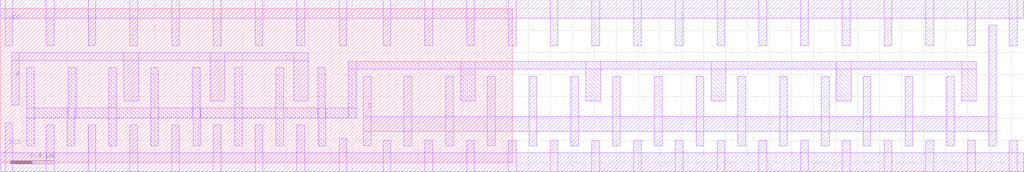
<source format=lef>
VERSION 5.6 ;
NAMESCASESENSITIVE ON ;
BUSBITCHARS "[]" ;
DIVIDERCHAR "/" ;

PROPERTYDEFINITIONS
END PROPERTYDEFINITIONS

SITE FreePDK45_38x28_10R_NP_162NW_34O
    CLASS CORE ;
    SYMMETRY Y ;
    SIZE 0.19 BY 1.4 ;
END FreePDK45_38x28_10R_NP_162NW_34O

MACRO AND2_X1_top_tier
    CLASS CORE ;
    SIZE 0.38 BY 1.4 ;
    SYMMETRY X Y ;
    SITE FreePDK45_38x28_10R_NP_162NW_34O ;
    PIN A1
        DIRECTION INPUT ; 
        USE SIGNAL ; 
        PORT
            LAYER metal1_top_tier ;
              RECT  0.06 0.525 0.185 0.7 ;
        END
    END A1
    PIN A2
        DIRECTION INPUT ; 
        USE SIGNAL ; 
        PORT
            LAYER metal1_top_tier ;
              RECT  0.25 0.525 0.38 0.7 ;
        END
    END A2
    PIN ZN
        DIRECTION OUTPUT ; 
        USE SIGNAL ; 
        PORT
            LAYER metal1_top_tier ;
              RECT  0.61 0.19 0.7 1.25 ;
        END
    END ZN
    PIN VDD
        DIRECTION INOUT ; 
        USE POWER ; 
        PORT
            LAYER metal1_top_tier ;
              RECT  0 1.315 0.76 1.485 ;
              RECT  0.415 0.975 0.485 1.485 ;
              RECT  0.04 0.975 0.11 1.485 ;
        END
    END VDD
    PIN VSS
        DIRECTION INOUT ; 
        USE GROUND ; 
        PORT
            LAYER metal1_top_tier ;
              RECT  0 -0.085 0.76 0.085 ;
              RECT  0.415 -0.085 0.485 0.325 ;
        END
    END VSS
    OBS
      LAYER metal1_top_tier ;
        RECT  0.235 0.84 0.305 1.25 ;
        RECT  0.235 0.84 0.54 0.91 ;
        RECT  0.47 0.39 0.54 0.91 ;
        RECT  0.045 0.39 0.54 0.46 ;
        RECT  0.045 0.19 0.115 0.46 ;
    END
END AND2_X1_top_tier

MACRO AND2_X2_top_tier
    CLASS CORE ;
    SIZE 0.475 BY 1.4 ;
    SYMMETRY X Y ;
    SITE FreePDK45_38x28_10R_NP_162NW_34O ;
    PIN A1
        DIRECTION INPUT ; 
        USE SIGNAL ; 
        PORT
            LAYER metal1_top_tier ;
              RECT  0.06 0.525 0.185 0.7 ;
        END
    END A1
    PIN A2
        DIRECTION INPUT ; 
        USE SIGNAL ; 
        PORT
            LAYER metal1_top_tier ;
              RECT  0.25 0.525 0.38 0.7 ;
        END
    END A2
    PIN ZN
        DIRECTION OUTPUT ; 
        USE SIGNAL ; 
        PORT
            LAYER metal1_top_tier ;
              RECT  0.615 0.15 0.7 1.25 ;
        END
    END ZN
    PIN VDD
        DIRECTION INOUT ; 
        USE POWER ; 
        PORT
            LAYER metal1_top_tier ;
              RECT  0 1.315 0.95 1.485 ;
              RECT  0.795 0.975 0.865 1.485 ;
              RECT  0.415 0.975 0.485 1.485 ;
              RECT  0.04 0.975 0.11 1.485 ;
        END
    END VDD
    PIN VSS
        DIRECTION INOUT ; 
        USE GROUND ; 
        PORT
            LAYER metal1_top_tier ;
              RECT  0 -0.085 0.95 0.085 ;
              RECT  0.795 -0.085 0.865 0.425 ;
              RECT  0.415 -0.085 0.485 0.285 ;
        END
    END VSS
    OBS
      LAYER metal1_top_tier ;
        RECT  0.235 0.84 0.305 1.25 ;
        RECT  0.235 0.84 0.545 0.91 ;
        RECT  0.475 0.39 0.545 0.91 ;
        RECT  0.045 0.39 0.545 0.46 ;
        RECT  0.045 0.15 0.115 0.46 ;
    END
END AND2_X2_top_tier

MACRO AND2_X4_top_tier
    CLASS CORE ;
    SIZE 0.855 BY 1.4 ;
    SYMMETRY X Y ;
    SITE FreePDK45_38x28_10R_NP_162NW_34O ;
    PIN A1
        DIRECTION INPUT ; 
        USE SIGNAL ; 
        PORT
            LAYER metal1_top_tier ;
              RECT  0.25 0.42 0.38 0.66 ;
        END
    END A1
    PIN A2
        DIRECTION INPUT ; 
        USE SIGNAL ; 
        PORT
            LAYER metal1_top_tier ;
              RECT  0.06 0.725 0.76 0.795 ;
              RECT  0.69 0.525 0.76 0.795 ;
              RECT  0.06 0.42 0.185 0.795 ;
        END
    END A2
    PIN ZN
        DIRECTION OUTPUT ; 
        USE SIGNAL ; 
        PORT
            LAYER metal1_top_tier ;
              RECT  1.365 0.15 1.435 1.25 ;
              RECT  0.995 0.68 1.435 0.75 ;
              RECT  0.995 0.15 1.08 1.25 ;
        END
    END ZN
    PIN VDD
        DIRECTION INOUT ; 
        USE POWER ; 
        PORT
            LAYER metal1_top_tier ;
              RECT  0 1.315 1.71 1.485 ;
              RECT  1.555 0.995 1.625 1.485 ;
              RECT  1.175 0.995 1.245 1.485 ;
              RECT  0.795 0.995 0.865 1.485 ;
              RECT  0.415 0.995 0.485 1.485 ;
              RECT  0.04 0.995 0.11 1.485 ;
        END
    END VDD
    PIN VSS
        DIRECTION INOUT ; 
        USE GROUND ; 
        PORT
            LAYER metal1_top_tier ;
              RECT  0 -0.085 1.71 0.085 ;
              RECT  1.555 -0.085 1.625 0.355 ;
              RECT  1.175 -0.085 1.245 0.355 ;
              RECT  0.795 -0.085 0.865 0.215 ;
              RECT  0.04 -0.085 0.11 0.355 ;
        END
    END VSS
    OBS
      LAYER metal1_top_tier ;
        RECT  0.605 0.86 0.675 1.25 ;
        RECT  0.235 0.86 0.305 1.25 ;
        RECT  0.235 0.86 0.92 0.93 ;
        RECT  0.85 0.285 0.92 0.93 ;
        RECT  0.425 0.285 0.92 0.355 ;
        RECT  0.425 0.22 0.495 0.355 ;
    END
END AND2_X4_top_tier

MACRO AND3_X1_top_tier
    CLASS CORE ;
    SIZE 0.475 BY 1.4 ;
    SYMMETRY X Y ;
    SITE FreePDK45_38x28_10R_NP_162NW_34O ;
    PIN A1
        DIRECTION INPUT ; 
        USE SIGNAL ; 
        PORT
            LAYER metal1_top_tier ;
              RECT  0.06 0.525 0.185 0.7 ;
        END
    END A1
    PIN A2
        DIRECTION INPUT ; 
        USE SIGNAL ; 
        PORT
            LAYER metal1_top_tier ;
              RECT  0.25 0.525 0.375 0.7 ;
        END
    END A2
    PIN A3
        DIRECTION INPUT ; 
        USE SIGNAL ; 
        PORT
            LAYER metal1_top_tier ;
              RECT  0.44 0.525 0.57 0.7 ;
        END
    END A3
    PIN ZN
        DIRECTION OUTPUT ; 
        USE SIGNAL ; 
        PORT
            LAYER metal1_top_tier ;
              RECT  0.8 0.975 0.89 1.25 ;
              RECT  0.82 0.15 0.89 1.25 ;
              RECT  0.8 0.15 0.89 0.425 ;
        END
    END ZN
    PIN VDD
        DIRECTION INOUT ; 
        USE POWER ; 
        PORT
            LAYER metal1_top_tier ;
              RECT  0 1.315 0.95 1.485 ;
              RECT  0.605 1 0.675 1.485 ;
              RECT  0.225 1.04 0.295 1.485 ;
        END
    END VDD
    PIN VSS
        DIRECTION INOUT ; 
        USE GROUND ; 
        PORT
            LAYER metal1_top_tier ;
              RECT  0 -0.085 0.95 0.085 ;
              RECT  0.605 -0.085 0.675 0.285 ;
        END
    END VSS
    OBS
      LAYER metal1_top_tier ;
        RECT  0.415 0.865 0.485 1.25 ;
        RECT  0.045 0.865 0.115 1.25 ;
        RECT  0.045 0.865 0.705 0.935 ;
        RECT  0.635 0.35 0.705 0.935 ;
        RECT  0.635 0.525 0.755 0.66 ;
        RECT  0.045 0.35 0.705 0.42 ;
        RECT  0.045 0.15 0.115 0.42 ;
    END
END AND3_X1_top_tier

MACRO AND3_X2_top_tier
    CLASS CORE ;
    SIZE 0.57 BY 1.4 ;
    SYMMETRY X Y ;
    SITE FreePDK45_38x28_10R_NP_162NW_34O ;
    PIN A1
        DIRECTION INPUT ; 
        USE SIGNAL ; 
        PORT
            LAYER metal1_top_tier ;
              RECT  0.06 0.525 0.185 0.7 ;
        END
    END A1
    PIN A2
        DIRECTION INPUT ; 
        USE SIGNAL ; 
        PORT
            LAYER metal1_top_tier ;
              RECT  0.25 0.525 0.375 0.7 ;
        END
    END A2
    PIN A3
        DIRECTION INPUT ; 
        USE SIGNAL ; 
        PORT
            LAYER metal1_top_tier ;
              RECT  0.44 0.525 0.57 0.7 ;
        END
    END A3
    PIN ZN
        DIRECTION OUTPUT ; 
        USE SIGNAL ; 
        PORT
            LAYER metal1_top_tier ;
              RECT  0.805 0.15 0.89 1.25 ;
        END
    END ZN
    PIN VDD
        DIRECTION INOUT ; 
        USE POWER ; 
        PORT
            LAYER metal1_top_tier ;
              RECT  0 1.315 1.14 1.485 ;
              RECT  0.99 0.975 1.06 1.485 ;
              RECT  0.605 0.975 0.675 1.485 ;
              RECT  0.225 0.975 0.295 1.485 ;
        END
    END VDD
    PIN VSS
        DIRECTION INOUT ; 
        USE GROUND ; 
        PORT
            LAYER metal1_top_tier ;
              RECT  0 -0.085 1.14 0.085 ;
              RECT  0.99 -0.085 1.06 0.425 ;
              RECT  0.605 -0.085 0.675 0.285 ;
        END
    END VSS
    OBS
      LAYER metal1_top_tier ;
        RECT  0.415 0.8 0.485 1.25 ;
        RECT  0.045 0.8 0.115 1.25 ;
        RECT  0.045 0.8 0.735 0.87 ;
        RECT  0.665 0.355 0.735 0.87 ;
        RECT  0.045 0.355 0.735 0.425 ;
        RECT  0.045 0.15 0.115 0.425 ;
    END
END AND3_X2_top_tier

MACRO AND3_X4_top_tier
    CLASS CORE ;
    SIZE 1.045 BY 1.4 ;
    SYMMETRY X Y ;
    SITE FreePDK45_38x28_10R_NP_162NW_34O ;
    PIN A1
        DIRECTION INPUT ; 
        USE SIGNAL ; 
        PORT
            LAYER metal1_top_tier ;
              RECT  0.595 0.555 0.73 0.7 ;
        END
    END A1
    PIN A2
        DIRECTION INPUT ; 
        USE SIGNAL ; 
        PORT
            LAYER metal1_top_tier ;
              RECT  0.82 0.42 0.95 0.7 ;
              RECT  0.34 0.42 0.95 0.49 ;
              RECT  0.34 0.42 0.41 0.66 ;
        END
    END A2
    PIN A3
        DIRECTION INPUT ; 
        USE SIGNAL ; 
        PORT
            LAYER metal1_top_tier ;
              RECT  0.12 0.765 1.14 0.835 ;
              RECT  1.07 0.525 1.14 0.835 ;
              RECT  0.12 0.525 0.19 0.835 ;
              RECT  0.06 0.525 0.19 0.7 ;
        END
    END A3
    PIN ZN
        DIRECTION OUTPUT ; 
        USE SIGNAL ; 
        PORT
            LAYER metal1_top_tier ;
              RECT  1.745 0.15 1.815 1.25 ;
              RECT  1.375 0.56 1.815 0.7 ;
              RECT  1.375 0.15 1.445 1.25 ;
        END
    END ZN
    PIN VDD
        DIRECTION INOUT ; 
        USE POWER ; 
        PORT
            LAYER metal1_top_tier ;
              RECT  0 1.315 2.09 1.485 ;
              RECT  1.935 1.035 2.005 1.485 ;
              RECT  1.555 1.035 1.625 1.485 ;
              RECT  1.175 1.035 1.245 1.485 ;
              RECT  0.795 1.035 0.865 1.485 ;
              RECT  0.415 1.035 0.485 1.485 ;
              RECT  0.04 1.035 0.11 1.485 ;
        END
    END VDD
    PIN VSS
        DIRECTION INOUT ; 
        USE GROUND ; 
        PORT
            LAYER metal1_top_tier ;
              RECT  0 -0.085 2.09 0.085 ;
              RECT  1.935 -0.085 2.005 0.425 ;
              RECT  1.555 -0.085 1.625 0.425 ;
              RECT  1.175 -0.085 1.245 0.195 ;
              RECT  0.04 -0.085 0.11 0.425 ;
        END
    END VSS
    OBS
      LAYER metal1_top_tier ;
        RECT  0.985 0.9 1.055 1.25 ;
        RECT  0.605 0.9 0.675 1.25 ;
        RECT  0.235 0.9 0.305 1.25 ;
        RECT  0.235 0.9 1.305 0.97 ;
        RECT  1.235 0.26 1.305 0.97 ;
        RECT  0.615 0.26 1.305 0.33 ;
        RECT  0.615 0.15 0.685 0.33 ;
    END
END AND3_X4_top_tier

MACRO AND4_X1_top_tier
    CLASS CORE ;
    SIZE 0.57 BY 1.4 ;
    SYMMETRY X Y ;
    SITE FreePDK45_38x28_10R_NP_162NW_34O ;
    PIN A1
        DIRECTION INPUT ; 
        USE SIGNAL ; 
        PORT
            LAYER metal1_top_tier ;
              RECT  0.06 0.525 0.185 0.7 ;
        END
    END A1
    PIN A2
        DIRECTION INPUT ; 
        USE SIGNAL ; 
        PORT
            LAYER metal1_top_tier ;
              RECT  0.25 0.525 0.375 0.7 ;
        END
    END A2
    PIN A3
        DIRECTION INPUT ; 
        USE SIGNAL ; 
        PORT
            LAYER metal1_top_tier ;
              RECT  0.44 0.525 0.565 0.7 ;
        END
    END A3
    PIN A4
        DIRECTION INPUT ; 
        USE SIGNAL ; 
        PORT
            LAYER metal1_top_tier ;
              RECT  0.63 0.525 0.76 0.7 ;
        END
    END A4
    PIN ZN
        DIRECTION OUTPUT ; 
        USE SIGNAL ; 
        PORT
            LAYER metal1_top_tier ;
              RECT  0.99 0.15 1.08 1.25 ;
        END
    END ZN
    PIN VDD
        DIRECTION INOUT ; 
        USE POWER ; 
        PORT
            LAYER metal1_top_tier ;
              RECT  0 1.315 1.14 1.485 ;
              RECT  0.795 0.975 0.865 1.485 ;
              RECT  0.415 0.975 0.485 1.485 ;
              RECT  0.04 0.975 0.11 1.485 ;
        END
    END VDD
    PIN VSS
        DIRECTION INOUT ; 
        USE GROUND ; 
        PORT
            LAYER metal1_top_tier ;
              RECT  0 -0.085 1.14 0.085 ;
              RECT  0.795 -0.085 0.865 0.285 ;
        END
    END VSS
    OBS
      LAYER metal1_top_tier ;
        RECT  0.605 0.84 0.675 1.25 ;
        RECT  0.235 0.84 0.305 1.25 ;
        RECT  0.235 0.84 0.925 0.91 ;
        RECT  0.855 0.35 0.925 0.91 ;
        RECT  0.045 0.35 0.925 0.42 ;
        RECT  0.045 0.15 0.115 0.42 ;
    END
END AND4_X1_top_tier

MACRO AND4_X2_top_tier
    CLASS CORE ;
    SIZE 0.665 BY 1.4 ;
    SYMMETRY X Y ;
    SITE FreePDK45_38x28_10R_NP_162NW_34O ;
    PIN A1
        DIRECTION INPUT ; 
        USE SIGNAL ; 
        PORT
            LAYER metal1_top_tier ;
              RECT  0.06 0.525 0.185 0.7 ;
        END
    END A1
    PIN A2
        DIRECTION INPUT ; 
        USE SIGNAL ; 
        PORT
            LAYER metal1_top_tier ;
              RECT  0.25 0.525 0.375 0.7 ;
        END
    END A2
    PIN A3
        DIRECTION INPUT ; 
        USE SIGNAL ; 
        PORT
            LAYER metal1_top_tier ;
              RECT  0.44 0.525 0.565 0.7 ;
        END
    END A3
    PIN A4
        DIRECTION INPUT ; 
        USE SIGNAL ; 
        PORT
            LAYER metal1_top_tier ;
              RECT  0.63 0.525 0.76 0.7 ;
        END
    END A4
    PIN ZN
        DIRECTION OUTPUT ; 
        USE SIGNAL ; 
        PORT
            LAYER metal1_top_tier ;
              RECT  0.995 0.15 1.08 1.25 ;
        END
    END ZN
    PIN VDD
        DIRECTION INOUT ; 
        USE POWER ; 
        PORT
            LAYER metal1_top_tier ;
              RECT  0 1.315 1.33 1.485 ;
              RECT  1.18 0.975 1.25 1.485 ;
              RECT  0.795 0.975 0.865 1.485 ;
              RECT  0.415 0.975 0.485 1.485 ;
              RECT  0.04 0.975 0.11 1.485 ;
        END
    END VDD
    PIN VSS
        DIRECTION INOUT ; 
        USE GROUND ; 
        PORT
            LAYER metal1_top_tier ;
              RECT  0 -0.085 1.33 0.085 ;
              RECT  1.18 -0.085 1.25 0.425 ;
              RECT  0.795 -0.085 0.865 0.27 ;
        END
    END VSS
    OBS
      LAYER metal1_top_tier ;
        RECT  0.605 0.8 0.675 1.25 ;
        RECT  0.235 0.8 0.305 1.25 ;
        RECT  0.235 0.8 0.925 0.87 ;
        RECT  0.855 0.355 0.925 0.87 ;
        RECT  0.045 0.355 0.925 0.425 ;
        RECT  0.045 0.15 0.115 0.425 ;
    END
END AND4_X2_top_tier

MACRO AND4_X4_top_tier
    CLASS CORE ;
    SIZE 1.235 BY 1.4 ;
    SYMMETRY X Y ;
    SITE FreePDK45_38x28_10R_NP_162NW_34O ;
    PIN A1
        DIRECTION INPUT ; 
        USE SIGNAL ; 
        PORT
            LAYER metal1_top_tier ;
              RECT  0.8 0.56 0.935 0.7 ;
        END
    END A1
    PIN A2
        DIRECTION INPUT ; 
        USE SIGNAL ; 
        PORT
            LAYER metal1_top_tier ;
              RECT  1.065 0.425 1.135 0.66 ;
              RECT  0.565 0.425 1.135 0.495 ;
              RECT  0.565 0.425 0.7 0.7 ;
        END
    END A2
    PIN A3
        DIRECTION INPUT ; 
        USE SIGNAL ; 
        PORT
            LAYER metal1_top_tier ;
              RECT  0.355 0.77 1.345 0.84 ;
              RECT  1.2 0.525 1.345 0.84 ;
              RECT  0.355 0.525 0.425 0.84 ;
        END
    END A3
    PIN A4
        DIRECTION INPUT ; 
        USE SIGNAL ; 
        PORT
            LAYER metal1_top_tier ;
              RECT  0.135 0.905 1.535 0.975 ;
              RECT  1.465 0.525 1.535 0.975 ;
              RECT  0.135 0.525 0.205 0.975 ;
              RECT  0.06 0.525 0.205 0.7 ;
        END
    END A4
    PIN ZN
        DIRECTION OUTPUT ; 
        USE SIGNAL ; 
        PORT
            LAYER metal1_top_tier ;
              RECT  2.14 0.15 2.21 0.925 ;
              RECT  1.77 0.56 2.21 0.7 ;
              RECT  1.77 0.15 1.84 0.925 ;
        END
    END ZN
    PIN VDD
        DIRECTION INOUT ; 
        USE POWER ; 
        PORT
            LAYER metal1_top_tier ;
              RECT  0 1.315 2.47 1.485 ;
              RECT  2.33 1.065 2.4 1.485 ;
              RECT  1.95 1.065 2.02 1.485 ;
              RECT  1.57 1.175 1.64 1.485 ;
              RECT  1.19 1.175 1.26 1.485 ;
              RECT  0.81 1.175 0.88 1.485 ;
              RECT  0.43 1.175 0.5 1.485 ;
              RECT  0.055 1.065 0.125 1.485 ;
        END
    END VDD
    PIN VSS
        DIRECTION INOUT ; 
        USE GROUND ; 
        PORT
            LAYER metal1_top_tier ;
              RECT  0 -0.085 2.47 0.085 ;
              RECT  2.33 -0.085 2.4 0.425 ;
              RECT  1.95 -0.085 2.02 0.425 ;
              RECT  1.57 -0.085 1.64 0.195 ;
              RECT  0.055 -0.085 0.125 0.425 ;
        END
    END VSS
    OBS
      LAYER metal1_top_tier ;
        RECT  0.215 1.04 1.705 1.11 ;
        RECT  1.635 0.29 1.705 1.11 ;
        RECT  0.785 0.29 1.705 0.36 ;
    END
END AND4_X4_top_tier

MACRO ANTENNA_X1_top_tier
    CLASS CORE ANTENNACELL ;
    SIZE 0.095 BY 1.4 ;
    SYMMETRY X Y ;
    SITE FreePDK45_38x28_10R_NP_162NW_34O ;
    PIN A
        DIRECTION INPUT ; 
        USE SIGNAL ; 
        ANTENNADIFFAREA 0 ;
        PORT
            LAYER metal1_top_tier ;
              RECT  0.06 0.42 0.13 0.75 ;
        END
    END A
    PIN VDD
        DIRECTION INOUT ; 
        USE POWER ; 
        PORT
            LAYER metal1_top_tier ;
              RECT  0 1.315 0.19 1.485 ;
        END
    END VDD
    PIN VSS
        DIRECTION INOUT ; 
        USE GROUND ; 
        PORT
            LAYER metal1_top_tier ;
              RECT  0 -0.085 0.19 0.085 ;
        END
    END VSS
END ANTENNA_X1_top_tier

MACRO AOI211_X1_top_tier
    CLASS CORE ;
    SIZE 0.475 BY 1.4 ;
    SYMMETRY X Y ;
    SITE FreePDK45_38x28_10R_NP_162NW_34O ;
    PIN A
        DIRECTION INPUT ; 
        USE SIGNAL ; 
        PORT
            LAYER metal1_top_tier ;
              RECT  0.765 0.525 0.89 0.7 ;
        END
    END A
    PIN B
        DIRECTION INPUT ; 
        USE SIGNAL ; 
        PORT
            LAYER metal1_top_tier ;
              RECT  0.575 0.525 0.7 0.7 ;
        END
    END B
    PIN C1
        DIRECTION INPUT ; 
        USE SIGNAL ; 
        PORT
            LAYER metal1_top_tier ;
              RECT  0.41 0.525 0.51 0.7 ;
        END
    END C1
    PIN C2
        DIRECTION INPUT ; 
        USE SIGNAL ; 
        PORT
            LAYER metal1_top_tier ;
              RECT  0.06 0.525 0.21 0.7 ;
        END
    END C2
    PIN ZN
        DIRECTION OUTPUT ; 
        USE SIGNAL ; 
        PORT
            LAYER metal1_top_tier ;
              RECT  0.275 0.355 0.905 0.425 ;
              RECT  0.835 0.15 0.905 0.425 ;
              RECT  0.44 0.15 0.525 0.425 ;
              RECT  0.275 0.355 0.345 1.115 ;
        END
    END ZN
    PIN VDD
        DIRECTION INOUT ; 
        USE POWER ; 
        PORT
            LAYER metal1_top_tier ;
              RECT  0 1.315 0.95 1.485 ;
              RECT  0.835 0.905 0.905 1.485 ;
        END
    END VDD
    PIN VSS
        DIRECTION INOUT ; 
        USE GROUND ; 
        PORT
            LAYER metal1_top_tier ;
              RECT  0 -0.085 0.95 0.085 ;
              RECT  0.645 -0.085 0.715 0.285 ;
              RECT  0.08 -0.085 0.15 0.425 ;
        END
    END VSS
    OBS
      LAYER metal1_top_tier ;
        RECT  0.085 1.18 0.525 1.25 ;
        RECT  0.455 0.905 0.525 1.25 ;
        RECT  0.085 0.905 0.155 1.25 ;
    END
END AOI211_X1_top_tier

MACRO AOI211_X2_top_tier
    CLASS CORE ;
    SIZE 0.855 BY 1.4 ;
    SYMMETRY X Y ;
    SITE FreePDK45_38x28_10R_NP_162NW_34O ;
    PIN A
        DIRECTION INPUT ; 
        USE SIGNAL ; 
        PORT
            LAYER metal1_top_tier ;
              RECT  0.39 0.56 0.525 0.7 ;
        END
    END A
    PIN B
        DIRECTION INPUT ; 
        USE SIGNAL ; 
        PORT
            LAYER metal1_top_tier ;
              RECT  0.06 0.765 0.75 0.835 ;
              RECT  0.68 0.525 0.75 0.835 ;
              RECT  0.06 0.525 0.185 0.835 ;
        END
    END B
    PIN C1
        DIRECTION INPUT ; 
        USE SIGNAL ; 
        PORT
            LAYER metal1_top_tier ;
              RECT  1.19 0.56 1.325 0.7 ;
        END
    END C1
    PIN C2
        DIRECTION INPUT ; 
        USE SIGNAL ; 
        PORT
            LAYER metal1_top_tier ;
              RECT  1.54 0.425 1.65 0.7 ;
              RECT  0.965 0.425 1.65 0.495 ;
              RECT  0.965 0.425 1.035 0.66 ;
        END
    END C2
    PIN ZN
        DIRECTION OUTPUT ; 
        USE SIGNAL ; 
        PORT
            LAYER metal1_top_tier ;
              RECT  1.405 0.765 1.475 1.055 ;
              RECT  0.82 0.765 1.475 0.835 ;
              RECT  0.2 0.285 1.32 0.355 ;
              RECT  1.185 0.15 1.32 0.355 ;
              RECT  1.025 0.765 1.095 1.055 ;
              RECT  0.82 0.285 0.89 0.835 ;
              RECT  0.2 0.15 0.335 0.355 ;
        END
    END ZN
    PIN VDD
        DIRECTION INOUT ; 
        USE POWER ; 
        PORT
            LAYER metal1_top_tier ;
              RECT  0 1.315 1.71 1.485 ;
              RECT  0.42 1.035 0.49 1.485 ;
        END
    END VDD
    PIN VSS
        DIRECTION INOUT ; 
        USE GROUND ; 
        PORT
            LAYER metal1_top_tier ;
              RECT  0 -0.085 1.71 0.085 ;
              RECT  1.595 -0.085 1.665 0.355 ;
              RECT  0.825 -0.085 0.895 0.215 ;
              RECT  0.43 -0.085 0.5 0.215 ;
              RECT  0.045 -0.085 0.115 0.355 ;
        END
    END VSS
    OBS
      LAYER metal1_top_tier ;
        RECT  0.815 1.18 1.665 1.25 ;
        RECT  1.595 0.975 1.665 1.25 ;
        RECT  0.05 0.9 0.12 1.25 ;
        RECT  1.22 0.975 1.29 1.25 ;
        RECT  0.815 0.9 0.885 1.25 ;
        RECT  0.05 0.9 0.885 0.97 ;
    END
END AOI211_X2_top_tier

MACRO AOI211_X4_top_tier
    CLASS CORE ;
    SIZE 1.045 BY 1.4 ;
    SYMMETRY X Y ;
    SITE FreePDK45_38x28_10R_NP_162NW_34O ;
    PIN A
        DIRECTION INPUT ; 
        USE SIGNAL ; 
        PORT
            LAYER metal1_top_tier ;
              RECT  0.63 0.525 0.76 0.7 ;
        END
    END A
    PIN B
        DIRECTION INPUT ; 
        USE SIGNAL ; 
        PORT
            LAYER metal1_top_tier ;
              RECT  0.44 0.525 0.565 0.7 ;
        END
    END B
    PIN C1
        DIRECTION INPUT ; 
        USE SIGNAL ; 
        PORT
            LAYER metal1_top_tier ;
              RECT  0.06 0.525 0.185 0.7 ;
        END
    END C1
    PIN C2
        DIRECTION INPUT ; 
        USE SIGNAL ; 
        PORT
            LAYER metal1_top_tier ;
              RECT  0.25 0.525 0.375 0.7 ;
        END
    END C2
    PIN ZN
        DIRECTION OUTPUT ; 
        USE SIGNAL ; 
        PORT
            LAYER metal1_top_tier ;
              RECT  1.75 0.15 1.82 1.175 ;
              RECT  1.375 0.56 1.82 0.7 ;
              RECT  1.375 0.15 1.445 1.175 ;
        END
    END ZN
    PIN VDD
        DIRECTION INOUT ; 
        USE POWER ; 
        PORT
            LAYER metal1_top_tier ;
              RECT  0 1.315 2.09 1.485 ;
              RECT  1.935 0.9 2.005 1.485 ;
              RECT  1.555 0.9 1.625 1.485 ;
              RECT  1.175 0.9 1.245 1.485 ;
              RECT  0.795 0.9 0.865 1.485 ;
        END
    END VDD
    PIN VSS
        DIRECTION INOUT ; 
        USE GROUND ; 
        PORT
            LAYER metal1_top_tier ;
              RECT  0 -0.085 2.09 0.085 ;
              RECT  1.935 -0.085 2.005 0.425 ;
              RECT  1.555 -0.085 1.625 0.425 ;
              RECT  1.175 -0.085 1.245 0.425 ;
              RECT  0.795 -0.085 0.865 0.285 ;
              RECT  0.415 -0.085 0.485 0.285 ;
        END
    END VSS
    OBS
      LAYER metal1_top_tier ;
        RECT  0.995 0.15 1.065 1.175 ;
        RECT  0.995 0.525 1.31 0.66 ;
        RECT  0.235 0.765 0.305 1.115 ;
        RECT  0.235 0.765 0.93 0.835 ;
        RECT  0.86 0.39 0.93 0.835 ;
        RECT  0.045 0.39 0.93 0.46 ;
        RECT  0.605 0.15 0.675 0.46 ;
        RECT  0.045 0.15 0.115 0.46 ;
        RECT  0.045 1.18 0.485 1.25 ;
        RECT  0.415 0.9 0.485 1.25 ;
        RECT  0.045 0.9 0.115 1.25 ;
    END
END AOI211_X4_top_tier

MACRO AOI21_X1_top_tier
    CLASS CORE ;
    SIZE 0.38 BY 1.4 ;
    SYMMETRY X Y ;
    SITE FreePDK45_38x28_10R_NP_162NW_34O ;
    PIN A
        DIRECTION INPUT ; 
        USE SIGNAL ; 
        PORT
            LAYER metal1_top_tier ;
              RECT  0.575 0.525 0.7 0.7 ;
        END
    END A
    PIN B1
        DIRECTION INPUT ; 
        USE SIGNAL ; 
        PORT
            LAYER metal1_top_tier ;
              RECT  0.4 0.525 0.51 0.7 ;
        END
    END B1
    PIN B2
        DIRECTION INPUT ; 
        USE SIGNAL ; 
        PORT
            LAYER metal1_top_tier ;
              RECT  0.06 0.525 0.2 0.7 ;
        END
    END B2
    PIN ZN
        DIRECTION OUTPUT ; 
        USE SIGNAL ; 
        PORT
            LAYER metal1_top_tier ;
              RECT  0.265 0.355 0.525 0.425 ;
              RECT  0.44 0.15 0.525 0.425 ;
              RECT  0.265 0.355 0.335 1.115 ;
        END
    END ZN
    PIN VDD
        DIRECTION INOUT ; 
        USE POWER ; 
        PORT
            LAYER metal1_top_tier ;
              RECT  0 1.315 0.76 1.485 ;
              RECT  0.645 0.905 0.715 1.485 ;
        END
    END VDD
    PIN VSS
        DIRECTION INOUT ; 
        USE GROUND ; 
        PORT
            LAYER metal1_top_tier ;
              RECT  0 -0.085 0.76 0.085 ;
              RECT  0.645 -0.085 0.715 0.355 ;
              RECT  0.08 -0.085 0.15 0.425 ;
        END
    END VSS
    OBS
      LAYER metal1_top_tier ;
        RECT  0.085 1.18 0.525 1.25 ;
        RECT  0.455 0.905 0.525 1.25 ;
        RECT  0.085 0.905 0.155 1.25 ;
    END
END AOI21_X1_top_tier

MACRO AOI21_X2_top_tier
    CLASS CORE ;
    SIZE 0.665 BY 1.4 ;
    SYMMETRY X Y ;
    SITE FreePDK45_38x28_10R_NP_162NW_34O ;
    PIN A
        DIRECTION INPUT ; 
        USE SIGNAL ; 
        PORT
            LAYER metal1_top_tier ;
              RECT  0.215 0.56 0.35 0.7 ;
        END
    END A
    PIN B1
        DIRECTION INPUT ; 
        USE SIGNAL ; 
        PORT
            LAYER metal1_top_tier ;
              RECT  0.765 0.56 0.9 0.7 ;
        END
    END B1
    PIN B2
        DIRECTION INPUT ; 
        USE SIGNAL ; 
        PORT
            LAYER metal1_top_tier ;
              RECT  0.63 0.77 1.18 0.84 ;
              RECT  1.11 0.525 1.18 0.84 ;
              RECT  0.63 0.525 0.7 0.84 ;
              RECT  0.57 0.525 0.7 0.7 ;
        END
    END B2
    PIN ZN
        DIRECTION OUTPUT ; 
        USE SIGNAL ; 
        PORT
            LAYER metal1_top_tier ;
              RECT  0.435 0.905 1.13 0.975 ;
              RECT  0.25 0.355 0.905 0.425 ;
              RECT  0.835 0.15 0.905 0.425 ;
              RECT  0.435 0.355 0.505 0.975 ;
              RECT  0.25 0.15 0.335 0.425 ;
        END
    END ZN
    PIN VDD
        DIRECTION INOUT ; 
        USE POWER ; 
        PORT
            LAYER metal1_top_tier ;
              RECT  0 1.315 1.33 1.485 ;
              RECT  0.265 1.205 0.335 1.485 ;
        END
    END VDD
    PIN VSS
        DIRECTION INOUT ; 
        USE GROUND ; 
        PORT
            LAYER metal1_top_tier ;
              RECT  0 -0.085 1.33 0.085 ;
              RECT  1.215 -0.085 1.285 0.425 ;
              RECT  0.455 -0.085 0.525 0.285 ;
              RECT  0.08 -0.085 0.15 0.425 ;
        END
    END VSS
    OBS
      LAYER metal1_top_tier ;
        RECT  1.215 0.975 1.285 1.25 ;
        RECT  0.085 0.975 0.155 1.25 ;
        RECT  0.085 1.07 1.285 1.14 ;
    END
END AOI21_X2_top_tier

MACRO AOI21_X4_top_tier
    CLASS CORE ;
    SIZE 1.235 BY 1.4 ;
    SYMMETRY X Y ;
    SITE FreePDK45_38x28_10R_NP_162NW_34O ;
    PIN A
        DIRECTION INPUT ; 
        USE SIGNAL ; 
        PORT
            LAYER metal1_top_tier ;
              RECT  0.4 0.525 0.535 0.7 ;
        END
    END A
    PIN B1
        DIRECTION INPUT ; 
        USE SIGNAL ; 
        PORT
            LAYER metal1_top_tier ;
              RECT  1.165 0.69 2.06 0.76 ;
              RECT  1.925 0.56 2.06 0.76 ;
              RECT  1.165 0.56 1.3 0.76 ;
        END
    END B1
    PIN B2
        DIRECTION INPUT ; 
        USE SIGNAL ; 
        PORT
            LAYER metal1_top_tier ;
              RECT  2.25 0.42 2.32 0.66 ;
              RECT  0.925 0.42 2.32 0.49 ;
              RECT  1.525 0.42 1.66 0.625 ;
              RECT  0.925 0.42 0.995 0.66 ;
        END
    END B2
    PIN ZN
        DIRECTION OUTPUT ; 
        USE SIGNAL ; 
        PORT
            LAYER metal1_top_tier ;
              RECT  2.14 0.825 2.21 1.115 ;
              RECT  0.63 0.825 2.21 0.895 ;
              RECT  0.63 0.26 2.055 0.33 ;
              RECT  1.76 0.825 1.83 1.115 ;
              RECT  1.38 0.825 1.45 1.115 ;
              RECT  1 0.825 1.07 1.115 ;
              RECT  0.63 0.15 0.7 0.895 ;
              RECT  0.25 0.355 0.7 0.425 ;
              RECT  0.25 0.15 0.32 0.425 ;
        END
    END ZN
    PIN VDD
        DIRECTION INOUT ; 
        USE POWER ; 
        PORT
            LAYER metal1_top_tier ;
              RECT  0 1.315 2.47 1.485 ;
              RECT  0.62 1.205 0.69 1.485 ;
              RECT  0.24 1.205 0.31 1.485 ;
        END
    END VDD
    PIN VSS
        DIRECTION INOUT ; 
        USE GROUND ; 
        PORT
            LAYER metal1_top_tier ;
              RECT  0 -0.085 2.47 0.085 ;
              RECT  2.33 -0.085 2.4 0.35 ;
              RECT  1.57 -0.085 1.64 0.195 ;
              RECT  0.81 -0.085 0.88 0.195 ;
              RECT  0.43 -0.085 0.5 0.195 ;
              RECT  0.055 -0.085 0.125 0.425 ;
        END
    END VSS
    OBS
      LAYER metal1_top_tier ;
        RECT  0.81 1.18 2.4 1.25 ;
        RECT  2.33 0.84 2.4 1.25 ;
        RECT  0.43 0.965 0.5 1.24 ;
        RECT  0.06 0.965 0.13 1.24 ;
        RECT  1.95 0.96 2.02 1.25 ;
        RECT  1.57 0.96 1.64 1.25 ;
        RECT  1.19 0.96 1.26 1.25 ;
        RECT  0.81 0.965 0.88 1.25 ;
        RECT  0.06 0.965 0.88 1.035 ;
    END
END AOI21_X4_top_tier

MACRO AOI221_X1_top_tier
    CLASS CORE ;
    SIZE 0.57 BY 1.4 ;
    SYMMETRY X Y ;
    SITE FreePDK45_38x28_10R_NP_162NW_34O ;
    PIN A
        DIRECTION INPUT ; 
        USE SIGNAL ; 
        PORT
            LAYER metal1_top_tier ;
              RECT  0.44 0.525 0.565 0.7 ;
        END
    END A
    PIN B1
        DIRECTION INPUT ; 
        USE SIGNAL ; 
        PORT
            LAYER metal1_top_tier ;
              RECT  0.25 0.525 0.375 0.7 ;
        END
    END B1
    PIN B2
        DIRECTION INPUT ; 
        USE SIGNAL ; 
        PORT
            LAYER metal1_top_tier ;
              RECT  0.06 0.525 0.185 0.7 ;
        END
    END B2
    PIN C1
        DIRECTION INPUT ; 
        USE SIGNAL ; 
        PORT
            LAYER metal1_top_tier ;
              RECT  0.955 0.525 1.08 0.7 ;
        END
    END C1
    PIN C2
        DIRECTION INPUT ; 
        USE SIGNAL ; 
        PORT
            LAYER metal1_top_tier ;
              RECT  0.63 0.525 0.74 0.7 ;
        END
    END C2
    PIN ZN
        DIRECTION OUTPUT ; 
        USE SIGNAL ; 
        PORT
            LAYER metal1_top_tier ;
              RECT  0.425 0.355 1.055 0.425 ;
              RECT  0.985 0.15 1.055 0.425 ;
              RECT  0.805 0.355 0.89 1.115 ;
              RECT  0.425 0.15 0.495 0.425 ;
        END
    END ZN
    PIN VDD
        DIRECTION INOUT ; 
        USE POWER ; 
        PORT
            LAYER metal1_top_tier ;
              RECT  0 1.315 1.14 1.485 ;
              RECT  0.225 0.905 0.295 1.485 ;
        END
    END VDD
    PIN VSS
        DIRECTION INOUT ; 
        USE GROUND ; 
        PORT
            LAYER metal1_top_tier ;
              RECT  0 -0.085 1.14 0.085 ;
              RECT  0.605 -0.085 0.675 0.215 ;
              RECT  0.04 -0.085 0.11 0.355 ;
        END
    END VSS
    OBS
      LAYER metal1_top_tier ;
        RECT  0.615 1.18 1.055 1.25 ;
        RECT  0.985 0.905 1.055 1.25 ;
        RECT  0.615 0.905 0.685 1.25 ;
        RECT  0.415 0.77 0.485 1.18 ;
        RECT  0.045 0.77 0.115 1.18 ;
        RECT  0.045 0.77 0.485 0.84 ;
    END
END AOI221_X1_top_tier

MACRO AOI221_X2_top_tier
    CLASS CORE ;
    SIZE 1.045 BY 1.4 ;
    SYMMETRY X Y ;
    SITE FreePDK45_38x28_10R_NP_162NW_34O ;
    PIN A
        DIRECTION INPUT ; 
        USE SIGNAL ; 
        PORT
            LAYER metal1_top_tier ;
              RECT  0.18 0.79 1.13 0.86 ;
              RECT  1.06 0.525 1.13 0.86 ;
              RECT  0.18 0.56 0.25 0.86 ;
              RECT  0.06 0.56 0.25 0.7 ;
        END
    END A
    PIN B1
        DIRECTION INPUT ; 
        USE SIGNAL ; 
        PORT
            LAYER metal1_top_tier ;
              RECT  0.82 0.42 0.945 0.7 ;
              RECT  0.34 0.42 0.945 0.49 ;
              RECT  0.34 0.42 0.41 0.66 ;
        END
    END B1
    PIN B2
        DIRECTION INPUT ; 
        USE SIGNAL ; 
        PORT
            LAYER metal1_top_tier ;
              RECT  0.585 0.56 0.725 0.7 ;
        END
    END B2
    PIN C1
        DIRECTION INPUT ; 
        USE SIGNAL ; 
        PORT
            LAYER metal1_top_tier ;
              RECT  1.57 0.525 1.66 0.7 ;
        END
    END C1
    PIN C2
        DIRECTION INPUT ; 
        USE SIGNAL ; 
        PORT
            LAYER metal1_top_tier ;
              RECT  1.77 0.525 1.91 0.7 ;
              RECT  1.34 0.765 1.84 0.835 ;
              RECT  1.77 0.525 1.84 0.835 ;
              RECT  1.34 0.525 1.41 0.835 ;
        END
    END C2
    PIN ZN
        DIRECTION OUTPUT ; 
        USE SIGNAL ; 
        PORT
            LAYER metal1_top_tier ;
              RECT  1.195 0.9 1.86 0.97 ;
              RECT  0.2 0.28 1.675 0.35 ;
              RECT  1.195 0.28 1.275 0.97 ;
        END
    END ZN
    PIN VDD
        DIRECTION INOUT ; 
        USE POWER ; 
        PORT
            LAYER metal1_top_tier ;
              RECT  0 1.315 2.09 1.485 ;
              RECT  0.795 1.205 0.865 1.485 ;
              RECT  0.415 1.205 0.485 1.485 ;
        END
    END VDD
    PIN VSS
        DIRECTION INOUT ; 
        USE GROUND ; 
        PORT
            LAYER metal1_top_tier ;
              RECT  0 -0.085 2.09 0.085 ;
              RECT  1.945 -0.085 2.015 0.425 ;
              RECT  1.175 -0.085 1.245 0.195 ;
              RECT  0.605 -0.085 0.675 0.195 ;
              RECT  0.04 -0.085 0.11 0.425 ;
        END
    END VSS
    OBS
      LAYER metal1_top_tier ;
        RECT  0.045 1.07 2.015 1.14 ;
        RECT  1.945 0.865 2.015 1.14 ;
        RECT  0.045 0.865 0.115 1.14 ;
        RECT  0.2 0.93 1.09 1 ;
    END
END AOI221_X2_top_tier

MACRO AOI221_X4_top_tier
    CLASS CORE ;
    SIZE 1.235 BY 1.4 ;
    SYMMETRY X Y ;
    SITE FreePDK45_38x28_10R_NP_162NW_34O ;
    PIN A
        DIRECTION INPUT ; 
        USE SIGNAL ; 
        PORT
            LAYER metal1_top_tier ;
              RECT  0.61 0.525 0.7 0.7 ;
        END
    END A
    PIN B1
        DIRECTION INPUT ; 
        USE SIGNAL ; 
        PORT
            LAYER metal1_top_tier ;
              RECT  0.8 0.525 0.89 0.7 ;
        END
    END B1
    PIN B2
        DIRECTION INPUT ; 
        USE SIGNAL ; 
        PORT
            LAYER metal1_top_tier ;
              RECT  1.01 0.525 1.18 0.7 ;
        END
    END B2
    PIN C1
        DIRECTION INPUT ; 
        USE SIGNAL ; 
        PORT
            LAYER metal1_top_tier ;
              RECT  0.06 0.525 0.27 0.7 ;
        END
    END C1
    PIN C2
        DIRECTION INPUT ; 
        USE SIGNAL ; 
        PORT
            LAYER metal1_top_tier ;
              RECT  0.42 0.525 0.51 0.7 ;
        END
    END C2
    PIN ZN
        DIRECTION OUTPUT ; 
        USE SIGNAL ; 
        PORT
            LAYER metal1_top_tier ;
              RECT  2.17 0.15 2.24 1.25 ;
              RECT  1.795 0.56 2.24 0.7 ;
              RECT  1.795 0.15 1.885 0.7 ;
              RECT  1.795 0.15 1.865 1.25 ;
        END
    END ZN
    PIN VDD
        DIRECTION INOUT ; 
        USE POWER ; 
        PORT
            LAYER metal1_top_tier ;
              RECT  0 1.315 2.47 1.485 ;
              RECT  2.355 0.975 2.425 1.485 ;
              RECT  1.975 0.975 2.045 1.485 ;
              RECT  1.6 1.005 1.67 1.485 ;
              RECT  1.215 0.975 1.285 1.485 ;
              RECT  0.875 1.035 0.945 1.485 ;
        END
    END VDD
    PIN VSS
        DIRECTION INOUT ; 
        USE GROUND ; 
        PORT
            LAYER metal1_top_tier ;
              RECT  0 -0.085 2.47 0.085 ;
              RECT  2.355 -0.085 2.425 0.425 ;
              RECT  1.975 -0.085 2.045 0.425 ;
              RECT  1.605 -0.085 1.675 0.425 ;
              RECT  1.215 -0.085 1.285 0.285 ;
              RECT  0.495 -0.085 0.565 0.285 ;
        END
    END VSS
    OBS
      LAYER metal1_top_tier ;
        RECT  1.415 0.15 1.485 1.25 ;
        RECT  1.415 0.525 1.73 0.66 ;
        RECT  0.315 0.765 0.385 1.04 ;
        RECT  0.315 0.765 1.35 0.835 ;
        RECT  1.28 0.355 1.35 0.835 ;
        RECT  0.125 0.355 1.35 0.425 ;
        RECT  0.71 0.15 0.78 0.425 ;
        RECT  0.125 0.15 0.195 0.425 ;
        RECT  1.03 0.9 1.1 1.25 ;
        RECT  0.695 0.9 0.765 1.25 ;
        RECT  0.695 0.9 1.1 0.97 ;
        RECT  0.495 0.975 0.565 1.25 ;
        RECT  0.125 0.975 0.195 1.25 ;
        RECT  0.125 1.105 0.565 1.175 ;
    END
END AOI221_X4_top_tier

MACRO AOI222_X1_top_tier
    CLASS CORE ;
    SIZE 0.76 BY 1.4 ;
    SYMMETRY X Y ;
    SITE FreePDK45_38x28_10R_NP_162NW_34O ;
    PIN A1
        DIRECTION INPUT ; 
        USE SIGNAL ; 
        PORT
            LAYER metal1_top_tier ;
              RECT  1.315 0.525 1.46 0.7 ;
        END
    END A1
    PIN A2
        DIRECTION INPUT ; 
        USE SIGNAL ; 
        PORT
            LAYER metal1_top_tier ;
              RECT  0.995 0.525 1.08 0.7 ;
        END
    END A2
    PIN B1
        DIRECTION INPUT ; 
        USE SIGNAL ; 
        PORT
            LAYER metal1_top_tier ;
              RECT  0.62 0.525 0.72 0.7 ;
        END
    END B1
    PIN B2
        DIRECTION INPUT ; 
        USE SIGNAL ; 
        PORT
            LAYER metal1_top_tier ;
              RECT  0.82 0.525 0.91 0.7 ;
        END
    END B2
    PIN C1
        DIRECTION INPUT ; 
        USE SIGNAL ; 
        PORT
            LAYER metal1_top_tier ;
              RECT  0.385 0.525 0.51 0.7 ;
        END
    END C1
    PIN C2
        DIRECTION INPUT ; 
        USE SIGNAL ; 
        PORT
            LAYER metal1_top_tier ;
              RECT  0.06 0.525 0.215 0.7 ;
        END
    END C2
    PIN ZN
        DIRECTION OUTPUT ; 
        USE SIGNAL ; 
        PORT
            LAYER metal1_top_tier ;
              RECT  0.5 0.375 1.46 0.45 ;
              RECT  1.325 0.175 1.46 0.45 ;
              RECT  1.145 0.375 1.215 1.115 ;
              RECT  0.5 0.175 0.57 0.45 ;
        END
    END ZN
    PIN VDD
        DIRECTION INOUT ; 
        USE POWER ; 
        PORT
            LAYER metal1_top_tier ;
              RECT  0 1.315 1.52 1.485 ;
              RECT  0.415 0.905 0.485 1.485 ;
              RECT  0.04 0.905 0.11 1.485 ;
        END
    END VDD
    PIN VSS
        DIRECTION INOUT ; 
        USE GROUND ; 
        PORT
            LAYER metal1_top_tier ;
              RECT  0 -0.085 1.52 0.085 ;
              RECT  0.945 -0.085 1.015 0.31 ;
              RECT  0.04 -0.085 0.11 0.45 ;
        END
    END VSS
    OBS
      LAYER metal1_top_tier ;
        RECT  0.575 1.18 1.395 1.25 ;
        RECT  1.325 0.905 1.395 1.25 ;
        RECT  0.945 0.905 1.015 1.25 ;
        RECT  0.575 0.905 0.645 1.25 ;
        RECT  0.235 0.77 0.305 1.18 ;
        RECT  0.755 0.77 0.825 1.115 ;
        RECT  0.235 0.77 0.825 0.84 ;
    END
END AOI222_X1_top_tier

MACRO AOI222_X2_top_tier
    CLASS CORE ;
    SIZE 1.33 BY 1.4 ;
    SYMMETRY X Y ;
    SITE FreePDK45_38x28_10R_NP_162NW_34O ;
    PIN A1
        DIRECTION INPUT ; 
        USE SIGNAL ; 
        PORT
            LAYER metal1_top_tier ;
              RECT  1.91 0.56 2.045 0.7 ;
        END
    END A1
    PIN A2
        DIRECTION INPUT ; 
        USE SIGNAL ; 
        PORT
            LAYER metal1_top_tier ;
              RECT  2.285 0.56 2.42 0.7 ;
        END
    END A2
    PIN B1
        DIRECTION INPUT ; 
        USE SIGNAL ; 
        PORT
            LAYER metal1_top_tier ;
              RECT  1.145 0.56 1.28 0.7 ;
        END
    END B1
    PIN B2
        DIRECTION INPUT ; 
        USE SIGNAL ; 
        PORT
            LAYER metal1_top_tier ;
              RECT  1.475 0.42 1.545 0.66 ;
              RECT  0.91 0.42 1.545 0.49 ;
              RECT  0.91 0.42 1.08 0.66 ;
        END
    END B2
    PIN C1
        DIRECTION INPUT ; 
        USE SIGNAL ; 
        PORT
            LAYER metal1_top_tier ;
              RECT  0.385 0.56 0.52 0.7 ;
        END
    END C1
    PIN C2
        DIRECTION INPUT ; 
        USE SIGNAL ; 
        PORT
            LAYER metal1_top_tier ;
              RECT  0.69 0.425 0.76 0.66 ;
              RECT  0.06 0.425 0.76 0.495 ;
              RECT  0.06 0.425 0.19 0.7 ;
        END
    END C2
    PIN ZN
        DIRECTION OUTPUT ; 
        USE SIGNAL ; 
        PORT
            LAYER metal1_top_tier ;
              RECT  2.31 0.77 2.38 1.115 ;
              RECT  1.77 0.77 2.38 0.84 ;
              RECT  0.39 0.285 2.035 0.355 ;
              RECT  1.94 0.77 2.01 1.115 ;
              RECT  1.77 0.285 1.84 0.84 ;
              RECT  1.145 0.15 1.28 0.355 ;
              RECT  0.39 0.15 0.525 0.355 ;
        END
    END ZN
    PIN VDD
        DIRECTION INOUT ; 
        USE POWER ; 
        PORT
            LAYER metal1_top_tier ;
              RECT  0 1.315 2.66 1.485 ;
              RECT  0.605 0.905 0.675 1.485 ;
              RECT  0.225 0.905 0.295 1.485 ;
        END
    END VDD
    PIN VSS
        DIRECTION INOUT ; 
        USE GROUND ; 
        PORT
            LAYER metal1_top_tier ;
              RECT  0 -0.085 2.66 0.085 ;
              RECT  2.31 -0.085 2.38 0.25 ;
              RECT  1.555 -0.085 1.625 0.195 ;
              RECT  0.765 -0.085 0.9 0.215 ;
              RECT  0.04 -0.085 0.11 0.25 ;
        END
    END VSS
    OBS
      LAYER metal1_top_tier ;
        RECT  2.1 0.355 2.57 0.425 ;
        RECT  2.5 0.15 2.57 0.425 ;
        RECT  2.1 0.15 2.17 0.425 ;
        RECT  1.715 0.15 2.17 0.22 ;
        RECT  0.995 1.18 2.57 1.25 ;
        RECT  2.5 0.905 2.57 1.25 ;
        RECT  2.12 0.905 2.19 1.25 ;
        RECT  1.745 0.905 1.815 1.25 ;
        RECT  1.365 0.905 1.435 1.25 ;
        RECT  0.995 0.905 1.065 1.25 ;
        RECT  0.795 0.77 0.865 1.18 ;
        RECT  0.415 0.77 0.485 1.18 ;
        RECT  0.045 0.77 0.115 1.18 ;
        RECT  1.555 0.77 1.625 1.115 ;
        RECT  1.175 0.77 1.245 1.115 ;
        RECT  0.045 0.77 1.625 0.84 ;
    END
END AOI222_X2_top_tier

MACRO AOI222_X4_top_tier
    CLASS CORE ;
    SIZE 1.33 BY 1.4 ;
    SYMMETRY X Y ;
    SITE FreePDK45_38x28_10R_NP_162NW_34O ;
    PIN A1
        DIRECTION INPUT ; 
        USE SIGNAL ; 
        PORT
            LAYER metal1_top_tier ;
              RECT  0.06 0.525 0.235 0.7 ;
        END
    END A1
    PIN A2
        DIRECTION INPUT ; 
        USE SIGNAL ; 
        PORT
            LAYER metal1_top_tier ;
              RECT  0.385 0.525 0.51 0.7 ;
        END
    END A2
    PIN B1
        DIRECTION INPUT ; 
        USE SIGNAL ; 
        PORT
            LAYER metal1_top_tier ;
              RECT  0.765 0.525 0.89 0.7 ;
        END
    END B1
    PIN B2
        DIRECTION INPUT ; 
        USE SIGNAL ; 
        PORT
            LAYER metal1_top_tier ;
              RECT  0.575 0.525 0.7 0.7 ;
        END
    END B2
    PIN C1
        DIRECTION INPUT ; 
        USE SIGNAL ; 
        PORT
            LAYER metal1_top_tier ;
              RECT  1.01 0.525 1.135 0.7 ;
        END
    END C1
    PIN C2
        DIRECTION INPUT ; 
        USE SIGNAL ; 
        PORT
            LAYER metal1_top_tier ;
              RECT  1.2 0.525 1.335 0.7 ;
        END
    END C2
    PIN ZN
        DIRECTION OUTPUT ; 
        USE SIGNAL ; 
        PORT
            LAYER metal1_top_tier ;
              RECT  2.33 0.15 2.41 1.205 ;
              RECT  1.95 0.56 2.41 0.7 ;
              RECT  2.325 0.15 2.41 0.7 ;
              RECT  1.95 0.15 2.02 1.205 ;
        END
    END ZN
    PIN VDD
        DIRECTION INOUT ; 
        USE POWER ; 
        PORT
            LAYER metal1_top_tier ;
              RECT  0 1.315 2.66 1.485 ;
              RECT  2.51 0.93 2.58 1.485 ;
              RECT  2.13 0.93 2.2 1.485 ;
              RECT  1.75 0.93 1.82 1.485 ;
              RECT  1.37 0.93 1.44 1.485 ;
              RECT  0.995 1.065 1.065 1.485 ;
        END
    END VDD
    PIN VSS
        DIRECTION INOUT ; 
        USE GROUND ; 
        PORT
            LAYER metal1_top_tier ;
              RECT  0 -0.085 2.66 0.085 ;
              RECT  2.51 -0.085 2.58 0.425 ;
              RECT  2.14 -0.085 2.21 0.425 ;
              RECT  1.75 -0.085 1.82 0.425 ;
              RECT  1.37 -0.085 1.44 0.285 ;
              RECT  0.46 -0.085 0.53 0.285 ;
        END
    END VSS
    OBS
      LAYER metal1_top_tier ;
        RECT  1.57 0.15 1.64 1.205 ;
        RECT  1.57 0.525 1.885 0.66 ;
        RECT  0.28 0.765 0.35 1.04 ;
        RECT  0.28 0.765 1.505 0.835 ;
        RECT  1.435 0.355 1.505 0.835 ;
        RECT  0.09 0.355 1.505 0.425 ;
        RECT  0.84 0.15 0.91 0.425 ;
        RECT  0.09 0.15 0.16 0.425 ;
        RECT  1.18 0.93 1.25 1.205 ;
        RECT  0.66 0.93 0.73 1.065 ;
        RECT  0.66 0.93 1.25 1 ;
        RECT  0.09 1.135 0.91 1.205 ;
        RECT  0.84 1.07 0.91 1.205 ;
        RECT  0.46 0.93 0.53 1.205 ;
        RECT  0.09 0.93 0.16 1.205 ;
    END
END AOI222_X4_top_tier

MACRO AOI22_X1_top_tier
    CLASS CORE ;
    SIZE 0.475 BY 1.4 ;
    SYMMETRY X Y ;
    SITE FreePDK45_38x28_10R_NP_162NW_34O ;
    PIN A1
        DIRECTION INPUT ; 
        USE SIGNAL ; 
        PORT
            LAYER metal1_top_tier ;
              RECT  0.575 0.42 0.7 0.66 ;
        END
    END A1
    PIN A2
        DIRECTION INPUT ; 
        USE SIGNAL ; 
        PORT
            LAYER metal1_top_tier ;
              RECT  0.765 0.42 0.89 0.66 ;
        END
    END A2
    PIN B1
        DIRECTION INPUT ; 
        USE SIGNAL ; 
        PORT
            LAYER metal1_top_tier ;
              RECT  0.25 0.525 0.375 0.7 ;
        END
    END B1
    PIN B2
        DIRECTION INPUT ; 
        USE SIGNAL ; 
        PORT
            LAYER metal1_top_tier ;
              RECT  0.06 0.525 0.185 0.7 ;
        END
    END B2
    PIN ZN
        DIRECTION OUTPUT ; 
        USE SIGNAL ; 
        PORT
            LAYER metal1_top_tier ;
              RECT  0.62 0.725 0.69 1.005 ;
              RECT  0.44 0.725 0.69 0.795 ;
              RECT  0.44 0.15 0.51 0.795 ;
        END
    END ZN
    PIN VDD
        DIRECTION INOUT ; 
        USE POWER ; 
        PORT
            LAYER metal1_top_tier ;
              RECT  0 1.315 0.95 1.485 ;
              RECT  0.24 1.205 0.31 1.485 ;
        END
    END VDD
    PIN VSS
        DIRECTION INOUT ; 
        USE GROUND ; 
        PORT
            LAYER metal1_top_tier ;
              RECT  0 -0.085 0.95 0.085 ;
              RECT  0.81 -0.085 0.88 0.355 ;
              RECT  0.055 -0.085 0.125 0.355 ;
        END
    END VSS
    OBS
      LAYER metal1_top_tier ;
        RECT  0.06 1.07 0.88 1.14 ;
        RECT  0.81 0.865 0.88 1.14 ;
        RECT  0.435 0.865 0.505 1.14 ;
        RECT  0.06 0.865 0.13 1.14 ;
    END
END AOI22_X1_top_tier

MACRO AOI22_X2_top_tier
    CLASS CORE ;
    SIZE 0.855 BY 1.4 ;
    SYMMETRY X Y ;
    SITE FreePDK45_38x28_10R_NP_162NW_34O ;
    PIN A1
        DIRECTION INPUT ; 
        USE SIGNAL ; 
        PORT
            LAYER metal1_top_tier ;
              RECT  1.155 0.56 1.29 0.7 ;
        END
    END A1
    PIN A2
        DIRECTION INPUT ; 
        USE SIGNAL ; 
        PORT
            LAYER metal1_top_tier ;
              RECT  1.48 0.425 1.55 0.66 ;
              RECT  0.955 0.425 1.55 0.495 ;
              RECT  0.955 0.425 1.08 0.7 ;
        END
    END A2
    PIN B1
        DIRECTION INPUT ; 
        USE SIGNAL ; 
        PORT
            LAYER metal1_top_tier ;
              RECT  0.395 0.56 0.53 0.7 ;
        END
    END B1
    PIN B2
        DIRECTION INPUT ; 
        USE SIGNAL ; 
        PORT
            LAYER metal1_top_tier ;
              RECT  0.06 0.765 0.755 0.835 ;
              RECT  0.685 0.525 0.755 0.835 ;
              RECT  0.06 0.525 0.195 0.835 ;
        END
    END B2
    PIN ZN
        DIRECTION OUTPUT ; 
        USE SIGNAL ; 
        PORT
            LAYER metal1_top_tier ;
              RECT  1.375 0.765 1.445 1.065 ;
              RECT  0.82 0.765 1.445 0.835 ;
              RECT  0.395 0.28 1.285 0.355 ;
              RECT  1.15 0.15 1.285 0.355 ;
              RECT  0.99 0.765 1.06 1.065 ;
              RECT  0.82 0.28 0.89 0.835 ;
              RECT  0.395 0.15 0.53 0.355 ;
        END
    END ZN
    PIN VDD
        DIRECTION INOUT ; 
        USE POWER ; 
        PORT
            LAYER metal1_top_tier ;
              RECT  0 1.315 1.71 1.485 ;
              RECT  0.61 1.035 0.68 1.485 ;
              RECT  0.23 1.035 0.3 1.485 ;
        END
    END VDD
    PIN VSS
        DIRECTION INOUT ; 
        USE GROUND ; 
        PORT
            LAYER metal1_top_tier ;
              RECT  0 -0.085 1.71 0.085 ;
              RECT  1.56 -0.085 1.63 0.36 ;
              RECT  0.77 -0.085 0.905 0.205 ;
              RECT  0.045 -0.085 0.115 0.39 ;
        END
    END VSS
    OBS
      LAYER metal1_top_tier ;
        RECT  0.8 1.18 1.63 1.25 ;
        RECT  1.56 0.975 1.63 1.25 ;
        RECT  0.42 0.9 0.49 1.25 ;
        RECT  0.05 0.9 0.12 1.25 ;
        RECT  1.18 0.975 1.25 1.25 ;
        RECT  0.8 0.9 0.87 1.25 ;
        RECT  0.05 0.9 0.87 0.97 ;
    END
END AOI22_X2_top_tier

MACRO AOI22_X4_top_tier
    CLASS CORE ;
    SIZE 1.615 BY 1.4 ;
    SYMMETRY X Y ;
    SITE FreePDK45_38x28_10R_NP_162NW_34O ;
    PIN A1
        DIRECTION INPUT ; 
        USE SIGNAL ; 
        PORT
            LAYER metal1_top_tier ;
              RECT  1.915 0.69 2.79 0.76 ;
              RECT  2.655 0.56 2.79 0.76 ;
              RECT  1.915 0.56 2.05 0.76 ;
        END
    END A1
    PIN A2
        DIRECTION INPUT ; 
        USE SIGNAL ; 
        PORT
            LAYER metal1_top_tier ;
              RECT  2.91 0.42 3.045 0.66 ;
              RECT  1.715 0.42 3.045 0.49 ;
              RECT  2.295 0.42 2.43 0.625 ;
              RECT  1.715 0.42 1.785 0.66 ;
        END
    END A2
    PIN B1
        DIRECTION INPUT ; 
        USE SIGNAL ; 
        PORT
            LAYER metal1_top_tier ;
              RECT  0.395 0.69 1.29 0.76 ;
              RECT  1.155 0.56 1.29 0.76 ;
              RECT  0.395 0.56 0.53 0.76 ;
        END
    END B1
    PIN B2
        DIRECTION INPUT ; 
        USE SIGNAL ; 
        PORT
            LAYER metal1_top_tier ;
              RECT  1.445 0.42 1.515 0.66 ;
              RECT  0.125 0.42 1.515 0.49 ;
              RECT  0.755 0.42 0.89 0.625 ;
              RECT  0.125 0.42 0.195 0.66 ;
        END
    END B2
    PIN ZN
        DIRECTION OUTPUT ; 
        USE SIGNAL ; 
        PORT
            LAYER metal1_top_tier ;
              RECT  2.89 0.825 2.96 1.115 ;
              RECT  1.75 0.825 2.96 0.895 ;
              RECT  0.395 0.26 2.805 0.33 ;
              RECT  2.51 0.825 2.58 1.115 ;
              RECT  2.13 0.825 2.2 1.115 ;
              RECT  1.75 0.725 1.82 1.115 ;
              RECT  1.58 0.725 1.82 0.795 ;
              RECT  1.58 0.26 1.65 0.795 ;
        END
    END ZN
    PIN VDD
        DIRECTION INOUT ; 
        USE POWER ; 
        PORT
            LAYER metal1_top_tier ;
              RECT  0 1.315 3.23 1.485 ;
              RECT  1.37 1.065 1.44 1.485 ;
              RECT  0.99 1.065 1.06 1.485 ;
              RECT  0.61 1.065 0.68 1.485 ;
              RECT  0.23 1.065 0.3 1.485 ;
        END
    END VDD
    PIN VSS
        DIRECTION INOUT ; 
        USE GROUND ; 
        PORT
            LAYER metal1_top_tier ;
              RECT  0 -0.085 3.23 0.085 ;
              RECT  3.08 -0.085 3.15 0.335 ;
              RECT  2.29 -0.085 2.425 0.16 ;
              RECT  1.53 -0.085 1.665 0.16 ;
              RECT  0.77 -0.085 0.905 0.16 ;
              RECT  0.045 -0.085 0.115 0.335 ;
        END
    END VSS
    OBS
      LAYER metal1_top_tier ;
        RECT  1.56 1.18 3.15 1.25 ;
        RECT  3.08 0.84 3.15 1.25 ;
        RECT  2.7 0.96 2.77 1.25 ;
        RECT  2.32 0.96 2.39 1.25 ;
        RECT  1.94 0.96 2.01 1.25 ;
        RECT  1.56 0.87 1.63 1.25 ;
        RECT  1.18 0.87 1.25 1.16 ;
        RECT  0.8 0.87 0.87 1.16 ;
        RECT  0.42 0.87 0.49 1.16 ;
        RECT  0.05 0.87 0.12 1.16 ;
        RECT  0.05 0.87 1.63 0.94 ;
    END
END AOI22_X4_top_tier

MACRO BUF_X1_top_tier
    CLASS CORE ;
    SIZE 0.285 BY 1.4 ;
    SYMMETRY X Y ;
    SITE FreePDK45_38x28_10R_NP_162NW_34O ;
    PIN A
        DIRECTION INPUT ; 
        USE SIGNAL ; 
        PORT
            LAYER metal1_top_tier ;
              RECT  0.06 0.525 0.19 0.7 ;
        END
    END A
    PIN Z
        DIRECTION OUTPUT ; 
        USE SIGNAL ; 
        PORT
            LAYER metal1_top_tier ;
              RECT  0.42 0.19 0.51 1.24 ;
        END
    END Z
    PIN VDD
        DIRECTION INOUT ; 
        USE POWER ; 
        PORT
            LAYER metal1_top_tier ;
              RECT  0 1.315 0.57 1.485 ;
              RECT  0.225 0.965 0.295 1.485 ;
        END
    END VDD
    PIN VSS
        DIRECTION INOUT ; 
        USE GROUND ; 
        PORT
            LAYER metal1_top_tier ;
              RECT  0 -0.085 0.57 0.085 ;
              RECT  0.225 -0.085 0.295 0.325 ;
        END
    END VSS
    OBS
      LAYER metal1_top_tier ;
        RECT  0.045 0.83 0.115 1.24 ;
        RECT  0.045 0.83 0.355 0.9 ;
        RECT  0.285 0.39 0.355 0.9 ;
        RECT  0.045 0.39 0.355 0.46 ;
        RECT  0.045 0.19 0.115 0.46 ;
    END
END BUF_X1_top_tier

MACRO BUF_X16_top_tier
    CLASS CORE ;
    SIZE 2.375 BY 1.4 ;
    SYMMETRY X Y ;
    SITE FreePDK45_38x28_10R_NP_162NW_34O ;
    PIN A
        DIRECTION INPUT ; 
        USE SIGNAL ; 
        PORT
            LAYER metal1_top_tier ;
              RECT  0.06 0.525 0.185 0.715 ;
        END
    END A
    PIN Z
        DIRECTION OUTPUT ; 
        USE SIGNAL ; 
        PORT
            LAYER metal1_top_tier ;
              RECT  4.42 0.15 4.49 0.925 ;
              RECT  1.77 0.28 4.49 0.42 ;
              RECT  4.05 0.28 4.12 0.925 ;
              RECT  4.04 0.15 4.11 0.42 ;
              RECT  3.66 0.15 3.73 0.925 ;
              RECT  3.28 0.15 3.35 0.925 ;
              RECT  2.9 0.15 2.97 0.925 ;
              RECT  2.52 0.15 2.59 0.925 ;
              RECT  2.14 0.15 2.21 0.925 ;
              RECT  1.77 0.15 1.84 0.925 ;
        END
    END Z
    PIN VDD
        DIRECTION INOUT ; 
        USE POWER ; 
        PORT
            LAYER metal1_top_tier ;
              RECT  0 1.315 4.75 1.485 ;
              RECT  4.61 1.205 4.68 1.485 ;
              RECT  4.23 1.205 4.3 1.485 ;
              RECT  3.85 1.205 3.92 1.485 ;
              RECT  3.47 1.205 3.54 1.485 ;
              RECT  3.09 1.205 3.16 1.485 ;
              RECT  2.71 1.205 2.78 1.485 ;
              RECT  2.33 1.205 2.4 1.485 ;
              RECT  1.95 1.205 2.02 1.485 ;
              RECT  1.57 1.205 1.64 1.485 ;
              RECT  1.19 0.975 1.26 1.485 ;
              RECT  0.81 0.975 0.88 1.485 ;
              RECT  0.43 0.975 0.5 1.485 ;
              RECT  0.055 0.975 0.125 1.485 ;
        END
    END VDD
    PIN VSS
        DIRECTION INOUT ; 
        USE GROUND ; 
        PORT
            LAYER metal1_top_tier ;
              RECT  0 -0.085 4.75 0.085 ;
              RECT  4.61 -0.085 4.68 0.2 ;
              RECT  4.23 -0.085 4.3 0.2 ;
              RECT  3.85 -0.085 3.92 0.2 ;
              RECT  3.47 -0.085 3.54 0.2 ;
              RECT  3.09 -0.085 3.16 0.2 ;
              RECT  2.71 -0.085 2.78 0.2 ;
              RECT  2.33 -0.085 2.4 0.2 ;
              RECT  1.95 -0.085 2.02 0.2 ;
              RECT  1.57 -0.085 1.64 0.34 ;
              RECT  1.19 -0.085 1.26 0.34 ;
              RECT  0.81 -0.085 0.88 0.34 ;
              RECT  0.43 -0.085 0.5 0.34 ;
              RECT  0.055 -0.085 0.125 0.34 ;
        END
    END VSS
    OBS
      LAYER metal1_top_tier ;
        RECT  1.38 0.15 1.45 1.25 ;
        RECT  1 0.15 1.07 1.25 ;
        RECT  0.62 0.15 0.69 1.25 ;
        RECT  0.25 0.15 0.32 1.25 ;
        RECT  1.635 1.05 4.63 1.12 ;
        RECT  4.56 0.525 4.63 1.12 ;
        RECT  3.45 0.525 3.52 1.12 ;
        RECT  2.69 0.525 2.76 1.12 ;
        RECT  1.635 0.525 1.705 1.12 ;
        RECT  0.25 0.525 1.705 0.66 ;
    END
END BUF_X16_top_tier

MACRO BUF_X2_top_tier
    CLASS CORE ;
    SIZE 0.38 BY 1.4 ;
    SYMMETRY X Y ;
    SITE FreePDK45_38x28_10R_NP_162NW_34O ;
    PIN A
        DIRECTION INPUT ; 
        USE SIGNAL ; 
        PORT
            LAYER metal1_top_tier ;
              RECT  0.06 0.525 0.23 0.7 ;
        END
    END A
    PIN Z
        DIRECTION OUTPUT ; 
        USE SIGNAL ; 
        PORT
            LAYER metal1_top_tier ;
              RECT  0.465 0.56 0.7 0.7 ;
              RECT  0.465 0.15 0.535 1.25 ;
        END
    END Z
    PIN VDD
        DIRECTION INOUT ; 
        USE POWER ; 
        PORT
            LAYER metal1_top_tier ;
              RECT  0 1.315 0.76 1.485 ;
              RECT  0.645 0.975 0.715 1.485 ;
              RECT  0.265 1.04 0.335 1.485 ;
        END
    END VDD
    PIN VSS
        DIRECTION INOUT ; 
        USE GROUND ; 
        PORT
            LAYER metal1_top_tier ;
              RECT  0 -0.085 0.76 0.085 ;
              RECT  0.645 -0.085 0.715 0.425 ;
              RECT  0.265 -0.085 0.335 0.285 ;
        END
    END VSS
    OBS
      LAYER metal1_top_tier ;
        RECT  0.085 0.82 0.155 1.25 ;
        RECT  0.085 0.82 0.395 0.89 ;
        RECT  0.325 0.39 0.395 0.89 ;
        RECT  0.085 0.39 0.395 0.46 ;
        RECT  0.085 0.15 0.155 0.46 ;
    END
END BUF_X2_top_tier

MACRO BUF_X32_top_tier
    CLASS CORE ;
    SIZE 4.655 BY 1.4 ;
    SYMMETRY X Y ;
    SITE FreePDK45_38x28_10R_NP_162NW_34O ;
    PIN A
        DIRECTION INPUT ; 
        USE SIGNAL ; 
        PORT
            LAYER metal1_top_tier ;
              RECT  0.1 0.93 2.8 1 ;
              RECT  2.665 0.56 2.8 1 ;
              RECT  1.905 0.56 2.04 1 ;
              RECT  1.12 0.56 1.255 1 ;
              RECT  0.1 0.525 0.17 1 ;
        END
    END A
    PIN Z
        DIRECTION OUTPUT ; 
        USE SIGNAL ; 
        PORT
            LAYER metal1_top_tier ;
              RECT  8.99 0.15 9.06 1.25 ;
              RECT  3.3 0.28 9.06 0.42 ;
              RECT  8.61 0.15 8.68 0.785 ;
              RECT  8.23 0.15 8.3 0.785 ;
              RECT  7.85 0.15 7.92 0.785 ;
              RECT  7.47 0.15 7.54 0.785 ;
              RECT  7.09 0.15 7.16 0.785 ;
              RECT  6.71 0.15 6.78 0.785 ;
              RECT  6.33 0.15 6.4 0.785 ;
              RECT  5.95 0.15 6.02 0.785 ;
              RECT  5.57 0.15 5.64 0.785 ;
              RECT  5.19 0.15 5.26 0.785 ;
              RECT  4.81 0.15 4.88 0.785 ;
              RECT  4.43 0.15 4.5 0.785 ;
              RECT  4.05 0.15 4.12 0.785 ;
              RECT  3.67 0.15 3.74 0.785 ;
              RECT  3.3 0.15 3.37 0.785 ;
        END
    END Z
    PIN VDD
        DIRECTION INOUT ; 
        USE POWER ; 
        PORT
            LAYER metal1_top_tier ;
              RECT  0 1.315 9.31 1.485 ;
              RECT  9.18 1.065 9.25 1.485 ;
              RECT  8.8 1.065 8.87 1.485 ;
              RECT  8.42 1.065 8.49 1.485 ;
              RECT  8.04 1.065 8.11 1.485 ;
              RECT  7.66 1.065 7.73 1.485 ;
              RECT  7.28 1.065 7.35 1.485 ;
              RECT  6.9 1.065 6.97 1.485 ;
              RECT  6.52 1.065 6.59 1.485 ;
              RECT  6.14 1.065 6.21 1.485 ;
              RECT  5.76 1.065 5.83 1.485 ;
              RECT  5.38 1.065 5.45 1.485 ;
              RECT  5 1.065 5.07 1.485 ;
              RECT  4.62 1.065 4.69 1.485 ;
              RECT  4.24 1.065 4.31 1.485 ;
              RECT  3.86 1.065 3.93 1.485 ;
              RECT  3.48 1.065 3.55 1.485 ;
              RECT  3.08 1.065 3.15 1.485 ;
              RECT  2.695 1.065 2.765 1.485 ;
              RECT  2.315 1.065 2.385 1.485 ;
              RECT  1.935 1.065 2.005 1.485 ;
              RECT  1.555 1.065 1.625 1.485 ;
              RECT  1.175 1.065 1.245 1.485 ;
              RECT  0.795 1.065 0.865 1.485 ;
              RECT  0.415 1.065 0.485 1.485 ;
              RECT  0.04 1.065 0.11 1.485 ;
        END
    END VDD
    PIN VSS
        DIRECTION INOUT ; 
        USE GROUND ; 
        PORT
            LAYER metal1_top_tier ;
              RECT  0 -0.085 9.31 0.085 ;
              RECT  9.18 -0.085 9.25 0.2 ;
              RECT  8.8 -0.085 8.87 0.2 ;
              RECT  8.42 -0.085 8.49 0.2 ;
              RECT  8.04 -0.085 8.11 0.2 ;
              RECT  7.66 -0.085 7.73 0.2 ;
              RECT  7.28 -0.085 7.35 0.2 ;
              RECT  6.9 -0.085 6.97 0.2 ;
              RECT  6.52 -0.085 6.59 0.2 ;
              RECT  6.14 -0.085 6.21 0.2 ;
              RECT  5.76 -0.085 5.83 0.2 ;
              RECT  5.38 -0.085 5.45 0.2 ;
              RECT  5 -0.085 5.07 0.2 ;
              RECT  4.62 -0.085 4.69 0.2 ;
              RECT  4.24 -0.085 4.31 0.2 ;
              RECT  3.86 -0.085 3.93 0.2 ;
              RECT  3.48 -0.085 3.55 0.2 ;
              RECT  3.08 -0.085 3.15 0.22 ;
              RECT  2.695 -0.085 2.765 0.34 ;
              RECT  2.315 -0.085 2.385 0.34 ;
              RECT  1.935 -0.085 2.005 0.34 ;
              RECT  1.555 -0.085 1.625 0.34 ;
              RECT  1.175 -0.085 1.245 0.34 ;
              RECT  0.795 -0.085 0.865 0.34 ;
              RECT  0.415 -0.085 0.485 0.34 ;
              RECT  0.04 -0.085 0.11 0.36 ;
        END
    END VSS
    OBS
      LAYER metal1_top_tier ;
        RECT  3.165 0.85 8.88 0.92 ;
        RECT  8.745 0.56 8.88 0.92 ;
        RECT  2.885 0.405 2.955 0.865 ;
        RECT  2.505 0.15 2.575 0.865 ;
        RECT  2.13 0.15 2.2 0.865 ;
        RECT  1.745 0.405 1.815 0.865 ;
        RECT  1.365 0.15 1.435 0.865 ;
        RECT  0.985 0.15 1.055 0.865 ;
        RECT  0.615 0.405 0.685 0.865 ;
        RECT  0.235 0.15 0.305 0.865 ;
        RECT  7.605 0.56 7.74 0.92 ;
        RECT  6.465 0.56 6.6 0.92 ;
        RECT  5.325 0.56 5.46 0.92 ;
        RECT  4.185 0.56 4.32 0.92 ;
        RECT  3.165 0.405 3.235 0.92 ;
        RECT  0.235 0.405 3.235 0.495 ;
        RECT  2.89 0.15 2.96 0.495 ;
        RECT  1.75 0.15 1.82 0.495 ;
        RECT  0.605 0.15 0.675 0.495 ;
    END
END BUF_X32_top_tier

MACRO BUF_X4_top_tier
    CLASS CORE ;
    SIZE 0.665 BY 1.4 ;
    SYMMETRY X Y ;
    SITE FreePDK45_38x28_10R_NP_162NW_34O ;
    PIN A
        DIRECTION INPUT ; 
        USE SIGNAL ; 
        PORT
            LAYER metal1_top_tier ;
              RECT  0.06 0.525 0.17 0.7 ;
        END
    END A
    PIN Z
        DIRECTION OUTPUT ; 
        USE SIGNAL ; 
        PORT
            LAYER metal1_top_tier ;
              RECT  0.995 0.15 1.065 1.25 ;
              RECT  0.615 0.56 1.065 0.7 ;
              RECT  0.615 0.15 0.685 1.25 ;
        END
    END Z
    PIN VDD
        DIRECTION INOUT ; 
        USE POWER ; 
        PORT
            LAYER metal1_top_tier ;
              RECT  0 1.315 1.33 1.485 ;
              RECT  1.175 0.975 1.245 1.485 ;
              RECT  0.795 0.975 0.865 1.485 ;
              RECT  0.415 0.975 0.485 1.485 ;
              RECT  0.04 0.975 0.11 1.485 ;
        END
    END VDD
    PIN VSS
        DIRECTION INOUT ; 
        USE GROUND ; 
        PORT
            LAYER metal1_top_tier ;
              RECT  0 -0.085 1.33 0.085 ;
              RECT  1.175 -0.085 1.245 0.37 ;
              RECT  0.795 -0.085 0.865 0.37 ;
              RECT  0.415 -0.085 0.485 0.37 ;
              RECT  0.04 -0.085 0.11 0.37 ;
        END
    END VSS
    OBS
      LAYER metal1_top_tier ;
        RECT  0.235 0.15 0.305 1.25 ;
        RECT  0.235 0.525 0.55 0.66 ;
    END
END BUF_X4_top_tier

MACRO BUF_X8_top_tier
    CLASS CORE ;
    SIZE 1.235 BY 1.4 ;
    SYMMETRY X Y ;
    SITE FreePDK45_38x28_10R_NP_162NW_34O ;
    PIN A
        DIRECTION INPUT ; 
        USE SIGNAL ; 
        PORT
            LAYER metal1_top_tier ;
              RECT  0.06 0.525 0.17 0.7 ;
        END
    END A
    PIN Z
        DIRECTION OUTPUT ; 
        USE SIGNAL ; 
        PORT
            LAYER metal1_top_tier ;
              RECT  2.125 0.15 2.195 1.25 ;
              RECT  0.995 0.56 2.195 0.7 ;
              RECT  1.755 0.56 1.825 1.25 ;
              RECT  1.745 0.15 1.815 0.7 ;
              RECT  1.365 0.15 1.435 1.25 ;
              RECT  0.995 0.15 1.065 1.25 ;
        END
    END Z
    PIN VDD
        DIRECTION INOUT ; 
        USE POWER ; 
        PORT
            LAYER metal1_top_tier ;
              RECT  0 1.315 2.47 1.485 ;
              RECT  2.315 0.975 2.385 1.485 ;
              RECT  1.935 0.975 2.005 1.485 ;
              RECT  1.555 0.975 1.625 1.485 ;
              RECT  1.175 0.975 1.245 1.485 ;
              RECT  0.795 0.975 0.865 1.485 ;
              RECT  0.415 0.975 0.485 1.485 ;
              RECT  0.04 0.975 0.11 1.485 ;
        END
    END VDD
    PIN VSS
        DIRECTION INOUT ; 
        USE GROUND ; 
        PORT
            LAYER metal1_top_tier ;
              RECT  0 -0.085 2.47 0.085 ;
              RECT  2.315 -0.085 2.385 0.425 ;
              RECT  1.935 -0.085 2.005 0.425 ;
              RECT  1.555 -0.085 1.625 0.425 ;
              RECT  1.185 -0.085 1.255 0.425 ;
              RECT  0.795 -0.085 0.865 0.425 ;
              RECT  0.415 -0.085 0.485 0.425 ;
              RECT  0.04 -0.085 0.11 0.425 ;
        END
    END VSS
    OBS
      LAYER metal1_top_tier ;
        RECT  0.605 0.15 0.675 1.25 ;
        RECT  0.235 0.15 0.305 1.25 ;
        RECT  0.235 0.525 0.925 0.66 ;
    END
END BUF_X8_top_tier

MACRO CLKBUF_X1_top_tier
    CLASS CORE ;
    SIZE 0.285 BY 1.4 ;
    SYMMETRY X Y ;
    SITE FreePDK45_38x28_10R_NP_162NW_34O ;
    PIN A
        DIRECTION INPUT ; 
        USE SIGNAL ; 
        PORT
            LAYER metal1_top_tier ;
              RECT  0.06 0.525 0.21 0.7 ;
        END
    END A
    PIN Z
        DIRECTION OUTPUT ; 
        USE SIGNAL ; 
        PORT
            LAYER metal1_top_tier ;
              RECT  0.44 0.15 0.51 1.24 ;
        END
    END Z
    PIN VDD
        DIRECTION INOUT ; 
        USE POWER ; 
        PORT
            LAYER metal1_top_tier ;
              RECT  0 1.315 0.57 1.485 ;
              RECT  0.245 0.965 0.315 1.485 ;
        END
    END VDD
    PIN VSS
        DIRECTION INOUT ; 
        USE GROUND ; 
        PORT
            LAYER metal1_top_tier ;
              RECT  0 -0.085 0.57 0.085 ;
              RECT  0.245 -0.085 0.315 0.285 ;
        END
    END VSS
    OBS
      LAYER metal1_top_tier ;
        RECT  0.065 0.83 0.135 1.24 ;
        RECT  0.065 0.83 0.37 0.9 ;
        RECT  0.3 0.35 0.37 0.9 ;
        RECT  0.065 0.35 0.37 0.42 ;
        RECT  0.065 0.15 0.135 0.42 ;
    END
END CLKBUF_X1_top_tier

MACRO CLKBUF_X2_top_tier
    CLASS CORE ;
    SIZE 0.38 BY 1.4 ;
    SYMMETRY X Y ;
    SITE FreePDK45_38x28_10R_NP_162NW_34O ;
    PIN A
        DIRECTION INPUT ; 
        USE SIGNAL ; 
        PORT
            LAYER metal1_top_tier ;
              RECT  0.06 0.525 0.19 0.7 ;
        END
    END A
    PIN Z
        DIRECTION OUTPUT ; 
        USE SIGNAL ; 
        PORT
            LAYER metal1_top_tier ;
              RECT  0.425 0.15 0.51 1.25 ;
        END
    END Z
    PIN VDD
        DIRECTION INOUT ; 
        USE POWER ; 
        PORT
            LAYER metal1_top_tier ;
              RECT  0 1.315 0.76 1.485 ;
              RECT  0.605 0.975 0.675 1.485 ;
              RECT  0.225 1.04 0.295 1.485 ;
        END
    END VDD
    PIN VSS
        DIRECTION INOUT ; 
        USE GROUND ; 
        PORT
            LAYER metal1_top_tier ;
              RECT  0 -0.085 0.76 0.085 ;
              RECT  0.605 -0.085 0.675 0.285 ;
              RECT  0.225 -0.085 0.295 0.285 ;
        END
    END VSS
    OBS
      LAYER metal1_top_tier ;
        RECT  0.045 0.905 0.115 1.25 ;
        RECT  0.045 0.905 0.36 0.975 ;
        RECT  0.29 0.35 0.36 0.975 ;
        RECT  0.045 0.35 0.36 0.42 ;
        RECT  0.045 0.15 0.115 0.42 ;
    END
END CLKBUF_X2_top_tier

MACRO CLKBUF_X3_top_tier
    CLASS CORE ;
    SIZE 0.475 BY 1.4 ;
    SYMMETRY X Y ;
    SITE FreePDK45_38x28_10R_NP_162NW_34O ;
    PIN A
        DIRECTION INPUT ; 
        USE SIGNAL ; 
        PORT
            LAYER metal1_top_tier ;
              RECT  0.06 0.525 0.19 0.7 ;
        END
    END A
    PIN Z
        DIRECTION OUTPUT ; 
        USE SIGNAL ; 
        PORT
            LAYER metal1_top_tier ;
              RECT  0.795 0.18 0.865 1.175 ;
              RECT  0.425 0.42 0.865 0.56 ;
              RECT  0.425 0.18 0.495 1.175 ;
        END
    END Z
    PIN VDD
        DIRECTION INOUT ; 
        USE POWER ; 
        PORT
            LAYER metal1_top_tier ;
              RECT  0 1.315 0.95 1.485 ;
              RECT  0.605 0.9 0.675 1.485 ;
              RECT  0.225 0.9 0.295 1.485 ;
        END
    END VDD
    PIN VSS
        DIRECTION INOUT ; 
        USE GROUND ; 
        PORT
            LAYER metal1_top_tier ;
              RECT  0 -0.085 0.95 0.085 ;
              RECT  0.605 -0.085 0.675 0.235 ;
              RECT  0.225 -0.085 0.295 0.235 ;
        END
    END VSS
    OBS
      LAYER metal1_top_tier ;
        RECT  0.045 0.765 0.115 1.175 ;
        RECT  0.045 0.765 0.355 0.835 ;
        RECT  0.285 0.38 0.355 0.835 ;
        RECT  0.045 0.38 0.355 0.45 ;
        RECT  0.045 0.18 0.115 0.45 ;
    END
END CLKBUF_X3_top_tier

MACRO CLKGATETST_X1_top_tier
    CLASS CORE ;
    SIZE 1.425 BY 1.4 ;
    SYMMETRY X Y ;
    SITE FreePDK45_38x28_10R_NP_162NW_34O ;
    PIN CK
        DIRECTION INPUT ; 
        USE SIGNAL ; 
        PORT
            LAYER metal1_top_tier ;
              RECT  2.075 0.7 2.22 0.84 ;
        END
    END CK
    PIN E
        DIRECTION INPUT ; 
        USE SIGNAL ; 
        PORT
            LAYER metal1_top_tier ;
              RECT  0.25 0.7 0.38 0.84 ;
        END
    END E
    PIN SE
        DIRECTION INPUT ; 
        USE SIGNAL ; 
        PORT
            LAYER metal1_top_tier ;
              RECT  0.06 0.7 0.185 0.84 ;
        END
    END SE
    PIN GCK
        DIRECTION OUTPUT ; 
        USE SIGNAL ; 
        PORT
            LAYER metal1_top_tier ;
              RECT  2.705 0.35 2.79 1.235 ;
        END
    END GCK
    PIN VDD
        DIRECTION INOUT ; 
        USE POWER ; 
        PORT
            LAYER metal1_top_tier ;
              RECT  0 1.315 2.85 1.485 ;
              RECT  2.48 1.045 2.615 1.485 ;
              RECT  2.135 0.94 2.205 1.485 ;
              RECT  1.755 0.94 1.825 1.485 ;
              RECT  1.185 1.01 1.32 1.485 ;
              RECT  0.385 1.04 0.52 1.485 ;
        END
    END VDD
    PIN VSS
        DIRECTION INOUT ; 
        USE GROUND ; 
        PORT
            LAYER metal1_top_tier ;
              RECT  0 -0.085 2.85 0.085 ;
              RECT  2.485 -0.085 2.62 0.385 ;
              RECT  1.75 -0.085 1.82 0.42 ;
              RECT  1.185 -0.085 1.32 0.38 ;
              RECT  0.385 -0.085 0.52 0.385 ;
              RECT  0.04 -0.085 0.11 0.42 ;
        END
    END VSS
    OBS
      LAYER metal1_top_tier ;
        RECT  2.33 0.525 2.4 1.005 ;
        RECT  2.33 0.525 2.64 0.66 ;
        RECT  2.14 0.525 2.64 0.595 ;
        RECT  2.14 0.285 2.21 0.595 ;
        RECT  1.935 0.15 2.005 1.21 ;
        RECT  1.935 0.15 2.07 0.22 ;
        RECT  1.565 0.93 1.69 1.205 ;
        RECT  1.62 0.585 1.69 1.205 ;
        RECT  1.105 0.585 1.69 0.655 ;
        RECT  1.565 0.285 1.635 0.655 ;
        RECT  0.805 0.285 0.875 1.095 ;
        RECT  0.805 0.735 1.555 0.805 ;
        RECT  1.405 0.875 1.475 1.235 ;
        RECT  0.67 1.16 1.12 1.23 ;
        RECT  1.05 0.875 1.12 1.23 ;
        RECT  0.67 0.15 0.74 1.23 ;
        RECT  1.05 0.875 1.475 0.945 ;
        RECT  0.945 0.445 1.475 0.515 ;
        RECT  1.405 0.285 1.475 0.515 ;
        RECT  0.945 0.15 1.015 0.515 ;
        RECT  0.67 0.15 1.015 0.22 ;
        RECT  0.045 0.905 0.115 1.235 ;
        RECT  0.045 0.905 0.57 0.975 ;
        RECT  0.5 0.45 0.57 0.975 ;
        RECT  0.235 0.45 0.57 0.52 ;
        RECT  0.235 0.285 0.305 0.52 ;
    END
END CLKGATETST_X1_top_tier

MACRO CLKGATETST_X2_top_tier
    CLASS CORE ;
    SIZE 1.52 BY 1.4 ;
    SYMMETRY X Y ;
    SITE FreePDK45_38x28_10R_NP_162NW_34O ;
    PIN CK
        DIRECTION INPUT ; 
        USE SIGNAL ; 
        PORT
            LAYER metal1_top_tier ;
              RECT  2.18 0.85 2.825 0.92 ;
              RECT  2.72 0.525 2.825 0.92 ;
              RECT  2.18 0.525 2.25 0.92 ;
        END
    END CK
    PIN E
        DIRECTION INPUT ; 
        USE SIGNAL ; 
        PORT
            LAYER metal1_top_tier ;
              RECT  0.25 0.56 0.375 0.725 ;
        END
    END E
    PIN SE
        DIRECTION INPUT ; 
        USE SIGNAL ; 
        PORT
            LAYER metal1_top_tier ;
              RECT  0.44 0.56 0.545 0.725 ;
        END
    END SE
    PIN GCK
        DIRECTION OUTPUT ; 
        USE SIGNAL ; 
        PORT
            LAYER metal1_top_tier ;
              RECT  2.52 0.15 2.6 0.785 ;
        END
    END GCK
    PIN VDD
        DIRECTION INOUT ; 
        USE POWER ; 
        PORT
            LAYER metal1_top_tier ;
              RECT  0 1.315 3.04 1.485 ;
              RECT  2.675 1.24 2.81 1.485 ;
              RECT  2.275 1.24 2.41 1.485 ;
              RECT  1.83 1.24 1.965 1.485 ;
              RECT  1.515 0.91 1.585 1.485 ;
              RECT  0.73 1.115 0.865 1.485 ;
              RECT  0.225 0.94 0.295 1.485 ;
        END
    END VDD
    PIN VSS
        DIRECTION INOUT ; 
        USE GROUND ; 
        PORT
            LAYER metal1_top_tier ;
              RECT  0 -0.085 3.04 0.085 ;
              RECT  2.7 -0.085 2.77 0.195 ;
              RECT  2.325 -0.085 2.395 0.195 ;
              RECT  1.765 -0.085 1.9 0.185 ;
              RECT  1.45 -0.085 1.52 0.405 ;
              RECT  0.605 -0.085 0.675 0.285 ;
              RECT  0.225 -0.085 0.295 0.285 ;
        END
    END VSS
    OBS
      LAYER metal1_top_tier ;
        RECT  1.68 1.08 1.75 1.245 ;
        RECT  2.895 0.15 2.965 1.24 ;
        RECT  1.68 1.08 2.965 1.15 ;
        RECT  2.045 0.39 2.115 0.925 ;
        RECT  2.045 0.39 2.45 0.46 ;
        RECT  2.17 0.325 2.45 0.46 ;
        RECT  2.17 0.15 2.24 0.46 ;
        RECT  1.38 0.76 1.775 0.83 ;
        RECT  1.705 0.28 1.775 0.83 ;
        RECT  1.61 0.28 1.775 0.35 ;
        RECT  1.145 0.285 1.215 1.03 ;
        RECT  1.145 0.525 1.63 0.66 ;
        RECT  1.08 0.285 1.215 0.42 ;
        RECT  0.045 0.15 0.115 1.125 ;
        RECT  0.41 0.95 1.015 1.02 ;
        RECT  0.945 0.15 1.015 1.02 ;
        RECT  0.41 0.805 0.48 1.02 ;
        RECT  0.045 0.805 0.48 0.875 ;
        RECT  0.945 0.61 1.08 0.745 ;
        RECT  0.945 0.15 1.285 0.22 ;
        RECT  0.61 0.41 0.68 0.885 ;
        RECT  0.61 0.41 0.87 0.545 ;
        RECT  0.425 0.41 0.87 0.48 ;
        RECT  0.425 0.15 0.495 0.48 ;
    END
END CLKGATETST_X2_top_tier

MACRO CLKGATETST_X4_top_tier
    CLASS CORE ;
    SIZE 1.9 BY 1.4 ;
    SYMMETRY X Y ;
    SITE FreePDK45_38x28_10R_NP_162NW_34O ;
    PIN CK
        DIRECTION INPUT ; 
        USE SIGNAL ; 
        PORT
            LAYER metal1_top_tier ;
              RECT  2.21 0.77 2.85 0.85 ;
              RECT  2.72 0.525 2.85 0.85 ;
              RECT  2.21 0.525 2.28 0.85 ;
        END
    END CK
    PIN E
        DIRECTION INPUT ; 
        USE SIGNAL ; 
        PORT
            LAYER metal1_top_tier ;
              RECT  0.25 0.56 0.38 0.775 ;
        END
    END E
    PIN SE
        DIRECTION INPUT ; 
        USE SIGNAL ; 
        PORT
            LAYER metal1_top_tier ;
              RECT  0.06 0.56 0.185 0.775 ;
        END
    END SE
    PIN GCK
        DIRECTION OUTPUT ; 
        USE SIGNAL ; 
        PORT
            LAYER metal1_top_tier ;
              RECT  3.455 0.18 3.525 0.925 ;
              RECT  3.085 0.42 3.525 0.56 ;
              RECT  3.085 0.18 3.155 0.925 ;
        END
    END GCK
    PIN VDD
        DIRECTION INOUT ; 
        USE POWER ; 
        PORT
            LAYER metal1_top_tier ;
              RECT  0 1.315 3.8 1.485 ;
              RECT  3.645 0.975 3.715 1.485 ;
              RECT  3.265 0.975 3.335 1.485 ;
              RECT  2.885 1.2 2.955 1.485 ;
              RECT  2.505 1.2 2.575 1.485 ;
              RECT  2.13 1.205 2.2 1.485 ;
              RECT  1.49 1.165 1.625 1.485 ;
              RECT  0.755 1.13 0.825 1.485 ;
              RECT  0.415 0.975 0.485 1.485 ;
        END
    END VDD
    PIN VSS
        DIRECTION INOUT ; 
        USE GROUND ; 
        PORT
            LAYER metal1_top_tier ;
              RECT  0 -0.085 3.8 0.085 ;
              RECT  3.645 -0.085 3.715 0.2 ;
              RECT  3.265 -0.085 3.335 0.2 ;
              RECT  2.885 -0.085 2.955 0.2 ;
              RECT  2.125 -0.085 2.195 0.285 ;
              RECT  1.53 -0.085 1.6 0.285 ;
              RECT  0.755 -0.085 0.825 0.195 ;
              RECT  0.415 -0.085 0.485 0.285 ;
              RECT  0.04 -0.085 0.11 0.285 ;
        END
    END VSS
    OBS
      LAYER metal1_top_tier ;
        RECT  2.29 0.93 3.015 1 ;
        RECT  2.945 0.35 3.015 1 ;
        RECT  2.655 0.35 3.015 0.42 ;
        RECT  2.655 0.185 2.725 0.42 ;
        RECT  2.48 0.185 2.725 0.255 ;
        RECT  1.13 1.03 1.205 1.25 ;
        RECT  1.13 1.03 2.125 1.1 ;
        RECT  2.055 0.39 2.125 1.1 ;
        RECT  1.13 0.525 1.2 1.25 ;
        RECT  2.425 0.39 2.495 0.66 ;
        RECT  1.13 0.525 1.645 0.66 ;
        RECT  1.39 0.185 1.46 0.66 ;
        RECT  2.055 0.39 2.495 0.46 ;
        RECT  1.11 0.185 1.46 0.255 ;
        RECT  1.265 0.865 1.99 0.935 ;
        RECT  1.92 0.15 1.99 0.935 ;
        RECT  1.265 0.795 1.335 0.935 ;
        RECT  1.405 0.725 1.78 0.795 ;
        RECT  1.71 0.15 1.78 0.795 ;
        RECT  0.575 0.975 0.645 1.25 ;
        RECT  0.575 0.975 1.065 1.045 ;
        RECT  0.975 0.39 1.065 1.045 ;
        RECT  0.975 0.39 1.325 0.46 ;
        RECT  0.975 0.26 1.045 1.045 ;
        RECT  0.575 0.26 1.045 0.33 ;
        RECT  0.575 0.15 0.645 0.33 ;
        RECT  0.045 0.84 0.115 1.25 ;
        RECT  0.045 0.84 0.91 0.91 ;
        RECT  0.84 0.415 0.91 0.91 ;
        RECT  0.235 0.415 0.91 0.485 ;
        RECT  0.235 0.15 0.335 0.485 ;
    END
END CLKGATETST_X4_top_tier

MACRO CLKGATETST_X8_top_tier
    CLASS CORE ;
    SIZE 2.755 BY 1.4 ;
    SYMMETRY X Y ;
    SITE FreePDK45_38x28_10R_NP_162NW_34O ;
    PIN CK
        DIRECTION INPUT ; 
        USE SIGNAL ; 
        PORT
            LAYER metal1_top_tier ;
              RECT  2.385 0.845 3.925 0.915 ;
              RECT  3.855 0.56 3.925 0.915 ;
              RECT  3.765 0.56 3.925 0.63 ;
              RECT  3.1 0.56 3.17 0.915 ;
              RECT  3.035 0.56 3.17 0.63 ;
              RECT  2.385 0.525 2.455 0.915 ;
        END
    END CK
    PIN E
        DIRECTION INPUT ; 
        USE SIGNAL ; 
        PORT
            LAYER metal1_top_tier ;
              RECT  0.33 0.7 0.51 0.84 ;
        END
    END E
    PIN SE
        DIRECTION INPUT ; 
        USE SIGNAL ; 
        PORT
            LAYER metal1_top_tier ;
              RECT  0.06 0.7 0.25 0.84 ;
        END
    END SE
    PIN GCK
        DIRECTION OUTPUT ; 
        USE SIGNAL ; 
        PORT
            LAYER metal1_top_tier ;
              RECT  5.205 0.15 5.275 1.25 ;
              RECT  4.12 0.56 5.275 0.7 ;
              RECT  4.825 0.15 4.895 1.25 ;
              RECT  4.445 0.15 4.515 1.25 ;
              RECT  4.075 0.975 4.19 1.25 ;
              RECT  4.12 0.15 4.19 1.25 ;
              RECT  4.075 0.15 4.19 0.285 ;
        END
    END GCK
    PIN VDD
        DIRECTION INOUT ; 
        USE POWER ; 
        PORT
            LAYER metal1_top_tier ;
              RECT  0 1.315 5.51 1.485 ;
              RECT  5.395 0.975 5.465 1.485 ;
              RECT  5.015 0.975 5.085 1.485 ;
              RECT  4.635 0.975 4.705 1.485 ;
              RECT  4.26 0.975 4.33 1.485 ;
              RECT  3.845 1.01 3.98 1.485 ;
              RECT  3.465 1.01 3.6 1.485 ;
              RECT  3.085 1.01 3.22 1.485 ;
              RECT  2.705 1.01 2.84 1.485 ;
              RECT  2.365 1.06 2.435 1.485 ;
              RECT  1.915 1.1 2.05 1.485 ;
              RECT  1.535 1.1 1.67 1.485 ;
              RECT  0.75 1.24 0.885 1.485 ;
              RECT  0.41 1.215 0.545 1.485 ;
        END
    END VDD
    PIN VSS
        DIRECTION INOUT ; 
        USE GROUND ; 
        PORT
            LAYER metal1_top_tier ;
              RECT  0 -0.085 5.51 0.085 ;
              RECT  5.395 -0.085 5.465 0.285 ;
              RECT  5.015 -0.085 5.085 0.285 ;
              RECT  4.635 -0.085 4.705 0.285 ;
              RECT  4.255 -0.085 4.325 0.285 ;
              RECT  3.845 -0.085 3.98 0.25 ;
              RECT  3.085 -0.085 3.22 0.16 ;
              RECT  2.33 -0.085 2.465 0.16 ;
              RECT  1.95 -0.085 2.02 0.425 ;
              RECT  1.575 -0.085 1.645 0.265 ;
              RECT  0.75 -0.085 0.885 0.175 ;
              RECT  0.44 -0.085 0.51 0.285 ;
              RECT  0.065 -0.085 0.135 0.285 ;
        END
    END VSS
    OBS
      LAYER metal1_top_tier ;
        RECT  3.235 0.71 3.79 0.78 ;
        RECT  2.52 0.71 3.03 0.78 ;
        RECT  3.235 0.705 3.7 0.78 ;
        RECT  3.63 0.16 3.7 0.78 ;
        RECT  2.9 0.425 2.97 0.78 ;
        RECT  3.235 0.425 3.305 0.78 ;
        RECT  2.71 0.425 3.305 0.495 ;
        RECT  3.63 0.35 4.055 0.485 ;
        RECT  3.47 0.16 3.7 0.23 ;
        RECT  1.16 0.56 1.23 1.185 ;
        RECT  1.16 0.965 2.305 1.035 ;
        RECT  2.235 0.29 2.305 1.035 ;
        RECT  2.575 0.56 2.735 0.63 ;
        RECT  1.16 0.56 1.75 0.63 ;
        RECT  3.37 0.555 3.52 0.625 ;
        RECT  2.575 0.29 2.645 0.63 ;
        RECT  1.435 0.18 1.505 0.63 ;
        RECT  3.37 0.29 3.44 0.625 ;
        RECT  2.235 0.29 3.44 0.36 ;
        RECT  1.155 0.18 1.505 0.25 ;
        RECT  1.315 0.83 2.17 0.9 ;
        RECT  2.1 0.195 2.17 0.9 ;
        RECT  1.315 0.715 1.385 0.9 ;
        RECT  1.45 0.695 1.885 0.765 ;
        RECT  1.815 0.185 1.885 0.765 ;
        RECT  1.73 0.185 1.885 0.39 ;
        RECT  0.565 1.065 1.085 1.135 ;
        RECT  1.015 0.25 1.085 1.135 ;
        RECT  1.015 0.425 1.37 0.495 ;
        RECT  0.6 0.25 1.085 0.32 ;
        RECT  0.6 0.15 0.67 0.32 ;
        RECT  0.07 0.905 0.14 1.25 ;
        RECT  0.07 0.905 0.95 0.975 ;
        RECT  0.87 0.42 0.95 0.975 ;
        RECT  0.26 0.42 0.95 0.49 ;
        RECT  0.26 0.15 0.33 0.49 ;
    END
END CLKGATETST_X8_top_tier

MACRO CLKGATE_X1_top_tier
    CLASS CORE ;
    SIZE 1.235 BY 1.4 ;
    SYMMETRY X Y ;
    SITE FreePDK45_38x28_10R_NP_162NW_34O ;
    PIN CK
        DIRECTION INPUT ; 
        USE SIGNAL ; 
        PORT
            LAYER metal1_top_tier ;
              RECT  1.54 0.42 1.895 0.56 ;
        END
    END CK
    PIN E
        DIRECTION INPUT ; 
        USE SIGNAL ; 
        PORT
            LAYER metal1_top_tier ;
              RECT  0.91 0.525 1.08 0.7 ;
        END
    END E
    PIN GCK
        DIRECTION OUTPUT ; 
        USE SIGNAL ; 
        PORT
            LAYER metal1_top_tier ;
              RECT  2.31 0.175 2.41 1.09 ;
        END
    END GCK
    PIN VDD
        DIRECTION INOUT ; 
        USE POWER ; 
        PORT
            LAYER metal1_top_tier ;
              RECT  0 1.315 2.47 1.485 ;
              RECT  2.03 0.915 2.1 1.485 ;
              RECT  1.585 0.89 1.655 1.485 ;
              RECT  0.955 0.9 1.09 1.485 ;
              RECT  0.225 0.955 0.295 1.485 ;
        END
    END VDD
    PIN VSS
        DIRECTION INOUT ; 
        USE GROUND ; 
        PORT
            LAYER metal1_top_tier ;
              RECT  0 -0.085 2.47 0.085 ;
              RECT  2.12 -0.085 2.19 0.225 ;
              RECT  1.585 -0.085 1.655 0.195 ;
              RECT  0.985 -0.085 1.055 0.32 ;
              RECT  0.225 -0.085 0.295 0.32 ;
        END
    END VSS
    OBS
      LAYER metal1_top_tier ;
        RECT  1.785 0.765 1.855 1.09 ;
        RECT  1.785 0.765 2.245 0.835 ;
        RECT  2.175 0.35 2.245 0.835 ;
        RECT  1.97 0.35 2.245 0.42 ;
        RECT  1.97 0.185 2.04 0.42 ;
        RECT  1.405 0.195 1.475 1.09 ;
        RECT  1.145 0.525 1.475 0.66 ;
        RECT  1.175 0.765 1.245 1.05 ;
        RECT  0.695 0.765 1.245 0.835 ;
        RECT  0.695 0.39 0.765 0.835 ;
        RECT  0.695 0.39 1.245 0.46 ;
        RECT  1.175 0.27 1.245 0.46 ;
        RECT  0.51 0.98 0.715 1.05 ;
        RECT  0.51 0.22 0.58 1.05 ;
        RECT  0.175 0.59 0.58 0.725 ;
        RECT  0.51 0.22 0.71 0.29 ;
        RECT  0.04 0.265 0.11 1.04 ;
        RECT  0.04 0.45 0.44 0.52 ;
    END
END CLKGATE_X1_top_tier

MACRO CLKGATE_X2_top_tier
    CLASS CORE ;
    SIZE 1.33 BY 1.4 ;
    SYMMETRY X Y ;
    SITE FreePDK45_38x28_10R_NP_162NW_34O ;
    PIN CK
        DIRECTION INPUT ; 
        USE SIGNAL ; 
        PORT
            LAYER metal1_top_tier ;
              RECT  1.58 0.42 1.65 0.66 ;
        END
    END CK
    PIN E
        DIRECTION INPUT ; 
        USE SIGNAL ; 
        PORT
            LAYER metal1_top_tier ;
              RECT  0.34 0.42 0.51 0.59 ;
        END
    END E
    PIN GCK
        DIRECTION OUTPUT ; 
        USE SIGNAL ; 
        PORT
            LAYER metal1_top_tier ;
              RECT  2.32 0.185 2.41 1.215 ;
        END
    END GCK
    PIN VDD
        DIRECTION INOUT ; 
        USE POWER ; 
        PORT
            LAYER metal1_top_tier ;
              RECT  0 1.315 2.66 1.485 ;
              RECT  2.505 0.94 2.575 1.485 ;
              RECT  2.095 0.94 2.165 1.485 ;
              RECT  1.725 0.89 1.795 1.485 ;
              RECT  0.985 0.98 1.055 1.485 ;
              RECT  0.225 0.94 0.295 1.485 ;
        END
    END VDD
    PIN VSS
        DIRECTION INOUT ; 
        USE GROUND ; 
        PORT
            LAYER metal1_top_tier ;
              RECT  0 -0.085 2.66 0.085 ;
              RECT  2.505 -0.085 2.575 0.22 ;
              RECT  2.095 -0.085 2.165 0.22 ;
              RECT  1.565 -0.085 1.635 0.235 ;
              RECT  0.955 -0.085 1.09 0.285 ;
              RECT  0.225 -0.085 0.295 0.32 ;
        END
    END VSS
    OBS
      LAYER metal1_top_tier ;
        RECT  1.915 0.805 1.985 1.215 ;
        RECT  1.915 0.805 2.255 0.875 ;
        RECT  2.185 0.39 2.255 0.875 ;
        RECT  1.725 0.39 2.255 0.46 ;
        RECT  1.725 0.185 1.795 0.46 ;
        RECT  1.12 1.18 1.64 1.25 ;
        RECT  1.57 0.755 1.64 1.25 ;
        RECT  0.36 1.18 0.92 1.25 ;
        RECT  0.85 0.79 0.92 1.25 ;
        RECT  1.12 0.79 1.19 1.25 ;
        RECT  0.36 0.805 0.43 1.25 ;
        RECT  0.04 0.295 0.11 1.17 ;
        RECT  0.04 0.805 0.43 0.875 ;
        RECT  0.85 0.79 1.19 0.86 ;
        RECT  1.57 0.755 1.785 0.825 ;
        RECT  1.715 0.56 1.785 0.825 ;
        RECT  1.715 0.56 2.095 0.63 ;
        RECT  1.42 0.49 1.49 0.975 ;
        RECT  1.065 0.49 1.49 0.56 ;
        RECT  1.385 0.185 1.455 0.56 ;
        RECT  1.255 0.65 1.325 1.115 ;
        RECT  0.74 0.65 1.325 0.72 ;
        RECT  0.74 0.585 0.99 0.72 ;
        RECT  0.92 0.35 0.99 0.72 ;
        RECT  0.92 0.35 1.28 0.42 ;
        RECT  0.605 0.2 0.675 1.115 ;
        RECT  0.175 0.655 0.675 0.725 ;
        RECT  0.175 0.525 0.245 0.725 ;
    END
END CLKGATE_X2_top_tier

MACRO CLKGATE_X4_top_tier
    CLASS CORE ;
    SIZE 1.615 BY 1.4 ;
    SYMMETRY X Y ;
    SITE FreePDK45_38x28_10R_NP_162NW_34O ;
    PIN CK
        DIRECTION INPUT ; 
        USE SIGNAL ; 
        PORT
            LAYER metal1_top_tier ;
              RECT  1.895 0.39 1.965 0.66 ;
              RECT  1.535 0.39 1.965 0.46 ;
              RECT  1.535 0.39 1.65 0.7 ;
        END
    END CK
    PIN E
        DIRECTION INPUT ; 
        USE SIGNAL ; 
        PORT
            LAYER metal1_top_tier ;
              RECT  0.35 0.42 0.51 0.63 ;
        END
    END E
    PIN GCK
        DIRECTION OUTPUT ; 
        USE SIGNAL ; 
        PORT
            LAYER metal1_top_tier ;
              RECT  2.925 0.15 2.995 1.24 ;
              RECT  2.555 0.42 2.995 0.56 ;
              RECT  2.555 0.15 2.625 1.24 ;
        END
    END GCK
    PIN VDD
        DIRECTION INOUT ; 
        USE POWER ; 
        PORT
            LAYER metal1_top_tier ;
              RECT  0 1.315 3.23 1.485 ;
              RECT  3.115 0.965 3.185 1.485 ;
              RECT  2.735 0.965 2.805 1.485 ;
              RECT  2.355 1.065 2.425 1.485 ;
              RECT  1.975 1.065 2.045 1.485 ;
              RECT  1.57 1.24 1.705 1.485 ;
              RECT  0.995 0.965 1.065 1.485 ;
              RECT  0.235 0.965 0.305 1.485 ;
        END
    END VDD
    PIN VSS
        DIRECTION INOUT ; 
        USE GROUND ; 
        PORT
            LAYER metal1_top_tier ;
              RECT  0 -0.085 3.23 0.085 ;
              RECT  3.115 -0.085 3.185 0.215 ;
              RECT  2.735 -0.085 2.805 0.215 ;
              RECT  2.325 -0.085 2.46 0.185 ;
              RECT  1.58 -0.085 1.65 0.285 ;
              RECT  0.995 -0.085 1.065 0.32 ;
              RECT  0.235 -0.085 0.305 0.32 ;
        END
    END VSS
    OBS
      LAYER metal1_top_tier ;
        RECT  2.165 0.905 2.235 1.24 ;
        RECT  1.79 0.905 1.86 1.24 ;
        RECT  1.79 0.905 2.49 0.975 ;
        RECT  2.42 0.255 2.49 0.975 ;
        RECT  1.95 0.255 2.49 0.325 ;
        RECT  0.05 0.15 0.12 1.24 ;
        RECT  0.37 1.165 0.885 1.235 ;
        RECT  0.815 0.83 0.885 1.235 ;
        RECT  1.13 1.105 1.64 1.175 ;
        RECT  1.57 0.765 1.64 1.175 ;
        RECT  0.37 0.83 0.44 1.235 ;
        RECT  1.13 0.83 1.2 1.175 ;
        RECT  0.815 0.83 1.2 0.9 ;
        RECT  0.05 0.83 0.44 0.9 ;
        RECT  1.57 0.765 2.32 0.835 ;
        RECT  2.25 0.525 2.32 0.835 ;
        RECT  0.92 0.56 0.99 0.9 ;
        RECT  1.715 0.525 1.785 0.835 ;
        RECT  1.4 0.15 1.47 1.04 ;
        RECT  1.19 0.56 1.47 0.63 ;
        RECT  1.265 0.695 1.335 0.87 ;
        RECT  1.055 0.695 1.335 0.765 ;
        RECT  1.055 0.39 1.125 0.765 ;
        RECT  0.75 0.39 0.82 0.66 ;
        RECT  0.75 0.39 1.255 0.46 ;
        RECT  1.185 0.3 1.255 0.46 ;
        RECT  0.615 0.2 0.685 1.095 ;
        RECT  0.185 0.695 0.685 0.765 ;
        RECT  0.185 0.525 0.255 0.765 ;
    END
END CLKGATE_X4_top_tier

MACRO CLKGATE_X8_top_tier
    CLASS CORE ;
    SIZE 2.47 BY 1.4 ;
    SYMMETRY X Y ;
    SITE FreePDK45_38x28_10R_NP_162NW_34O ;
    PIN CK
        DIRECTION INPUT ; 
        USE SIGNAL ; 
        PORT
            LAYER metal1_top_tier ;
              RECT  1.625 0.86 2.935 0.93 ;
              RECT  2.865 0.525 2.935 0.93 ;
              RECT  2.13 0.525 2.22 0.93 ;
        END
    END CK
    PIN E
        DIRECTION INPUT ; 
        USE SIGNAL ; 
        PORT
            LAYER metal1_top_tier ;
              RECT  0.345 0.56 0.51 0.7 ;
        END
    END E
    PIN GCK
        DIRECTION OUTPUT ; 
        USE SIGNAL ; 
        PORT
            LAYER metal1_top_tier ;
              RECT  4.615 0.15 4.685 1.235 ;
              RECT  3.485 0.42 4.685 0.56 ;
              RECT  4.235 0.15 4.305 1.235 ;
              RECT  3.855 0.15 3.925 1.235 ;
              RECT  3.485 0.15 3.555 1.235 ;
        END
    END GCK
    PIN VDD
        DIRECTION INOUT ; 
        USE POWER ; 
        PORT
            LAYER metal1_top_tier ;
              RECT  0 1.315 4.94 1.485 ;
              RECT  4.805 0.96 4.875 1.485 ;
              RECT  4.425 0.96 4.495 1.485 ;
              RECT  4.045 0.96 4.115 1.485 ;
              RECT  3.665 0.96 3.735 1.485 ;
              RECT  3.275 0.96 3.345 1.485 ;
              RECT  2.88 1.205 2.95 1.485 ;
              RECT  2.5 1.205 2.57 1.485 ;
              RECT  2.12 1.205 2.19 1.485 ;
              RECT  1.725 1.065 1.795 1.485 ;
              RECT  1.355 1.175 1.49 1.485 ;
              RECT  1.005 0.995 1.075 1.485 ;
              RECT  0.23 0.96 0.3 1.485 ;
        END
    END VDD
    PIN VSS
        DIRECTION INOUT ; 
        USE GROUND ; 
        PORT
            LAYER metal1_top_tier ;
              RECT  0 -0.085 4.94 0.085 ;
              RECT  4.805 -0.085 4.875 0.285 ;
              RECT  4.425 -0.085 4.495 0.285 ;
              RECT  4.045 -0.085 4.115 0.285 ;
              RECT  3.67 -0.085 3.74 0.285 ;
              RECT  3.245 -0.085 3.38 0.16 ;
              RECT  2.47 -0.085 2.605 0.16 ;
              RECT  1.715 -0.085 1.85 0.16 ;
              RECT  1.355 -0.085 1.49 0.16 ;
              RECT  1.005 -0.085 1.075 0.285 ;
              RECT  0.2 -0.085 0.335 0.25 ;
        END
    END VSS
    OBS
      LAYER metal1_top_tier ;
        RECT  3.07 0.725 3.14 1.235 ;
        RECT  2.66 0.995 2.795 1.2 ;
        RECT  2.28 0.995 2.415 1.2 ;
        RECT  1.905 0.995 2.04 1.2 ;
        RECT  1.905 0.995 3.14 1.065 ;
        RECT  3.005 0.725 3.42 0.795 ;
        RECT  3.35 0.525 3.42 0.795 ;
        RECT  2.31 0.725 2.74 0.795 ;
        RECT  2.67 0.39 2.74 0.795 ;
        RECT  3.005 0.39 3.075 0.795 ;
        RECT  2.31 0.39 2.38 0.795 ;
        RECT  2.67 0.39 3.075 0.46 ;
        RECT  2.095 0.39 2.38 0.46 ;
        RECT  0.87 0.725 1.275 0.795 ;
        RECT  1.205 0.15 1.275 0.795 ;
        RECT  3.155 0.255 3.225 0.66 ;
        RECT  2.5 0.255 2.57 0.66 ;
        RECT  1.825 0.255 1.895 0.66 ;
        RECT  1.205 0.255 3.225 0.325 ;
        RECT  0.44 1.15 0.94 1.22 ;
        RECT  0.87 0.86 0.94 1.22 ;
        RECT  0.44 0.765 0.51 1.22 ;
        RECT  1.49 1.005 1.645 1.075 ;
        RECT  1.49 0.43 1.56 1.075 ;
        RECT  0.87 0.86 1.56 0.93 ;
        RECT  0.18 0.765 0.51 0.835 ;
        RECT  0.18 0.605 0.25 0.835 ;
        RECT  1.49 0.43 1.645 0.5 ;
        RECT  0.585 1.01 0.805 1.08 ;
        RECT  0.735 0.525 0.805 1.08 ;
        RECT  0.735 0.525 1.14 0.66 ;
        RECT  0.865 0.18 0.935 0.66 ;
        RECT  0.585 0.18 0.935 0.25 ;
        RECT  0.045 0.15 0.115 1.235 ;
        RECT  0.575 0.39 0.645 0.87 ;
        RECT  0.045 0.39 0.8 0.46 ;
    END
END CLKGATE_X8_top_tier

MACRO DFFRS_X1_top_tier
    CLASS CORE ;
    SIZE 2.28 BY 1.4 ;
    SYMMETRY X Y ;
    SITE FreePDK45_38x28_10R_NP_162NW_34O ;
    PIN D
        DIRECTION INPUT ; 
        USE SIGNAL ; 
        PORT
            LAYER metal1_top_tier ;
              RECT  4.12 0.585 4.31 0.84 ;
        END
    END D
    PIN RN
        DIRECTION INPUT ; 
        USE SIGNAL ; 
        PORT
            LAYER metal1_top_tier ;
              RECT  1.2 0.7 1.345 0.84 ;
        END
    END RN
    PIN SN
        DIRECTION INPUT ; 
        USE SIGNAL ; 
        PORT
            LAYER metal1_top_tier ;
              RECT  0.8 0.7 0.89 0.84 ;
        END
    END SN
    PIN CK
        DIRECTION INPUT ; 
        USE SIGNAL ; 
        PORT
            LAYER metal1_top_tier ;
              RECT  4.24 0.28 4.385 0.495 ;
        END
    END CK
    PIN Q
        DIRECTION OUTPUT ; 
        USE SIGNAL ; 
        PORT
            LAYER metal1_top_tier ;
              RECT  0.44 0.4 0.51 0.875 ;
        END
    END Q
    PIN QN
        DIRECTION OUTPUT ; 
        USE SIGNAL ; 
        PORT
            LAYER metal1_top_tier ;
              RECT  0.06 0.185 0.13 1.075 ;
        END
    END QN
    PIN VDD
        DIRECTION INOUT ; 
        USE POWER ; 
        PORT
            LAYER metal1_top_tier ;
              RECT  0 1.315 4.56 1.485 ;
              RECT  4.255 0.915 4.325 1.485 ;
              RECT  3.325 1.03 3.46 1.485 ;
              RECT  2.795 0.835 2.93 1.485 ;
              RECT  2.415 0.89 2.55 1.485 ;
              RECT  1.655 0.99 1.79 1.485 ;
              RECT  1.345 0.925 1.415 1.485 ;
              RECT  0.965 1.065 1.035 1.485 ;
              RECT  0.56 1.095 0.695 1.485 ;
              RECT  0.215 1.1 0.35 1.485 ;
        END
    END VDD
    PIN VSS
        DIRECTION INOUT ; 
        USE GROUND ; 
        PORT
            LAYER metal1_top_tier ;
              RECT  0 -0.085 4.56 0.085 ;
              RECT  4.225 -0.085 4.36 0.16 ;
              RECT  3.135 -0.085 3.27 0.285 ;
              RECT  2.415 -0.085 2.55 0.285 ;
              RECT  1.47 -0.085 1.605 0.285 ;
              RECT  0.935 -0.085 1.07 0.285 ;
              RECT  0.215 -0.085 0.35 0.2 ;
        END
    END VSS
    OBS
      LAYER metal1_top_tier ;
        RECT  3.68 1.18 4.055 1.25 ;
        RECT  3.985 0.15 4.055 1.25 ;
        RECT  1.955 1.165 2.275 1.235 ;
        RECT  2.205 0.35 2.275 1.235 ;
        RECT  3.68 0.76 3.75 1.25 ;
        RECT  3.02 0.76 3.09 1.07 ;
        RECT  3.02 0.76 3.75 0.83 ;
        RECT  3.62 0.15 3.69 0.46 ;
        RECT  2.98 0.35 3.69 0.42 ;
        RECT  2.205 0.35 2.76 0.42 ;
        RECT  2.69 0.165 2.76 0.42 ;
        RECT  2.98 0.165 3.05 0.42 ;
        RECT  2.69 0.165 3.05 0.235 ;
        RECT  3.62 0.15 4.055 0.22 ;
        RECT  3.85 0.62 3.92 1.115 ;
        RECT  2.5 0.62 3.92 0.69 ;
        RECT  3.76 0.285 3.83 0.69 ;
        RECT  3.545 0.895 3.615 1.115 ;
        RECT  3.175 0.895 3.245 1.115 ;
        RECT  3.175 0.895 3.615 0.965 ;
        RECT  2.635 0.755 2.705 1.07 ;
        RECT  2.345 0.755 2.705 0.825 ;
        RECT  2.345 0.485 2.415 0.825 ;
        RECT  2.345 0.485 3.545 0.555 ;
        RECT  2.825 0.3 2.895 0.555 ;
        RECT  2.065 0.185 2.135 1.085 ;
        RECT  1.09 0.495 2.135 0.63 ;
        RECT  1.875 0.855 1.945 1.075 ;
        RECT  1.505 0.855 1.575 1.075 ;
        RECT  1.505 0.855 1.945 0.925 ;
        RECT  0.955 0.925 1.26 0.995 ;
        RECT  0.955 0.35 1.025 0.995 ;
        RECT  0.595 0.555 1.025 0.625 ;
        RECT  0.95 0.35 1.025 0.625 ;
        RECT  0.95 0.35 1.9 0.425 ;
        RECT  0.2 0.96 0.88 1.03 ;
        RECT  0.2 0.265 0.27 1.03 ;
        RECT  0.2 0.265 0.695 0.335 ;
        RECT  4.45 0.185 4.52 1.25 ;
    END
END DFFRS_X1_top_tier

MACRO DFFRS_X2_top_tier
    CLASS CORE ;
    SIZE 2.47 BY 1.4 ;
    SYMMETRY X Y ;
    SITE FreePDK45_38x28_10R_NP_162NW_34O ;
    PIN D
        DIRECTION INPUT ; 
        USE SIGNAL ; 
        PORT
            LAYER metal1_top_tier ;
              RECT  4.485 0.28 4.69 0.46 ;
              RECT  4.485 0.28 4.555 0.575 ;
        END
    END D
    PIN RN
        DIRECTION INPUT ; 
        USE SIGNAL ; 
        PORT
            LAYER metal1_top_tier ;
              RECT  1.39 0.545 1.46 0.7 ;
        END
    END RN
    PIN SN
        DIRECTION INPUT ; 
        USE SIGNAL ; 
        PORT
            LAYER metal1_top_tier ;
              RECT  1.2 0.545 1.27 0.7 ;
        END
    END SN
    PIN CK
        DIRECTION INPUT ; 
        USE SIGNAL ; 
        PORT
            LAYER metal1_top_tier ;
              RECT  4.62 0.54 4.72 0.7 ;
        END
    END CK
    PIN Q
        DIRECTION OUTPUT ; 
        USE SIGNAL ; 
        PORT
            LAYER metal1_top_tier ;
              RECT  0.625 0.4 0.7 0.965 ;
        END
    END Q
    PIN QN
        DIRECTION OUTPUT ; 
        USE SIGNAL ; 
        PORT
            LAYER metal1_top_tier ;
              RECT  0.24 0.2 0.32 0.965 ;
        END
    END QN
    PIN VDD
        DIRECTION INOUT ; 
        USE POWER ; 
        PORT
            LAYER metal1_top_tier ;
              RECT  0 1.315 4.94 1.485 ;
              RECT  4.59 0.765 4.66 1.485 ;
              RECT  3.695 1.03 3.83 1.485 ;
              RECT  3.195 0.765 3.265 1.485 ;
              RECT  2.815 0.955 2.885 1.485 ;
              RECT  2.055 0.955 2.125 1.485 ;
              RECT  1.715 0.895 1.785 1.485 ;
              RECT  1.335 1.08 1.405 1.485 ;
              RECT  0.875 1.205 0.945 1.485 ;
              RECT  0.425 1.205 0.495 1.485 ;
              RECT  0.05 0.925 0.12 1.485 ;
        END
    END VDD
    PIN VSS
        DIRECTION INOUT ; 
        USE GROUND ; 
        PORT
            LAYER metal1_top_tier ;
              RECT  0 -0.085 4.94 0.085 ;
              RECT  4.56 -0.085 4.695 0.215 ;
              RECT  3.505 -0.085 3.64 0.285 ;
              RECT  2.785 -0.085 2.92 0.285 ;
              RECT  1.87 -0.085 1.94 0.32 ;
              RECT  1.335 -0.085 1.405 0.32 ;
              RECT  0.805 -0.085 0.875 0.2 ;
              RECT  0.425 -0.085 0.495 0.2 ;
              RECT  0.05 -0.085 0.12 0.415 ;
        END
    END VSS
    OBS
      LAYER metal1_top_tier ;
        RECT  4.05 1.18 4.39 1.25 ;
        RECT  4.32 0.15 4.39 1.25 ;
        RECT  2.325 1.14 2.64 1.21 ;
        RECT  2.57 0.35 2.64 1.21 ;
        RECT  4.05 0.76 4.12 1.25 ;
        RECT  3.39 0.76 3.46 1.04 ;
        RECT  3.39 0.76 4.12 0.83 ;
        RECT  3.985 0.15 4.055 0.46 ;
        RECT  3.35 0.35 4.055 0.42 ;
        RECT  2.57 0.35 3.13 0.42 ;
        RECT  3.06 0.185 3.13 0.42 ;
        RECT  3.35 0.185 3.42 0.42 ;
        RECT  3.06 0.185 3.42 0.255 ;
        RECT  3.985 0.15 4.39 0.22 ;
        RECT  4.185 0.62 4.255 1.115 ;
        RECT  2.895 0.62 4.255 0.69 ;
        RECT  4.13 0.285 4.2 0.69 ;
        RECT  3.915 0.895 3.985 1.115 ;
        RECT  3.545 0.895 3.615 1.115 ;
        RECT  3.545 0.895 3.985 0.965 ;
        RECT  3.005 0.755 3.075 1.04 ;
        RECT  2.76 0.755 3.075 0.825 ;
        RECT  2.76 0.485 2.83 0.825 ;
        RECT  2.76 0.485 3.915 0.555 ;
        RECT  3.195 0.32 3.265 0.555 ;
        RECT  2.425 0.2 2.505 1.075 ;
        RECT  1.58 0.58 2.505 0.65 ;
        RECT  2.245 0.82 2.315 1.075 ;
        RECT  1.875 0.82 1.945 1.075 ;
        RECT  1.875 0.82 2.315 0.89 ;
        RECT  1.065 0.845 1.63 0.915 ;
        RECT  1.065 0.41 1.135 0.915 ;
        RECT  0.84 0.525 1.135 0.66 ;
        RECT  1.065 0.41 2.27 0.48 ;
        RECT  1.715 0.205 1.785 0.48 ;
        RECT  0.49 1.035 1.225 1.105 ;
        RECT  0.49 0.265 0.56 1.105 ;
        RECT  0.385 0.525 0.56 0.66 ;
        RECT  0.49 0.265 1.065 0.335 ;
        RECT  4.785 0.25 4.855 1.24 ;
    END
END DFFRS_X2_top_tier

MACRO DFFR_X1_top_tier
    CLASS CORE ;
    SIZE 1.9 BY 1.4 ;
    SYMMETRY X Y ;
    SITE FreePDK45_38x28_10R_NP_162NW_34O ;
    PIN D
        DIRECTION INPUT ; 
        USE SIGNAL ; 
        PORT
            LAYER metal1_top_tier ;
              RECT  0.6 0.56 0.72 0.745 ;
        END
    END D
    PIN RN
        DIRECTION INPUT ; 
        USE SIGNAL ; 
        PORT
            LAYER metal1_top_tier ;
              RECT  2.455 0.64 2.89 0.71 ;
              RECT  2.455 0.56 2.6 0.71 ;
              RECT  2.105 1.18 2.525 1.25 ;
              RECT  2.455 0.56 2.525 1.25 ;
              RECT  2.105 0.93 2.175 1.25 ;
              RECT  1.815 0.93 2.175 1 ;
              RECT  1.495 1.165 1.885 1.235 ;
              RECT  1.815 0.93 1.885 1.235 ;
        END
    END RN
    PIN CK
        DIRECTION INPUT ; 
        USE SIGNAL ; 
        PORT
            LAYER metal1_top_tier ;
              RECT  0.175 0.42 0.32 0.56 ;
        END
    END CK
    PIN Q
        DIRECTION OUTPUT ; 
        USE SIGNAL ; 
        PORT
            LAYER metal1_top_tier ;
              RECT  3.66 0.185 3.74 1.25 ;
        END
    END Q
    PIN QN
        DIRECTION OUTPUT ; 
        USE SIGNAL ; 
        PORT
            LAYER metal1_top_tier ;
              RECT  3.285 0.4 3.36 1.25 ;
        END
    END QN
    PIN VDD
        DIRECTION INOUT ; 
        USE POWER ; 
        PORT
            LAYER metal1_top_tier ;
              RECT  0 1.315 3.8 1.485 ;
              RECT  3.465 0.975 3.535 1.485 ;
              RECT  3.08 1.065 3.15 1.485 ;
              RECT  2.7 0.98 2.77 1.485 ;
              RECT  1.95 1.065 2.02 1.485 ;
              RECT  1.295 1.03 1.43 1.485 ;
              RECT  0.575 1.015 0.645 1.485 ;
              RECT  0.23 1.065 0.3 1.485 ;
        END
    END VDD
    PIN VSS
        DIRECTION INOUT ; 
        USE GROUND ; 
        PORT
            LAYER metal1_top_tier ;
              RECT  0 -0.085 3.8 0.085 ;
              RECT  3.465 -0.085 3.535 0.195 ;
              RECT  2.7 -0.085 2.77 0.32 ;
              RECT  1.895 -0.085 2.03 0.285 ;
              RECT  1.515 -0.085 1.585 0.41 ;
              RECT  0.575 -0.085 0.645 0.32 ;
              RECT  0.23 -0.085 0.3 0.32 ;
        END
    END VSS
    OBS
      LAYER metal1_top_tier ;
        RECT  2.89 0.81 2.96 1.25 ;
        RECT  2.59 0.81 3.185 0.88 ;
        RECT  3.115 0.265 3.185 0.88 ;
        RECT  3.525 0.265 3.595 0.66 ;
        RECT  3.05 0.265 3.595 0.335 ;
        RECT  2.32 0.185 2.39 1.115 ;
        RECT  2.98 0.425 3.05 0.66 ;
        RECT  2.32 0.425 3.05 0.495 ;
        RECT  1.68 0.76 1.75 0.96 ;
        RECT  1.19 0.76 2.255 0.83 ;
        RECT  2.185 0.35 2.255 0.83 ;
        RECT  1.69 0.35 2.255 0.42 ;
        RECT  1.69 0.185 1.76 0.42 ;
        RECT  0.42 0.185 0.49 1.25 ;
        RECT  0.82 0.15 0.89 0.785 ;
        RECT  1.985 0.485 2.12 0.67 ;
        RECT  1.09 0.485 2.12 0.555 ;
        RECT  0.42 0.425 0.89 0.495 ;
        RECT  1.09 0.15 1.16 0.555 ;
        RECT  0.82 0.15 1.16 0.22 ;
        RECT  0.955 0.29 1.025 1.125 ;
        RECT  0.955 0.625 1.895 0.695 ;
        RECT  1.135 0.895 1.205 1.125 ;
        RECT  1.495 1.025 1.63 1.095 ;
        RECT  1.495 0.895 1.565 1.095 ;
        RECT  1.135 0.895 1.565 0.965 ;
        RECT  0.04 0.185 0.11 1.25 ;
        RECT  0.04 0.7 0.355 0.835 ;
    END
END DFFR_X1_top_tier

MACRO DFFR_X2_top_tier
    CLASS CORE ;
    SIZE 2.09 BY 1.4 ;
    SYMMETRY X Y ;
    SITE FreePDK45_38x28_10R_NP_162NW_34O ;
    PIN D
        DIRECTION INPUT ; 
        USE SIGNAL ; 
        PORT
            LAYER metal1_top_tier ;
              RECT  0.63 0.52 0.74 0.7 ;
        END
    END D
    PIN RN
        DIRECTION INPUT ; 
        USE SIGNAL ; 
        PORT
            LAYER metal1_top_tier ;
              RECT  2.52 0.56 2.905 0.7 ;
              RECT  2.17 1.15 2.59 1.22 ;
              RECT  2.52 0.56 2.59 1.22 ;
              RECT  2.17 0.965 2.24 1.22 ;
              RECT  1.835 0.965 2.24 1.035 ;
              RECT  1.515 1.165 1.905 1.235 ;
              RECT  1.835 0.965 1.905 1.235 ;
        END
    END RN
    PIN CK
        DIRECTION INPUT ; 
        USE SIGNAL ; 
        PORT
            LAYER metal1_top_tier ;
              RECT  0.195 0.42 0.32 0.56 ;
        END
    END CK
    PIN Q
        DIRECTION OUTPUT ; 
        USE SIGNAL ; 
        PORT
            LAYER metal1_top_tier ;
              RECT  3.86 0.185 3.935 1.08 ;
        END
    END Q
    PIN QN
        DIRECTION OUTPUT ; 
        USE SIGNAL ; 
        PORT
            LAYER metal1_top_tier ;
              RECT  3.41 0.645 3.55 0.785 ;
              RECT  3.48 0.185 3.55 0.785 ;
        END
    END QN
    PIN VDD
        DIRECTION INOUT ; 
        USE POWER ; 
        PORT
            LAYER metal1_top_tier ;
              RECT  0 1.315 4.18 1.485 ;
              RECT  4.05 1.065 4.12 1.485 ;
              RECT  3.67 1.065 3.74 1.485 ;
              RECT  3.19 1.065 3.26 1.485 ;
              RECT  2.725 1 2.86 1.485 ;
              RECT  1.97 1.1 2.105 1.485 ;
              RECT  1.315 1.03 1.45 1.485 ;
              RECT  0.59 1.015 0.66 1.485 ;
              RECT  0.245 0.945 0.315 1.485 ;
        END
    END VDD
    PIN VSS
        DIRECTION INOUT ; 
        USE GROUND ; 
        PORT
            LAYER metal1_top_tier ;
              RECT  0 -0.085 4.18 0.085 ;
              RECT  4.05 -0.085 4.12 0.335 ;
              RECT  3.67 -0.085 3.74 0.335 ;
              RECT  3.295 -0.085 3.365 0.195 ;
              RECT  2.69 -0.085 2.76 0.32 ;
              RECT  1.9 -0.085 2.035 0.285 ;
              RECT  1.535 -0.085 1.605 0.41 ;
              RECT  0.59 -0.085 0.66 0.32 ;
              RECT  0.245 -0.085 0.315 0.32 ;
        END
    END VSS
    OBS
      LAYER metal1_top_tier ;
        RECT  2.97 0.85 3.04 1.22 ;
        RECT  2.655 0.85 3.79 0.92 ;
        RECT  3.72 0.525 3.79 0.92 ;
        RECT  3.07 0.4 3.14 0.92 ;
        RECT  2.655 0.765 2.725 0.92 ;
        RECT  2.375 0.215 2.445 1.085 ;
        RECT  3.24 0.265 3.31 0.66 ;
        RECT  2.375 0.385 2.95 0.455 ;
        RECT  2.88 0.265 2.95 0.455 ;
        RECT  2.88 0.265 3.31 0.335 ;
        RECT  2.285 0.215 2.445 0.285 ;
        RECT  1.7 0.76 1.77 0.96 ;
        RECT  1.7 0.83 2.26 0.9 ;
        RECT  2.19 0.35 2.26 0.9 ;
        RECT  1.235 0.76 1.77 0.83 ;
        RECT  1.75 0.35 2.26 0.42 ;
        RECT  1.75 0.185 1.82 0.42 ;
        RECT  0.44 0.185 0.51 0.98 ;
        RECT  0.83 0.15 0.9 0.82 ;
        RECT  2.055 0.485 2.125 0.705 ;
        RECT  1.105 0.485 2.125 0.555 ;
        RECT  1.105 0.15 1.175 0.555 ;
        RECT  0.44 0.385 0.9 0.455 ;
        RECT  0.83 0.15 1.175 0.22 ;
        RECT  0.97 0.29 1.04 1.125 ;
        RECT  1.85 0.625 1.925 0.765 ;
        RECT  0.97 0.625 1.925 0.695 ;
        RECT  1.155 0.895 1.225 1.125 ;
        RECT  1.515 1.025 1.65 1.095 ;
        RECT  1.515 0.895 1.585 1.095 ;
        RECT  1.155 0.895 1.585 0.965 ;
        RECT  0.06 0.185 0.13 1.22 ;
        RECT  0.06 0.655 0.375 0.79 ;
    END
END DFFR_X2_top_tier

MACRO DFFS_X1_top_tier
    CLASS CORE ;
    SIZE 1.9 BY 1.4 ;
    SYMMETRY X Y ;
    SITE FreePDK45_38x28_10R_NP_162NW_34O ;
    PIN D
        DIRECTION INPUT ; 
        USE SIGNAL ; 
        PORT
            LAYER metal1_top_tier ;
              RECT  0.34 0.56 0.51 0.7 ;
        END
    END D
    PIN SN
        DIRECTION INPUT ; 
        USE SIGNAL ; 
        PORT
            LAYER metal1_top_tier ;
              RECT  2.625 0.7 2.79 0.84 ;
        END
    END SN
    PIN CK
        DIRECTION INPUT ; 
        USE SIGNAL ; 
        PORT
            LAYER metal1_top_tier ;
              RECT  1.77 0.59 1.84 0.84 ;
              RECT  1.705 0.59 1.84 0.725 ;
        END
    END CK
    PIN Q
        DIRECTION OUTPUT ; 
        USE SIGNAL ; 
        PORT
            LAYER metal1_top_tier ;
              RECT  3.575 0.56 3.74 0.7 ;
              RECT  3.575 0.185 3.645 1.16 ;
        END
    END Q
    PIN QN
        DIRECTION OUTPUT ; 
        USE SIGNAL ; 
        PORT
            LAYER metal1_top_tier ;
              RECT  3.195 0.56 3.36 0.7 ;
              RECT  3.195 0.185 3.265 0.925 ;
        END
    END QN
    PIN VDD
        DIRECTION INOUT ; 
        USE POWER ; 
        PORT
            LAYER metal1_top_tier ;
              RECT  0 1.315 3.8 1.485 ;
              RECT  3.38 1.205 3.45 1.485 ;
              RECT  2.855 1.005 2.925 1.485 ;
              RECT  2.48 1.065 2.615 1.485 ;
              RECT  1.755 0.905 1.825 1.485 ;
              RECT  1.41 0.885 1.48 1.485 ;
              RECT  1.015 0.94 1.085 1.485 ;
              RECT  0.225 0.9 0.295 1.485 ;
        END
    END VDD
    PIN VSS
        DIRECTION INOUT ; 
        USE GROUND ; 
        PORT
            LAYER metal1_top_tier ;
              RECT  0 -0.085 3.8 0.085 ;
              RECT  3.385 -0.085 3.455 0.46 ;
              RECT  2.67 -0.085 2.805 0.34 ;
              RECT  1.75 -0.085 1.82 0.375 ;
              RECT  1.04 -0.085 1.11 0.32 ;
              RECT  0.225 -0.085 0.295 0.32 ;
        END
    END VSS
    OBS
      LAYER metal1_top_tier ;
        RECT  3.01 0.995 3.505 1.065 ;
        RECT  3.435 0.525 3.505 1.065 ;
        RECT  3.01 0.42 3.08 1.065 ;
        RECT  2.375 0.42 3.08 0.49 ;
        RECT  2.905 0.185 2.975 0.49 ;
        RECT  2.105 1.045 2.24 1.115 ;
        RECT  2.17 0.29 2.24 1.115 ;
        RECT  2.17 0.56 2.925 0.63 ;
        RECT  2.105 0.29 2.24 0.36 ;
        RECT  2.7 0.93 2.77 1.15 ;
        RECT  2.33 0.93 2.4 1.15 ;
        RECT  2.33 0.93 2.77 1 ;
        RECT  1.57 0.815 1.67 1.09 ;
        RECT  0.635 0.72 0.73 0.855 ;
        RECT  1.57 0.15 1.64 1.09 ;
        RECT  1.97 0.665 2.095 0.8 ;
        RECT  0.635 0.42 0.705 0.855 ;
        RECT  0.175 0.42 0.245 0.685 ;
        RECT  1.97 0.15 2.04 0.8 ;
        RECT  1.57 0.44 2.04 0.51 ;
        RECT  0.175 0.42 0.705 0.49 ;
        RECT  0.905 0.385 1.35 0.455 ;
        RECT  1.28 0.15 1.35 0.455 ;
        RECT  0.445 0.15 0.515 0.49 ;
        RECT  0.905 0.15 0.975 0.455 ;
        RECT  1.97 0.15 2.32 0.22 ;
        RECT  1.28 0.15 1.64 0.22 ;
        RECT  0.445 0.15 0.975 0.22 ;
        RECT  1.22 0.75 1.29 1.09 ;
        RECT  0.94 0.75 1.485 0.82 ;
        RECT  1.415 0.285 1.485 0.82 ;
        RECT  0.94 0.685 1.01 0.82 ;
        RECT  0.59 0.975 0.865 1.045 ;
        RECT  0.795 0.545 0.865 1.045 ;
        RECT  1.28 0.545 1.35 0.685 ;
        RECT  0.77 0.545 1.35 0.615 ;
        RECT  0.77 0.285 0.84 0.615 ;
        RECT  0.59 0.285 0.84 0.355 ;
        RECT  0.04 0.185 0.11 1.16 ;
        RECT  0.04 0.765 0.57 0.835 ;
    END
END DFFS_X1_top_tier

MACRO DFFS_X2_top_tier
    CLASS CORE ;
    SIZE 1.995 BY 1.4 ;
    SYMMETRY X Y ;
    SITE FreePDK45_38x28_10R_NP_162NW_34O ;
    PIN D
        DIRECTION INPUT ; 
        USE SIGNAL ; 
        PORT
            LAYER metal1_top_tier ;
              RECT  0.35 0.56 0.51 0.7 ;
        END
    END D
    PIN SN
        DIRECTION INPUT ; 
        USE SIGNAL ; 
        PORT
            LAYER metal1_top_tier ;
              RECT  2.675 0.56 2.79 0.7 ;
        END
    END SN
    PIN CK
        DIRECTION INPUT ; 
        USE SIGNAL ; 
        PORT
            LAYER metal1_top_tier ;
              RECT  1.75 0.59 1.84 0.84 ;
        END
    END CK
    PIN Q
        DIRECTION OUTPUT ; 
        USE SIGNAL ; 
        PORT
            LAYER metal1_top_tier ;
              RECT  3.1 0.4 3.17 0.925 ;
        END
    END Q
    PIN QN
        DIRECTION OUTPUT ; 
        USE SIGNAL ; 
        PORT
            LAYER metal1_top_tier ;
              RECT  3.48 0.4 3.55 0.925 ;
        END
    END QN
    PIN VDD
        DIRECTION INOUT ; 
        USE POWER ; 
        PORT
            LAYER metal1_top_tier ;
              RECT  0 1.315 3.99 1.485 ;
              RECT  3.66 1.205 3.73 1.485 ;
              RECT  3.285 1.205 3.355 1.485 ;
              RECT  2.91 1.205 2.98 1.485 ;
              RECT  2.53 1.065 2.665 1.485 ;
              RECT  1.805 0.94 1.875 1.485 ;
              RECT  1.46 0.94 1.53 1.485 ;
              RECT  1.08 0.94 1.15 1.485 ;
              RECT  0.235 0.94 0.305 1.485 ;
        END
    END VDD
    PIN VSS
        DIRECTION INOUT ; 
        USE GROUND ; 
        PORT
            LAYER metal1_top_tier ;
              RECT  0 -0.085 3.99 0.085 ;
              RECT  3.66 -0.085 3.73 0.195 ;
              RECT  3.28 -0.085 3.35 0.195 ;
              RECT  2.72 -0.085 2.855 0.34 ;
              RECT  1.8 -0.085 1.87 0.32 ;
              RECT  1.09 -0.085 1.16 0.37 ;
              RECT  0.235 -0.085 0.305 0.32 ;
        END
    END VSS
    OBS
      LAYER metal1_top_tier ;
        RECT  3.85 0.26 3.92 1.215 ;
        RECT  2.92 0.99 3.92 1.06 ;
        RECT  3.235 0.525 3.305 1.06 ;
        RECT  2.92 0.795 2.99 1.06 ;
        RECT  2.45 0.795 2.99 0.865 ;
        RECT  2.155 1.045 2.29 1.115 ;
        RECT  2.22 0.29 2.29 1.115 ;
        RECT  3.615 0.265 3.685 0.66 ;
        RECT  2.22 0.405 3.035 0.475 ;
        RECT  2.965 0.265 3.035 0.475 ;
        RECT  2.155 0.29 2.29 0.36 ;
        RECT  2.965 0.265 3.685 0.335 ;
        RECT  2.75 0.93 2.82 1.15 ;
        RECT  2.38 0.93 2.45 1.15 ;
        RECT  2.38 0.93 2.82 1 ;
        RECT  1.615 0.94 1.72 1.075 ;
        RECT  1.615 0.15 1.685 1.075 ;
        RECT  0.65 0.735 0.755 0.87 ;
        RECT  2.02 0.665 2.145 0.8 ;
        RECT  0.65 0.425 0.72 0.87 ;
        RECT  0.19 0.425 0.26 0.695 ;
        RECT  2.02 0.15 2.09 0.8 ;
        RECT  1.615 0.455 2.09 0.525 ;
        RECT  0.955 0.435 1.295 0.505 ;
        RECT  1.225 0.15 1.295 0.505 ;
        RECT  0.19 0.425 0.72 0.495 ;
        RECT  0.955 0.15 1.025 0.505 ;
        RECT  0.455 0.15 0.525 0.495 ;
        RECT  2.02 0.15 2.395 0.22 ;
        RECT  1.225 0.15 1.685 0.22 ;
        RECT  0.455 0.15 1.025 0.22 ;
        RECT  0.965 0.77 1.535 0.84 ;
        RECT  1.465 0.285 1.535 0.84 ;
        RECT  0.585 0.975 0.89 1.045 ;
        RECT  0.82 0.285 0.89 1.045 ;
        RECT  0.82 0.57 1.4 0.705 ;
        RECT  0.59 0.285 0.89 0.355 ;
        RECT  0.05 0.185 0.12 1.215 ;
        RECT  0.05 0.765 0.585 0.835 ;
    END
END DFFS_X2_top_tier

MACRO DFF_X1_top_tier
    CLASS CORE ;
    SIZE 1.615 BY 1.4 ;
    SYMMETRY X Y ;
    SITE FreePDK45_38x28_10R_NP_162NW_34O ;
    PIN D
        DIRECTION INPUT ; 
        USE SIGNAL ; 
        PORT
            LAYER metal1_top_tier ;
              RECT  0.81 0.53 0.97 0.7 ;
        END
    END D
    PIN CK
        DIRECTION INPUT ; 
        USE SIGNAL ; 
        PORT
            LAYER metal1_top_tier ;
              RECT  1.56 0.53 1.67 0.7 ;
        END
    END CK
    PIN Q
        DIRECTION OUTPUT ; 
        USE SIGNAL ; 
        PORT
            LAYER metal1_top_tier ;
              RECT  3.1 0.26 3.17 1.13 ;
        END
    END Q
    PIN QN
        DIRECTION OUTPUT ; 
        USE SIGNAL ; 
        PORT
            LAYER metal1_top_tier ;
              RECT  2.72 0.26 2.79 0.785 ;
        END
    END QN
    PIN VDD
        DIRECTION INOUT ; 
        USE POWER ; 
        PORT
            LAYER metal1_top_tier ;
              RECT  0 1.315 3.23 1.485 ;
              RECT  2.905 0.985 2.975 1.485 ;
              RECT  2.345 1.1 2.48 1.485 ;
              RECT  1.61 0.9 1.68 1.485 ;
              RECT  1.005 1.08 1.075 1.485 ;
              RECT  0.24 0.98 0.31 1.485 ;
        END
    END VDD
    PIN VSS
        DIRECTION INOUT ; 
        USE GROUND ; 
        PORT
            LAYER metal1_top_tier ;
              RECT  0 -0.085 3.23 0.085 ;
              RECT  2.905 -0.085 2.975 0.46 ;
              RECT  2.345 -0.085 2.48 0.37 ;
              RECT  1.61 -0.085 1.68 0.36 ;
              RECT  0.975 -0.085 1.11 0.3 ;
              RECT  0.24 -0.085 0.31 0.405 ;
        END
    END VSS
    OBS
      LAYER metal1_top_tier ;
        RECT  2.57 0.225 2.64 1.115 ;
        RECT  2.57 0.85 3.035 0.92 ;
        RECT  2.965 0.525 3.035 0.92 ;
        RECT  2.265 0.73 2.64 0.8 ;
        RECT  2 0.285 2.07 1.2 ;
        RECT  2 0.525 2.505 0.66 ;
        RECT  1.14 1.18 1.495 1.25 ;
        RECT  1.425 0.225 1.495 1.25 ;
        RECT  0.485 1.18 0.94 1.25 ;
        RECT  0.87 0.945 0.94 1.25 ;
        RECT  1.14 0.945 1.21 1.25 ;
        RECT  0.87 0.945 1.21 1.015 ;
        RECT  1.425 0.765 1.925 0.835 ;
        RECT  1.855 0.15 1.925 0.835 ;
        RECT  1.855 0.15 2.205 0.22 ;
        RECT  1.275 0.37 1.345 0.995 ;
        RECT  0.38 0.15 0.45 0.545 ;
        RECT  0.785 0.37 1.345 0.44 ;
        RECT  1.2 0.27 1.27 0.44 ;
        RECT  0.785 0.15 0.855 0.44 ;
        RECT  0.38 0.15 0.855 0.22 ;
        RECT  0.635 0.285 0.705 1.115 ;
        RECT  0.635 0.765 1.19 0.835 ;
        RECT  1.12 0.53 1.19 0.835 ;
        RECT  0.06 0.27 0.13 1.13 ;
        RECT  0.06 0.61 0.57 0.745 ;
    END
END DFF_X1_top_tier

MACRO DFF_X2_top_tier
    CLASS CORE ;
    SIZE 1.805 BY 1.4 ;
    SYMMETRY X Y ;
    SITE FreePDK45_38x28_10R_NP_162NW_34O ;
    PIN D
        DIRECTION INPUT ; 
        USE SIGNAL ; 
        PORT
            LAYER metal1_top_tier ;
              RECT  0.94 0.56 1.08 0.7 ;
        END
    END D
    PIN CK
        DIRECTION INPUT ; 
        USE SIGNAL ; 
        PORT
            LAYER metal1_top_tier ;
              RECT  1.57 0.56 1.65 0.7 ;
        END
    END CK
    PIN Q
        DIRECTION OUTPUT ; 
        USE SIGNAL ; 
        PORT
            LAYER metal1_top_tier ;
              RECT  3.29 0.25 3.36 1.115 ;
        END
    END Q
    PIN QN
        DIRECTION OUTPUT ; 
        USE SIGNAL ; 
        PORT
            LAYER metal1_top_tier ;
              RECT  2.91 0.25 2.98 0.925 ;
        END
    END QN
    PIN VDD
        DIRECTION INOUT ; 
        USE POWER ; 
        PORT
            LAYER metal1_top_tier ;
              RECT  0 1.315 3.61 1.485 ;
              RECT  3.485 0.84 3.555 1.485 ;
              RECT  3.105 1.205 3.175 1.485 ;
              RECT  2.73 1.205 2.8 1.485 ;
              RECT  2.35 0.875 2.485 1.485 ;
              RECT  1.62 0.9 1.69 1.485 ;
              RECT  1.015 1.08 1.085 1.485 ;
              RECT  0.255 0.965 0.325 1.485 ;
        END
    END VDD
    PIN VSS
        DIRECTION INOUT ; 
        USE GROUND ; 
        PORT
            LAYER metal1_top_tier ;
              RECT  0 -0.085 3.61 0.085 ;
              RECT  3.485 -0.085 3.555 0.46 ;
              RECT  3.105 -0.085 3.175 0.46 ;
              RECT  2.73 -0.085 2.8 0.46 ;
              RECT  2.35 -0.085 2.485 0.45 ;
              RECT  1.62 -0.085 1.69 0.385 ;
              RECT  0.985 -0.085 1.12 0.215 ;
              RECT  0.255 -0.085 0.325 0.385 ;
        END
    END VSS
    OBS
      LAYER metal1_top_tier ;
        RECT  2.575 1.045 3.215 1.115 ;
        RECT  3.145 0.525 3.215 1.115 ;
        RECT  2.575 0.2 2.645 1.115 ;
        RECT  2.245 0.735 2.645 0.805 ;
        RECT  2.01 0.35 2.08 0.975 ;
        RECT  2.01 0.525 2.51 0.66 ;
        RECT  1.15 1.18 1.505 1.25 ;
        RECT  1.435 0.25 1.505 1.25 ;
        RECT  0.5 1.18 0.935 1.25 ;
        RECT  0.865 0.945 0.935 1.25 ;
        RECT  1.15 0.945 1.22 1.25 ;
        RECT  0.865 0.945 1.22 1.015 ;
        RECT  1.435 0.765 1.945 0.835 ;
        RECT  1.875 0.215 1.945 0.835 ;
        RECT  1.875 0.215 2.215 0.285 ;
        RECT  1.285 0.285 1.355 1.115 ;
        RECT  0.39 0.15 0.46 0.7 ;
        RECT  0.825 0.285 1.355 0.355 ;
        RECT  0.825 0.15 0.895 0.355 ;
        RECT  0.39 0.15 0.895 0.22 ;
        RECT  0.61 1 0.76 1.07 ;
        RECT  0.69 0.285 0.76 1.07 ;
        RECT  0.69 0.765 1.215 0.835 ;
        RECT  1.145 0.565 1.215 0.835 ;
        RECT  0.61 0.285 0.76 0.355 ;
        RECT  0.075 0.325 0.145 1.055 ;
        RECT  0.075 0.765 0.625 0.835 ;
        RECT  0.555 0.565 0.625 0.835 ;
    END
END DFF_X2_top_tier

MACRO DLH_X1_top_tier
    CLASS CORE ;
    SIZE 0.95 BY 1.4 ;
    SYMMETRY X Y ;
    SITE FreePDK45_38x28_10R_NP_162NW_34O ;
    PIN D
        DIRECTION INPUT ; 
        USE SIGNAL ; 
        PORT
            LAYER metal1_top_tier ;
              RECT  0.95 0.525 1.08 0.7 ;
        END
    END D
    PIN G
        DIRECTION INPUT ; 
        USE SIGNAL ; 
        PORT
            LAYER metal1_top_tier ;
              RECT  0.2 0.525 0.32 0.7 ;
        END
    END G
    PIN Q
        DIRECTION OUTPUT ; 
        USE SIGNAL ; 
        PORT
            LAYER metal1_top_tier ;
              RECT  0.44 0.185 0.51 0.785 ;
        END
    END Q
    PIN VDD
        DIRECTION INOUT ; 
        USE POWER ; 
        PORT
            LAYER metal1_top_tier ;
              RECT  0 1.315 1.9 1.485 ;
              RECT  1.595 1.025 1.665 1.485 ;
              RECT  0.845 0.965 0.915 1.485 ;
              RECT  0.25 0.985 0.32 1.485 ;
        END
    END VDD
    PIN VSS
        DIRECTION INOUT ; 
        USE GROUND ; 
        PORT
            LAYER metal1_top_tier ;
              RECT  0 -0.085 1.9 0.085 ;
              RECT  1.595 -0.085 1.665 0.445 ;
              RECT  0.805 -0.085 0.94 0.285 ;
              RECT  0.25 -0.085 0.32 0.32 ;
        END
    END VSS
    OBS
      LAYER metal1_top_tier ;
        RECT  1.79 0.32 1.86 1.16 ;
        RECT  1.485 0.525 1.86 0.595 ;
        RECT  1.19 1.045 1.415 1.115 ;
        RECT  1.345 0.35 1.415 1.115 ;
        RECT  1.345 0.66 1.725 0.795 ;
        RECT  0.785 0.35 0.855 0.66 ;
        RECT  0.785 0.35 1.415 0.42 ;
        RECT  1.025 1.18 1.43 1.25 ;
        RECT  1.025 0.765 1.095 1.25 ;
        RECT  0.65 0.185 0.72 1.115 ;
        RECT  0.65 0.765 1.215 0.835 ;
        RECT  1.145 0.49 1.215 0.835 ;
        RECT  1.145 0.49 1.28 0.56 ;
        RECT  0.505 1.18 0.78 1.25 ;
        RECT  0.065 0.185 0.135 1.24 ;
        RECT  0.505 0.85 0.575 1.25 ;
        RECT  0.065 0.85 0.575 0.92 ;
    END
END DLH_X1_top_tier

MACRO DLH_X2_top_tier
    CLASS CORE ;
    SIZE 1.045 BY 1.4 ;
    SYMMETRY X Y ;
    SITE FreePDK45_38x28_10R_NP_162NW_34O ;
    PIN D
        DIRECTION INPUT ; 
        USE SIGNAL ; 
        PORT
            LAYER metal1_top_tier ;
              RECT  1.135 0.525 1.27 0.7 ;
        END
    END D
    PIN G
        DIRECTION INPUT ; 
        USE SIGNAL ; 
        PORT
            LAYER metal1_top_tier ;
              RECT  0.18 0.525 0.32 0.7 ;
        END
    END G
    PIN Q
        DIRECTION OUTPUT ; 
        USE SIGNAL ; 
        PORT
            LAYER metal1_top_tier ;
              RECT  0.44 0.185 0.51 0.785 ;
        END
    END Q
    PIN VDD
        DIRECTION INOUT ; 
        USE POWER ; 
        PORT
            LAYER metal1_top_tier ;
              RECT  0 1.315 2.09 1.485 ;
              RECT  1.78 1.08 1.85 1.485 ;
              RECT  1.03 1.04 1.1 1.485 ;
              RECT  0.62 1 0.69 1.485 ;
              RECT  0.24 1.055 0.31 1.485 ;
        END
    END VDD
    PIN VSS
        DIRECTION INOUT ; 
        USE GROUND ; 
        PORT
            LAYER metal1_top_tier ;
              RECT  0 -0.085 2.09 0.085 ;
              RECT  1.78 -0.085 1.85 0.32 ;
              RECT  1.03 -0.085 1.1 0.32 ;
              RECT  0.62 -0.085 0.69 0.255 ;
              RECT  0.24 -0.085 0.31 0.255 ;
        END
    END VSS
    OBS
      LAYER metal1_top_tier ;
        RECT  1.975 0.185 2.045 1.215 ;
        RECT  1.705 0.495 2.045 0.63 ;
        RECT  1.4 0.78 1.47 1.2 ;
        RECT  1.4 0.78 1.91 0.875 ;
        RECT  1.545 0.74 1.91 0.875 ;
        RECT  0.985 0.78 1.91 0.85 ;
        RECT  0.985 0.525 1.055 0.85 ;
        RECT  1.545 0.185 1.615 0.875 ;
        RECT  1.41 0.185 1.615 0.32 ;
        RECT  0.82 0.975 0.92 1.25 ;
        RECT  0.85 0.175 0.92 1.25 ;
        RECT  1.405 0.39 1.475 0.67 ;
        RECT  0.85 0.39 1.475 0.46 ;
        RECT  0.82 0.175 0.92 0.31 ;
        RECT  0.045 0.185 0.115 1.24 ;
        RECT  0.045 0.85 0.78 0.92 ;
        RECT  0.71 0.375 0.78 0.92 ;
    END
END DLH_X2_top_tier

MACRO DLL_X1_top_tier
    CLASS CORE ;
    SIZE 0.95 BY 1.4 ;
    SYMMETRY X Y ;
    SITE FreePDK45_38x28_10R_NP_162NW_34O ;
    PIN D
        DIRECTION INPUT ; 
        USE SIGNAL ; 
        PORT
            LAYER metal1_top_tier ;
              RECT  0.25 0.56 0.43 0.7 ;
        END
    END D
    PIN GN
        DIRECTION INPUT ; 
        USE SIGNAL ; 
        PORT
            LAYER metal1_top_tier ;
              RECT  1.58 0.525 1.705 0.7 ;
        END
    END GN
    PIN Q
        DIRECTION OUTPUT ; 
        USE SIGNAL ; 
        PORT
            LAYER metal1_top_tier ;
              RECT  1.39 0.26 1.46 0.84 ;
        END
    END Q
    PIN VDD
        DIRECTION INOUT ; 
        USE POWER ; 
        PORT
            LAYER metal1_top_tier ;
              RECT  0 1.315 1.9 1.485 ;
              RECT  1.575 1.04 1.645 1.485 ;
              RECT  1.035 0.95 1.105 1.485 ;
              RECT  0.275 0.915 0.345 1.485 ;
        END
    END VDD
    PIN VSS
        DIRECTION INOUT ; 
        USE GROUND ; 
        PORT
            LAYER metal1_top_tier ;
              RECT  0 -0.085 1.9 0.085 ;
              RECT  1.575 -0.085 1.645 0.235 ;
              RECT  1.035 -0.085 1.105 0.42 ;
              RECT  0.275 -0.085 0.345 0.415 ;
        END
    END VSS
    OBS
      LAYER metal1_top_tier ;
        RECT  1.235 1.18 1.51 1.25 ;
        RECT  1.44 0.905 1.51 1.25 ;
        RECT  1.77 0.195 1.84 1.24 ;
        RECT  1.44 0.905 1.84 0.975 ;
        RECT  1.23 0.285 1.3 1.085 ;
        RECT  0.9 0.775 1.3 0.845 ;
        RECT  0.665 0.285 0.735 1.085 ;
        RECT  0.665 0.525 1.165 0.66 ;
        RECT  0.53 0.15 0.6 1.25 ;
        RECT  0.095 0.28 0.165 1.085 ;
        RECT  0.095 0.78 0.6 0.85 ;
        RECT  0.53 0.15 0.845 0.22 ;
    END
END DLL_X1_top_tier

MACRO DLL_X2_top_tier
    CLASS CORE ;
    SIZE 1.045 BY 1.4 ;
    SYMMETRY X Y ;
    SITE FreePDK45_38x28_10R_NP_162NW_34O ;
    PIN D
        DIRECTION INPUT ; 
        USE SIGNAL ; 
        PORT
            LAYER metal1_top_tier ;
              RECT  0.25 0.51 0.38 0.7 ;
        END
    END D
    PIN GN
        DIRECTION INPUT ; 
        USE SIGNAL ; 
        PORT
            LAYER metal1_top_tier ;
              RECT  1.77 0.525 1.89 0.7 ;
        END
    END GN
    PIN Q
        DIRECTION OUTPUT ; 
        USE SIGNAL ; 
        PORT
            LAYER metal1_top_tier ;
              RECT  1.58 0.26 1.65 1.005 ;
        END
    END Q
    PIN VDD
        DIRECTION INOUT ; 
        USE POWER ; 
        PORT
            LAYER metal1_top_tier ;
              RECT  0 1.315 2.09 1.485 ;
              RECT  1.76 1.205 1.83 1.485 ;
              RECT  1.385 1.205 1.455 1.485 ;
              RECT  0.985 0.875 1.055 1.485 ;
              RECT  0.225 0.9 0.295 1.485 ;
        END
    END VDD
    PIN VSS
        DIRECTION INOUT ; 
        USE GROUND ; 
        PORT
            LAYER metal1_top_tier ;
              RECT  0 -0.085 2.09 0.085 ;
              RECT  1.76 -0.085 1.83 0.195 ;
              RECT  1.385 -0.085 1.455 0.395 ;
              RECT  0.985 -0.085 1.055 0.46 ;
              RECT  0.225 -0.085 0.295 0.37 ;
        END
    END VSS
    OBS
      LAYER metal1_top_tier ;
        RECT  1.185 1.07 1.32 1.25 ;
        RECT  1.955 0.195 2.025 1.24 ;
        RECT  1.185 1.07 2.025 1.14 ;
        RECT  1.19 0.325 1.26 1.005 ;
        RECT  0.85 0.73 1.26 0.8 ;
        RECT  0.615 0.335 0.685 1.015 ;
        RECT  0.615 0.525 1.125 0.66 ;
        RECT  0.045 0.3 0.115 1.145 ;
        RECT  0.045 0.765 0.55 0.835 ;
        RECT  0.48 0.195 0.55 0.835 ;
        RECT  0.48 0.195 0.82 0.265 ;
    END
END DLL_X2_top_tier

MACRO FA_X1_top_tier
    CLASS CORE ;
    SIZE 1.52 BY 1.4 ;
    SYMMETRY X Y ;
    SITE FreePDK45_38x28_10R_NP_162NW_34O ;
    PIN A
        DIRECTION INPUT ; 
        USE SIGNAL ; 
        PORT
            LAYER metal1_top_tier ;
              RECT  0.905 0.825 2.66 0.895 ;
              RECT  2.53 0.7 2.66 0.895 ;
        END
    END A
    PIN B
        DIRECTION INPUT ; 
        USE SIGNAL ; 
        PORT
            LAYER metal1_top_tier ;
              RECT  2.34 0.42 2.47 0.56 ;
              RECT  1.41 0.42 2.47 0.49 ;
        END
    END B
    PIN CI
        DIRECTION INPUT ; 
        USE SIGNAL ; 
        PORT
            LAYER metal1_top_tier ;
              RECT  0.63 0.555 2.275 0.625 ;
              RECT  0.63 0.42 0.7 0.625 ;
        END
    END CI
    PIN CO
        DIRECTION OUTPUT ; 
        USE SIGNAL ; 
        PORT
            LAYER metal1_top_tier ;
              RECT  0.06 0.195 0.135 1.215 ;
        END
    END CO
    PIN S
        DIRECTION OUTPUT ; 
        USE SIGNAL ; 
        PORT
            LAYER metal1_top_tier ;
              RECT  2.89 0.195 2.98 1.215 ;
        END
    END S
    PIN VDD
        DIRECTION INOUT ; 
        USE POWER ; 
        PORT
            LAYER metal1_top_tier ;
              RECT  0 1.315 3.04 1.485 ;
              RECT  2.695 1.205 2.765 1.485 ;
              RECT  1.705 1.095 1.84 1.485 ;
              RECT  1.36 0.965 1.43 1.485 ;
              RECT  1.015 1.095 1.085 1.485 ;
              RECT  0.25 0.94 0.32 1.485 ;
        END
    END VDD
    PIN VSS
        DIRECTION INOUT ; 
        USE GROUND ; 
        PORT
            LAYER metal1_top_tier ;
              RECT  0 -0.085 3.04 0.085 ;
              RECT  2.665 -0.085 2.8 0.16 ;
              RECT  1.705 -0.085 1.84 0.16 ;
              RECT  1.36 -0.085 1.43 0.195 ;
              RECT  1.025 -0.085 1.095 0.33 ;
              RECT  0.25 -0.085 0.32 0.33 ;
        END
    END VSS
    OBS
      LAYER metal1_top_tier ;
        RECT  2.13 0.96 2.2 1.24 ;
        RECT  2.13 0.96 2.82 1.03 ;
        RECT  2.75 0.225 2.82 1.03 ;
        RECT  2.1 0.225 2.82 0.295 ;
        RECT  0.63 0.69 0.7 1.215 ;
        RECT  0.495 0.69 2.115 0.76 ;
        RECT  0.495 0.23 0.565 0.76 ;
        RECT  0.205 0.525 0.565 0.66 ;
        RECT  0.495 0.23 0.735 0.3 ;
        RECT  1.93 0.96 2 1.24 ;
        RECT  1.555 0.96 1.625 1.24 ;
        RECT  1.555 0.96 2 1.03 ;
        RECT  0.835 0.395 1.275 0.465 ;
        RECT  1.205 0.195 1.275 0.465 ;
        RECT  0.835 0.195 0.905 0.465 ;
        RECT  1.205 0.96 1.275 1.235 ;
        RECT  0.8 0.96 0.935 1.215 ;
        RECT  0.8 0.96 1.275 1.03 ;
        RECT  1.52 0.225 2.03 0.295 ;
    END
END FA_X1_top_tier

MACRO TAPCELL_X1_top_tier
    CLASS CORE WELLTAP ;
    SIZE 0.095 BY 1.4 ;
    SYMMETRY X Y ;
    SITE FreePDK45_38x28_10R_NP_162NW_34O ;
    PIN VDD
        DIRECTION INOUT ; 
        USE POWER ; 
        PORT
            LAYER metal1_top_tier ;
              RECT  0 1.315 0.19 1.485 ;
              RECT  0.06 0.975 0.13 1.315 ;
        END
    END VDD
    PIN VSS
        DIRECTION INOUT ; 
        USE GROUND ; 
        PORT
            LAYER metal1_top_tier ;
              RECT  0 -0.085 0.19 0.085 ;
              RECT  0.06 0.085 0.13 0.425 ;
        END
    END VSS
END TAPCELL_X1_top_tier

MACRO FILLCELL_X1_top_tier
    CLASS CORE SPACER ;
    SIZE 0.095 BY 1.4 ;
    SYMMETRY X Y ;
    SITE FreePDK45_38x28_10R_NP_162NW_34O ;
    PIN VDD
        DIRECTION INOUT ; 
        USE POWER ; 
        PORT
            LAYER metal1_top_tier ;
              RECT  0 1.315 0.19 1.485 ;
        END
    END VDD
    PIN VSS
        DIRECTION INOUT ; 
        USE GROUND ; 
        PORT
            LAYER metal1_top_tier ;
              RECT  0 -0.085 0.19 0.085 ;
        END
    END VSS
END FILLCELL_X1_top_tier

MACRO FILLCELL_X16_top_tier
    CLASS CORE SPACER ;
    SIZE 1.52 BY 1.4 ;
    SYMMETRY X Y ;
    SITE FreePDK45_38x28_10R_NP_162NW_34O ;
    PIN VDD
        DIRECTION INOUT ; 
        USE POWER ; 
        PORT
            LAYER metal1_top_tier ;
              RECT  0 1.315 3.04 1.485 ;
        END
    END VDD
    PIN VSS
        DIRECTION INOUT ; 
        USE GROUND ; 
        PORT
            LAYER metal1_top_tier ;
              RECT  0 -0.085 3.04 0.085 ;
        END
    END VSS
END FILLCELL_X16_top_tier

MACRO FILLCELL_X2_top_tier
    CLASS CORE SPACER ;
    SIZE 0.19 BY 1.4 ;
    SYMMETRY X Y ;
    SITE FreePDK45_38x28_10R_NP_162NW_34O ;
    PIN VDD
        DIRECTION INOUT ; 
        USE POWER ; 
        PORT
            LAYER metal1_top_tier ;
              RECT  0 1.315 0.19 1.485 ;
        END
    END VDD
    PIN VSS
        DIRECTION INOUT ; 
        USE GROUND ; 
        PORT
            LAYER metal1_top_tier ;
              RECT  0 -0.085 0.19 0.085 ;
        END
    END VSS
END FILLCELL_X2_top_tier

MACRO FILLCELL_X32_top_tier
    CLASS CORE SPACER ;
    SIZE 3.04 BY 1.4 ;
    SYMMETRY X Y ;
    SITE FreePDK45_38x28_10R_NP_162NW_34O ;
    PIN VDD
        DIRECTION INOUT ; 
        USE POWER ; 
        PORT
            LAYER metal1_top_tier ;
              RECT  0 1.315 6.08 1.485 ;
        END
    END VDD
    PIN VSS
        DIRECTION INOUT ; 
        USE GROUND ; 
        PORT
            LAYER metal1_top_tier ;
              RECT  0 -0.085 6.08 0.085 ;
        END
    END VSS
END FILLCELL_X32_top_tier

MACRO FILLCELL_X4_top_tier
    CLASS CORE SPACER ;
    SIZE 0.38 BY 1.4 ;
    SYMMETRY X Y ;
    SITE FreePDK45_38x28_10R_NP_162NW_34O ;
    PIN VDD
        DIRECTION INOUT ; 
        USE POWER ; 
        PORT
            LAYER metal1_top_tier ;
              RECT  0 1.315 0.76 1.485 ;
        END
    END VDD
    PIN VSS
        DIRECTION INOUT ; 
        USE GROUND ; 
        PORT
            LAYER metal1_top_tier ;
              RECT  0 -0.085 0.76 0.085 ;
        END
    END VSS
END FILLCELL_X4_top_tier

MACRO FILLCELL_X8_top_tier
    CLASS CORE SPACER ;
    SIZE 0.76 BY 1.4 ;
    SYMMETRY X Y ;
    SITE FreePDK45_38x28_10R_NP_162NW_34O ;
    PIN VDD
        DIRECTION INOUT ; 
        USE POWER ; 
        PORT
            LAYER metal1_top_tier ;
              RECT  0 1.315 1.52 1.485 ;
        END
    END VDD
    PIN VSS
        DIRECTION INOUT ; 
        USE GROUND ; 
        PORT
            LAYER metal1_top_tier ;
              RECT  0 -0.085 1.52 0.085 ;
        END
    END VSS
END FILLCELL_X8_top_tier

MACRO HA_X1_top_tier
    CLASS CORE ;
    SIZE 0.95 BY 1.4 ;
    SYMMETRY X Y ;
    SITE FreePDK45_38x28_10R_NP_162NW_34O ;
    PIN A
        DIRECTION INPUT ; 
        USE SIGNAL ; 
        PORT
            LAYER metal1_top_tier ;
              RECT  1.01 0.56 1.08 0.7 ;
              RECT  0.67 0.56 1.08 0.63 ;
              RECT  0.355 0.725 0.74 0.795 ;
              RECT  0.67 0.56 0.74 0.795 ;
              RECT  0.355 0.525 0.425 0.795 ;
        END
    END A
    PIN B
        DIRECTION INPUT ; 
        USE SIGNAL ; 
        PORT
            LAYER metal1_top_tier ;
              RECT  0.195 0.86 0.89 0.93 ;
              RECT  0.805 0.7 0.89 0.93 ;
              RECT  0.195 0.525 0.265 0.93 ;
        END
    END B
    PIN CO
        DIRECTION OUTPUT ; 
        USE SIGNAL ; 
        PORT
            LAYER metal1_top_tier ;
              RECT  1.77 0.15 1.85 1.25 ;
        END
    END CO
    PIN S
        DIRECTION OUTPUT ; 
        USE SIGNAL ; 
        PORT
            LAYER metal1_top_tier ;
              RECT  0.06 0.29 0.525 0.36 ;
              RECT  0.455 0.15 0.525 0.36 ;
              RECT  0.06 0.995 0.37 1.065 ;
              RECT  0.06 0.29 0.13 1.065 ;
        END
    END S
    PIN VDD
        DIRECTION INOUT ; 
        USE POWER ; 
        PORT
            LAYER metal1_top_tier ;
              RECT  0 1.315 1.9 1.485 ;
              RECT  1.59 1.08 1.66 1.485 ;
              RECT  1.22 0.94 1.29 1.485 ;
              RECT  0.645 1.08 0.715 1.485 ;
        END
    END VDD
    PIN VSS
        DIRECTION INOUT ; 
        USE GROUND ; 
        PORT
            LAYER metal1_top_tier ;
              RECT  0 -0.085 1.9 0.085 ;
              RECT  1.59 -0.085 1.66 0.285 ;
              RECT  1.03 -0.085 1.1 0.285 ;
              RECT  0.645 -0.085 0.715 0.285 ;
              RECT  0.08 -0.085 0.15 0.225 ;
        END
    END VSS
    OBS
      LAYER metal1_top_tier ;
        RECT  1.4 0.15 1.47 1.115 ;
        RECT  1.4 0.525 1.705 0.66 ;
        RECT  1.22 0.15 1.47 0.285 ;
        RECT  1.035 0.765 1.105 1.115 ;
        RECT  1.035 0.765 1.25 0.835 ;
        RECT  1.18 0.425 1.25 0.835 ;
        RECT  0.535 0.425 0.605 0.66 ;
        RECT  0.535 0.425 1.25 0.495 ;
        RECT  0.84 0.15 0.91 0.495 ;
        RECT  0.05 1.13 0.56 1.2 ;
    END
END HA_X1_top_tier

MACRO INV_X1_top_tier
    CLASS CORE ;
    SIZE 0.19 BY 1.4 ;
    SYMMETRY X Y ;
    SITE FreePDK45_38x28_10R_NP_162NW_34O ;
    PIN A
        DIRECTION INPUT ; 
        USE SIGNAL ; 
        PORT
            LAYER metal1_top_tier ;
              RECT  0.06 0.525 0.165 0.7 ;
        END
    END A
    PIN ZN
        DIRECTION OUTPUT ; 
        USE SIGNAL ; 
        PORT
            LAYER metal1_top_tier ;
              RECT  0.23 0.15 0.325 1.25 ;
        END
    END ZN
    PIN VDD
        DIRECTION INOUT ; 
        USE POWER ; 
        PORT
            LAYER metal1_top_tier ;
              RECT  0 1.315 0.38 1.485 ;
              RECT  0.04 0.975 0.11 1.485 ;
        END
    END VDD
    PIN VSS
        DIRECTION INOUT ; 
        USE GROUND ; 
        PORT
            LAYER metal1_top_tier ;
              RECT  0 -0.085 0.38 0.085 ;
              RECT  0.04 -0.085 0.11 0.425 ;
        END
    END VSS
END INV_X1_top_tier

MACRO INV_X16_top_tier
    CLASS CORE ;
    SIZE 1.615 BY 1.4 ;
    SYMMETRY X Y ;
    SITE FreePDK45_38x28_10R_NP_162NW_34O ;
    PIN A
        DIRECTION INPUT ; 
        USE SIGNAL ; 
        PORT
            LAYER metal1_top_tier ;
              RECT  0.095 1.05 3.095 1.12 ;
              RECT  3.025 0.525 3.095 1.12 ;
              RECT  2 0.525 2.07 1.12 ;
              RECT  1.2 0.525 1.27 1.12 ;
              RECT  0.095 0.525 0.165 1.12 ;
        END
    END A
    PIN ZN
        DIRECTION OUTPUT ; 
        USE SIGNAL ; 
        PORT
            LAYER metal1_top_tier ;
              RECT  2.885 0.15 2.955 0.985 ;
              RECT  0.235 0.28 2.955 0.42 ;
              RECT  2.505 0.15 2.575 0.985 ;
              RECT  2.135 0.28 2.205 0.985 ;
              RECT  2.125 0.15 2.195 0.42 ;
              RECT  1.745 0.15 1.815 0.985 ;
              RECT  1.365 0.15 1.435 0.985 ;
              RECT  0.985 0.15 1.055 0.985 ;
              RECT  0.605 0.16 0.675 0.985 ;
              RECT  0.235 0.18 0.305 0.985 ;
        END
    END ZN
    PIN VDD
        DIRECTION INOUT ; 
        USE POWER ; 
        PORT
            LAYER metal1_top_tier ;
              RECT  0 1.315 3.23 1.485 ;
              RECT  3.075 1.205 3.145 1.485 ;
              RECT  2.695 1.205 2.765 1.485 ;
              RECT  2.315 1.205 2.385 1.485 ;
              RECT  1.935 1.205 2.005 1.485 ;
              RECT  1.555 1.205 1.625 1.485 ;
              RECT  1.175 1.205 1.245 1.485 ;
              RECT  0.795 1.205 0.865 1.485 ;
              RECT  0.415 1.205 0.485 1.485 ;
              RECT  0.04 1.205 0.11 1.485 ;
        END
    END VDD
    PIN VSS
        DIRECTION INOUT ; 
        USE GROUND ; 
        PORT
            LAYER metal1_top_tier ;
              RECT  0 -0.085 3.23 0.085 ;
              RECT  3.075 -0.085 3.145 0.365 ;
              RECT  2.695 -0.085 2.765 0.21 ;
              RECT  2.315 -0.085 2.385 0.21 ;
              RECT  1.935 -0.085 2.005 0.21 ;
              RECT  1.555 -0.085 1.625 0.21 ;
              RECT  1.175 -0.085 1.245 0.21 ;
              RECT  0.795 -0.085 0.865 0.21 ;
              RECT  0.415 -0.085 0.485 0.21 ;
              RECT  0.04 -0.085 0.11 0.365 ;
        END
    END VSS
END INV_X16_top_tier

MACRO INV_X2_top_tier
    CLASS CORE ;
    SIZE 0.285 BY 1.4 ;
    SYMMETRY X Y ;
    SITE FreePDK45_38x28_10R_NP_162NW_34O ;
    PIN A
        DIRECTION INPUT ; 
        USE SIGNAL ; 
        PORT
            LAYER metal1_top_tier ;
              RECT  0.06 0.525 0.185 0.7 ;
        END
    END A
    PIN ZN
        DIRECTION OUTPUT ; 
        USE SIGNAL ; 
        PORT
            LAYER metal1_top_tier ;
              RECT  0.25 0.15 0.32 1.25 ;
        END
    END ZN
    PIN VDD
        DIRECTION INOUT ; 
        USE POWER ; 
        PORT
            LAYER metal1_top_tier ;
              RECT  0 1.315 0.57 1.485 ;
              RECT  0.43 0.975 0.5 1.485 ;
              RECT  0.055 0.975 0.125 1.485 ;
        END
    END VDD
    PIN VSS
        DIRECTION INOUT ; 
        USE GROUND ; 
        PORT
            LAYER metal1_top_tier ;
              RECT  0 -0.085 0.57 0.085 ;
              RECT  0.43 -0.085 0.5 0.425 ;
              RECT  0.055 -0.085 0.125 0.425 ;
        END
    END VSS
END INV_X2_top_tier

MACRO INV_X32_top_tier
    CLASS CORE ;
    SIZE 3.135 BY 1.4 ;
    SYMMETRY X Y ;
    SITE FreePDK45_38x28_10R_NP_162NW_34O ;
    PIN A
        DIRECTION INPUT ; 
        USE SIGNAL ; 
        PORT
            LAYER metal1_top_tier ;
              RECT  0.115 0.93 5.85 1 ;
              RECT  5.78 0.525 5.85 1 ;
              RECT  4.62 0.525 4.69 1 ;
              RECT  3.48 0.525 3.55 1 ;
              RECT  2.34 0.525 2.41 1 ;
              RECT  1.2 0.525 1.27 1 ;
              RECT  0.115 0.525 0.185 1 ;
        END
    END A
    PIN ZN
        DIRECTION OUTPUT ; 
        USE SIGNAL ; 
        PORT
            LAYER metal1_top_tier ;
              RECT  5.945 0.16 6.015 1.005 ;
              RECT  0.25 0.28 6.015 0.42 ;
              RECT  5.56 0.16 5.63 0.865 ;
              RECT  5.18 0.16 5.25 0.865 ;
              RECT  4.81 0.28 4.88 0.865 ;
              RECT  4.8 0.16 4.87 0.42 ;
              RECT  4.42 0.16 4.49 0.865 ;
              RECT  4.04 0.16 4.11 0.865 ;
              RECT  3.665 0.16 3.735 0.865 ;
              RECT  3.28 0.16 3.35 0.865 ;
              RECT  2.9 0.16 2.97 0.865 ;
              RECT  2.525 0.16 2.595 0.865 ;
              RECT  2.14 0.16 2.21 0.865 ;
              RECT  1.76 0.16 1.83 0.865 ;
              RECT  1.39 0.16 1.46 0.865 ;
              RECT  1 0.16 1.07 0.865 ;
              RECT  0.62 0.16 0.69 0.865 ;
              RECT  0.25 0.16 0.32 0.865 ;
        END
    END ZN
    PIN VDD
        DIRECTION INOUT ; 
        USE POWER ; 
        PORT
            LAYER metal1_top_tier ;
              RECT  0 1.315 6.27 1.485 ;
              RECT  6.13 1.065 6.2 1.485 ;
              RECT  5.75 1.065 5.82 1.485 ;
              RECT  5.37 1.065 5.44 1.485 ;
              RECT  4.99 1.065 5.06 1.485 ;
              RECT  4.61 1.065 4.68 1.485 ;
              RECT  4.23 1.065 4.3 1.485 ;
              RECT  3.85 1.065 3.92 1.485 ;
              RECT  3.47 1.065 3.54 1.485 ;
              RECT  3.09 1.065 3.16 1.485 ;
              RECT  2.71 1.065 2.78 1.485 ;
              RECT  2.33 1.065 2.4 1.485 ;
              RECT  1.95 1.065 2.02 1.485 ;
              RECT  1.57 1.065 1.64 1.485 ;
              RECT  1.19 1.065 1.26 1.485 ;
              RECT  0.81 1.065 0.88 1.485 ;
              RECT  0.43 1.065 0.5 1.485 ;
              RECT  0.055 1.065 0.125 1.485 ;
        END
    END VDD
    PIN VSS
        DIRECTION INOUT ; 
        USE GROUND ; 
        PORT
            LAYER metal1_top_tier ;
              RECT  0 -0.085 6.27 0.085 ;
              RECT  6.13 -0.085 6.2 0.335 ;
              RECT  5.75 -0.085 5.82 0.195 ;
              RECT  5.37 -0.085 5.44 0.195 ;
              RECT  4.99 -0.085 5.06 0.195 ;
              RECT  4.61 -0.085 4.68 0.195 ;
              RECT  4.23 -0.085 4.3 0.195 ;
              RECT  3.85 -0.085 3.92 0.195 ;
              RECT  3.47 -0.085 3.54 0.195 ;
              RECT  3.09 -0.085 3.16 0.195 ;
              RECT  2.71 -0.085 2.78 0.195 ;
              RECT  2.33 -0.085 2.4 0.195 ;
              RECT  1.95 -0.085 2.02 0.195 ;
              RECT  1.57 -0.085 1.64 0.195 ;
              RECT  1.19 -0.085 1.26 0.195 ;
              RECT  0.81 -0.085 0.88 0.195 ;
              RECT  0.43 -0.085 0.5 0.195 ;
              RECT  0.055 -0.085 0.125 0.335 ;
        END
    END VSS
END INV_X32_top_tier

MACRO INV_X4_top_tier
    CLASS CORE ;
    SIZE 0.475 BY 1.4 ;
    SYMMETRY X Y ;
    SITE FreePDK45_38x28_10R_NP_162NW_34O ;
    PIN A
        DIRECTION INPUT ; 
        USE SIGNAL ; 
        PORT
            LAYER metal1_top_tier ;
              RECT  0.06 0.525 0.17 0.7 ;
        END
    END A
    PIN ZN
        DIRECTION OUTPUT ; 
        USE SIGNAL ; 
        PORT
            LAYER metal1_top_tier ;
              RECT  0.615 0.15 0.685 1.04 ;
              RECT  0.235 0.56 0.685 0.7 ;
              RECT  0.61 0.15 0.685 0.7 ;
              RECT  0.235 0.15 0.305 1.04 ;
        END
    END ZN
    PIN VDD
        DIRECTION INOUT ; 
        USE POWER ; 
        PORT
            LAYER metal1_top_tier ;
              RECT  0 1.315 0.95 1.485 ;
              RECT  0.795 0.98 0.865 1.485 ;
              RECT  0.415 0.98 0.485 1.485 ;
              RECT  0.04 0.98 0.11 1.485 ;
        END
    END VDD
    PIN VSS
        DIRECTION INOUT ; 
        USE GROUND ; 
        PORT
            LAYER metal1_top_tier ;
              RECT  0 -0.085 0.95 0.085 ;
              RECT  0.795 -0.085 0.865 0.425 ;
              RECT  0.415 -0.085 0.485 0.425 ;
              RECT  0.04 -0.085 0.11 0.425 ;
        END
    END VSS
END INV_X4_top_tier

MACRO INV_X8_top_tier
    CLASS CORE ;
    SIZE 0.855 BY 1.4 ;
    SYMMETRY X Y ;
    SITE FreePDK45_38x28_10R_NP_162NW_34O ;
    PIN A
        DIRECTION INPUT ; 
        USE SIGNAL ; 
        PORT
            LAYER metal1_top_tier ;
              RECT  0.06 0.525 0.17 0.7 ;
        END
    END A
    PIN ZN
        DIRECTION OUTPUT ; 
        USE SIGNAL ; 
        PORT
            LAYER metal1_top_tier ;
              RECT  1.375 0.15 1.445 1.04 ;
              RECT  0.235 0.56 1.445 0.7 ;
              RECT  0.985 0.15 1.055 1.04 ;
              RECT  0.605 0.15 0.675 1.04 ;
              RECT  0.235 0.15 0.305 1.04 ;
        END
    END ZN
    PIN VDD
        DIRECTION INOUT ; 
        USE POWER ; 
        PORT
            LAYER metal1_top_tier ;
              RECT  0 1.315 1.71 1.485 ;
              RECT  1.555 0.97 1.625 1.485 ;
              RECT  1.175 0.97 1.245 1.485 ;
              RECT  0.795 0.97 0.865 1.485 ;
              RECT  0.415 0.97 0.485 1.485 ;
              RECT  0.04 0.97 0.11 1.485 ;
        END
    END VDD
    PIN VSS
        DIRECTION INOUT ; 
        USE GROUND ; 
        PORT
            LAYER metal1_top_tier ;
              RECT  0 -0.085 1.71 0.085 ;
              RECT  1.555 -0.085 1.625 0.36 ;
              RECT  1.175 -0.085 1.245 0.36 ;
              RECT  0.795 -0.085 0.865 0.36 ;
              RECT  0.415 -0.085 0.485 0.36 ;
              RECT  0.04 -0.085 0.11 0.36 ;
        END
    END VSS
END INV_X8_top_tier

MACRO LOGIC0_X1_top_tier
    CLASS CORE ;
    SIZE 0.19 BY 1.4 ;
    SYMMETRY X Y ;
    SITE FreePDK45_38x28_10R_NP_162NW_34O ;
    PIN Z
        DIRECTION OUTPUT ; 
        USE SIGNAL ; 
        PORT
            LAYER metal1_top_tier ;
              RECT  0.06 0.15 0.13 0.84 ;
        END
    END Z
    PIN VDD
        DIRECTION INOUT ; 
        USE POWER ; 
        PORT
            LAYER metal1_top_tier ;
              RECT  0 1.315 0.38 1.485 ;
              RECT  0.245 1.115 0.315 1.485 ;
        END
    END VDD
    PIN VSS
        DIRECTION INOUT ; 
        USE GROUND ; 
        PORT
            LAYER metal1_top_tier ;
              RECT  0 -0.085 0.38 0.085 ;
              RECT  0.24 -0.085 0.31 0.285 ;
        END
    END VSS
    OBS
      LAYER metal1_top_tier ;
        RECT  0.06 0.975 0.18 1.25 ;
    END
END LOGIC0_X1_top_tier

MACRO LOGIC1_X1_top_tier
    CLASS CORE ;
    SIZE 0.19 BY 1.4 ;
    SYMMETRY X Y ;
    SITE FreePDK45_38x28_10R_NP_162NW_34O ;
    PIN Z
        DIRECTION OUTPUT ; 
        USE SIGNAL ; 
        PORT
            LAYER metal1_top_tier ;
              RECT  0.06 0.56 0.13 1.25 ;
        END
    END Z
    PIN VDD
        DIRECTION INOUT ; 
        USE POWER ; 
        PORT
            LAYER metal1_top_tier ;
              RECT  0 1.315 0.38 1.485 ;
              RECT  0.24 1.115 0.31 1.485 ;
        END
    END VDD
    PIN VSS
        DIRECTION INOUT ; 
        USE GROUND ; 
        PORT
            LAYER metal1_top_tier ;
              RECT  0 -0.085 0.38 0.085 ;
              RECT  0.245 -0.085 0.315 0.285 ;
        END
    END VSS
    OBS
      LAYER metal1_top_tier ;
        RECT  0.06 0.15 0.18 0.425 ;
    END
END LOGIC1_X1_top_tier

MACRO MUX2_X1_top_tier
    CLASS CORE ;
    SIZE 0.665 BY 1.4 ;
    SYMMETRY X Y ;
    SITE FreePDK45_38x28_10R_NP_162NW_34O ;
    PIN A
        DIRECTION INPUT ; 
        USE SIGNAL ; 
        PORT
            LAYER metal1_top_tier ;
              RECT  0.25 0.525 0.38 0.7 ;
        END
    END A
    PIN B
        DIRECTION INPUT ; 
        USE SIGNAL ; 
        PORT
            LAYER metal1_top_tier ;
              RECT  0.82 0.525 0.95 0.7 ;
        END
    END B
    PIN S
        DIRECTION INPUT ; 
        USE SIGNAL ; 
        PORT
            LAYER metal1_top_tier ;
              RECT  0.06 0.765 0.595 0.835 ;
              RECT  0.525 0.535 0.595 0.835 ;
              RECT  0.06 0.525 0.185 0.835 ;
        END
    END S
    PIN Z
        DIRECTION OUTPUT ; 
        USE SIGNAL ; 
        PORT
            LAYER metal1_top_tier ;
              RECT  1.18 0.19 1.27 1.23 ;
        END
    END Z
    PIN VDD
        DIRECTION INOUT ; 
        USE POWER ; 
        PORT
            LAYER metal1_top_tier ;
              RECT  0 1.315 1.33 1.485 ;
              RECT  0.985 0.975 1.055 1.485 ;
              RECT  0.225 1.035 0.295 1.485 ;
        END
    END VDD
    PIN VSS
        DIRECTION INOUT ; 
        USE GROUND ; 
        PORT
            LAYER metal1_top_tier ;
              RECT  0 -0.085 1.33 0.085 ;
              RECT  0.985 -0.085 1.055 0.24 ;
              RECT  0.225 -0.085 0.295 0.24 ;
        END
    END VSS
    OBS
      LAYER metal1_top_tier ;
        RECT  0.58 1.07 0.92 1.14 ;
        RECT  0.85 0.84 0.92 1.14 ;
        RECT  0.85 0.84 1.115 0.91 ;
        RECT  1.045 0.39 1.115 0.91 ;
        RECT  0.83 0.39 1.115 0.46 ;
        RECT  0.83 0.22 0.9 0.46 ;
        RECT  0.58 0.22 0.9 0.29 ;
        RECT  0.045 0.9 0.115 1.25 ;
        RECT  0.045 0.9 0.755 0.97 ;
        RECT  0.685 0.39 0.755 0.97 ;
        RECT  0.045 0.39 0.755 0.46 ;
        RECT  0.045 0.19 0.115 0.46 ;
    END
END MUX2_X1_top_tier

MACRO MUX2_X2_top_tier
    CLASS CORE ;
    SIZE 0.855 BY 1.4 ;
    SYMMETRY X Y ;
    SITE FreePDK45_38x28_10R_NP_162NW_34O ;
    PIN A
        DIRECTION INPUT ; 
        USE SIGNAL ; 
        PORT
            LAYER metal1_top_tier ;
              RECT  0.06 0.525 0.225 0.7 ;
        END
    END A
    PIN B
        DIRECTION INPUT ; 
        USE SIGNAL ; 
        PORT
            LAYER metal1_top_tier ;
              RECT  0.575 0.525 0.7 0.7 ;
        END
    END B
    PIN S
        DIRECTION INPUT ; 
        USE SIGNAL ; 
        PORT
            LAYER metal1_top_tier ;
              RECT  0.925 0.85 1.535 0.92 ;
              RECT  1.465 0.525 1.535 0.92 ;
              RECT  0.925 0.525 0.995 0.92 ;
              RECT  0.77 0.525 0.995 0.7 ;
        END
    END S
    PIN Z
        DIRECTION OUTPUT ; 
        USE SIGNAL ; 
        PORT
            LAYER metal1_top_tier ;
              RECT  1.2 0.15 1.29 0.785 ;
        END
    END Z
    PIN VDD
        DIRECTION INOUT ; 
        USE POWER ; 
        PORT
            LAYER metal1_top_tier ;
              RECT  0 1.315 1.71 1.485 ;
              RECT  1.405 1.205 1.475 1.485 ;
              RECT  1.035 1.205 1.105 1.485 ;
              RECT  0.24 1.24 0.375 1.485 ;
        END
    END VDD
    PIN VSS
        DIRECTION INOUT ; 
        USE GROUND ; 
        PORT
            LAYER metal1_top_tier ;
              RECT  0 -0.085 1.71 0.085 ;
              RECT  1.405 -0.085 1.475 0.285 ;
              RECT  1.03 -0.085 1.1 0.285 ;
              RECT  0.46 -0.085 0.53 0.285 ;
        END
    END VSS
    OBS
      LAYER metal1_top_tier ;
        RECT  1.6 0.15 1.67 1.25 ;
        RECT  0.79 0.985 1.67 1.055 ;
        RECT  0.79 0.765 0.86 1.055 ;
        RECT  0.425 0.765 0.86 0.835 ;
        RECT  0.425 0.525 0.495 0.835 ;
        RECT  0.655 0.9 0.725 1.075 ;
        RECT  0.29 0.9 0.725 0.97 ;
        RECT  0.29 0.385 0.36 0.97 ;
        RECT  1.065 0.385 1.135 0.66 ;
        RECT  0.09 0.385 1.135 0.455 ;
        RECT  0.845 0.15 0.915 0.455 ;
        RECT  0.09 0.15 0.16 0.455 ;
        RECT  0.46 1.175 0.955 1.245 ;
        RECT  0.46 1.065 0.53 1.245 ;
        RECT  0.09 1.065 0.53 1.135 ;
        RECT  0.09 0.86 0.16 1.135 ;
    END
END MUX2_X2_top_tier

MACRO NAND2_X1_top_tier
    CLASS CORE ;
    SIZE 0.285 BY 1.4 ;
    SYMMETRY X Y ;
    SITE FreePDK45_38x28_10R_NP_162NW_34O ;
    PIN A1
        DIRECTION INPUT ; 
        USE SIGNAL ; 
        PORT
            LAYER metal1_top_tier ;
              RECT  0.385 0.525 0.51 0.7 ;
        END
    END A1
    PIN A2
        DIRECTION INPUT ; 
        USE SIGNAL ; 
        PORT
            LAYER metal1_top_tier ;
              RECT  0.06 0.525 0.185 0.7 ;
        END
    END A2
    PIN ZN
        DIRECTION OUTPUT ; 
        USE SIGNAL ; 
        PORT
            LAYER metal1_top_tier ;
              RECT  0.25 0.355 0.5 0.425 ;
              RECT  0.43 0.15 0.5 0.425 ;
              RECT  0.25 0.355 0.32 1.25 ;
        END
    END ZN
    PIN VDD
        DIRECTION INOUT ; 
        USE POWER ; 
        PORT
            LAYER metal1_top_tier ;
              RECT  0 1.315 0.57 1.485 ;
              RECT  0.43 0.975 0.5 1.485 ;
              RECT  0.055 0.975 0.125 1.485 ;
        END
    END VDD
    PIN VSS
        DIRECTION INOUT ; 
        USE GROUND ; 
        PORT
            LAYER metal1_top_tier ;
              RECT  0 -0.085 0.57 0.085 ;
              RECT  0.055 -0.085 0.125 0.425 ;
        END
    END VSS
END NAND2_X1_top_tier

MACRO NAND2_X2_top_tier
    CLASS CORE ;
    SIZE 0.475 BY 1.4 ;
    SYMMETRY X Y ;
    SITE FreePDK45_38x28_10R_NP_162NW_34O ;
    PIN A1
        DIRECTION INPUT ; 
        USE SIGNAL ; 
        PORT
            LAYER metal1_top_tier ;
              RECT  0.44 0.525 0.51 0.7 ;
        END
    END A1
    PIN A2
        DIRECTION INPUT ; 
        USE SIGNAL ; 
        PORT
            LAYER metal1_top_tier ;
              RECT  0.25 0.77 0.81 0.84 ;
              RECT  0.74 0.525 0.81 0.84 ;
              RECT  0.25 0.525 0.32 0.84 ;
              RECT  0.175 0.525 0.32 0.66 ;
        END
    END A2
    PIN ZN
        DIRECTION OUTPUT ; 
        USE SIGNAL ; 
        PORT
            LAYER metal1_top_tier ;
              RECT  0.63 0.905 0.7 1.25 ;
              RECT  0.04 0.905 0.7 0.975 ;
              RECT  0.04 0.39 0.51 0.46 ;
              RECT  0.44 0.15 0.51 0.46 ;
              RECT  0.25 0.905 0.32 1.25 ;
              RECT  0.04 0.39 0.11 0.975 ;
        END
    END ZN
    PIN VDD
        DIRECTION INOUT ; 
        USE POWER ; 
        PORT
            LAYER metal1_top_tier ;
              RECT  0 1.315 0.95 1.485 ;
              RECT  0.82 1.04 0.89 1.485 ;
              RECT  0.44 1.04 0.51 1.485 ;
              RECT  0.065 1.04 0.135 1.485 ;
        END
    END VDD
    PIN VSS
        DIRECTION INOUT ; 
        USE GROUND ; 
        PORT
            LAYER metal1_top_tier ;
              RECT  0 -0.085 0.95 0.085 ;
              RECT  0.82 -0.085 0.89 0.425 ;
              RECT  0.065 -0.085 0.135 0.285 ;
        END
    END VSS
END NAND2_X2_top_tier

MACRO NAND2_X4_top_tier
    CLASS CORE ;
    SIZE 0.855 BY 1.4 ;
    SYMMETRY X Y ;
    SITE FreePDK45_38x28_10R_NP_162NW_34O ;
    PIN A1
        DIRECTION INPUT ; 
        USE SIGNAL ; 
        PORT
            LAYER metal1_top_tier ;
              RECT  1.01 0.525 1.14 0.7 ;
        END
    END A1
    PIN A2
        DIRECTION INPUT ; 
        USE SIGNAL ; 
        PORT
            LAYER metal1_top_tier ;
              RECT  0.38 0.525 0.51 0.7 ;
        END
    END A2
    PIN ZN
        DIRECTION OUTPUT ; 
        USE SIGNAL ; 
        PORT
            LAYER metal1_top_tier ;
              RECT  1.405 0.35 1.475 1.07 ;
              RECT  0.275 0.785 1.475 0.855 ;
              RECT  1.39 0.35 1.475 0.855 ;
              RECT  1 0.35 1.475 0.42 ;
              RECT  1.025 0.785 1.095 1.07 ;
              RECT  0.645 0.785 0.715 1.07 ;
              RECT  0.275 0.785 0.345 1.07 ;
        END
    END ZN
    PIN VDD
        DIRECTION INOUT ; 
        USE POWER ; 
        PORT
            LAYER metal1_top_tier ;
              RECT  0 1.315 1.71 1.485 ;
              RECT  1.595 1.04 1.665 1.485 ;
              RECT  1.215 1.04 1.285 1.485 ;
              RECT  0.835 1.04 0.905 1.485 ;
              RECT  0.455 1.04 0.525 1.485 ;
              RECT  0.08 1.04 0.15 1.485 ;
        END
    END VDD
    PIN VSS
        DIRECTION INOUT ; 
        USE GROUND ; 
        PORT
            LAYER metal1_top_tier ;
              RECT  0 -0.085 1.71 0.085 ;
              RECT  0.645 -0.085 0.715 0.285 ;
              RECT  0.265 -0.085 0.335 0.285 ;
        END
    END VSS
    OBS
      LAYER metal1_top_tier ;
        RECT  1.595 0.15 1.665 0.425 ;
        RECT  0.085 0.355 0.905 0.425 ;
        RECT  0.835 0.15 0.905 0.425 ;
        RECT  0.455 0.15 0.525 0.425 ;
        RECT  0.085 0.15 0.155 0.425 ;
        RECT  0.835 0.15 1.665 0.22 ;
    END
END NAND2_X4_top_tier

MACRO NAND3_X1_top_tier
    CLASS CORE ;
    SIZE 0.38 BY 1.4 ;
    SYMMETRY X Y ;
    SITE FreePDK45_38x28_10R_NP_162NW_34O ;
    PIN A1
        DIRECTION INPUT ; 
        USE SIGNAL ; 
        PORT
            LAYER metal1_top_tier ;
              RECT  0.44 0.525 0.54 0.7 ;
        END
    END A1
    PIN A2
        DIRECTION INPUT ; 
        USE SIGNAL ; 
        PORT
            LAYER metal1_top_tier ;
              RECT  0.25 0.525 0.375 0.7 ;
        END
    END A2
    PIN A3
        DIRECTION INPUT ; 
        USE SIGNAL ; 
        PORT
            LAYER metal1_top_tier ;
              RECT  0.06 0.525 0.185 0.7 ;
        END
    END A3
    PIN ZN
        DIRECTION OUTPUT ; 
        USE SIGNAL ; 
        PORT
            LAYER metal1_top_tier ;
              RECT  0.605 0.15 0.675 1.25 ;
              RECT  0.235 0.8 0.675 0.87 ;
              RECT  0.235 0.8 0.32 1.25 ;
        END
    END ZN
    PIN VDD
        DIRECTION INOUT ; 
        USE POWER ; 
        PORT
            LAYER metal1_top_tier ;
              RECT  0 1.315 0.76 1.485 ;
              RECT  0.415 0.975 0.485 1.485 ;
              RECT  0.04 0.975 0.11 1.485 ;
        END
    END VDD
    PIN VSS
        DIRECTION INOUT ; 
        USE GROUND ; 
        PORT
            LAYER metal1_top_tier ;
              RECT  0 -0.085 0.76 0.085 ;
              RECT  0.04 -0.085 0.11 0.425 ;
        END
    END VSS
END NAND3_X1_top_tier

MACRO NAND3_X2_top_tier
    CLASS CORE ;
    SIZE 0.665 BY 1.4 ;
    SYMMETRY X Y ;
    SITE FreePDK45_38x28_10R_NP_162NW_34O ;
    PIN A1
        DIRECTION INPUT ; 
        USE SIGNAL ; 
        PORT
            LAYER metal1_top_tier ;
              RECT  0.595 0.56 0.73 0.7 ;
        END
    END A1
    PIN A2
        DIRECTION INPUT ; 
        USE SIGNAL ; 
        PORT
            LAYER metal1_top_tier ;
              RECT  0.95 0.42 1.08 0.7 ;
              RECT  0.38 0.42 1.08 0.49 ;
              RECT  0.38 0.42 0.45 0.66 ;
        END
    END A2
    PIN A3
        DIRECTION INPUT ; 
        USE SIGNAL ; 
        PORT
            LAYER metal1_top_tier ;
              RECT  0.195 0.77 1.215 0.84 ;
              RECT  1.145 0.525 1.215 0.84 ;
              RECT  0.195 0.7 0.32 0.84 ;
              RECT  0.195 0.525 0.265 0.84 ;
        END
    END A3
    PIN ZN
        DIRECTION OUTPUT ; 
        USE SIGNAL ; 
        PORT
            LAYER metal1_top_tier ;
              RECT  1.025 0.905 1.095 1.25 ;
              RECT  0.06 0.905 1.095 0.975 ;
              RECT  0.06 0.265 0.75 0.335 ;
              RECT  0.645 0.905 0.715 1.25 ;
              RECT  0.265 0.905 0.335 1.25 ;
              RECT  0.06 0.265 0.13 0.975 ;
        END
    END ZN
    PIN VDD
        DIRECTION INOUT ; 
        USE POWER ; 
        PORT
            LAYER metal1_top_tier ;
              RECT  0 1.315 1.33 1.485 ;
              RECT  1.215 1.04 1.285 1.485 ;
              RECT  0.835 1.04 0.905 1.485 ;
              RECT  0.455 1.04 0.525 1.485 ;
              RECT  0.08 1.04 0.15 1.485 ;
        END
    END VDD
    PIN VSS
        DIRECTION INOUT ; 
        USE GROUND ; 
        PORT
            LAYER metal1_top_tier ;
              RECT  0 -0.085 1.33 0.085 ;
              RECT  1.215 -0.085 1.285 0.335 ;
              RECT  0.08 -0.085 0.15 0.195 ;
        END
    END VSS
END NAND3_X2_top_tier

MACRO NAND3_X4_top_tier
    CLASS CORE ;
    SIZE 1.235 BY 1.4 ;
    SYMMETRY X Y ;
    SITE FreePDK45_38x28_10R_NP_162NW_34O ;
    PIN A1
        DIRECTION INPUT ; 
        USE SIGNAL ; 
        PORT
            LAYER metal1_top_tier ;
              RECT  1.66 0.555 1.89 0.625 ;
              RECT  1.66 0.29 1.73 0.625 ;
              RECT  0.82 0.29 1.73 0.36 ;
              RECT  0.625 0.555 0.89 0.625 ;
              RECT  0.82 0.29 0.89 0.625 ;
        END
    END A1
    PIN A2
        DIRECTION INPUT ; 
        USE SIGNAL ; 
        PORT
            LAYER metal1_top_tier ;
              RECT  1.525 0.69 2.13 0.76 ;
              RECT  2.06 0.525 2.13 0.76 ;
              RECT  1.525 0.425 1.595 0.76 ;
              RECT  0.955 0.425 1.595 0.495 ;
              RECT  0.38 0.69 1.08 0.76 ;
              RECT  0.955 0.425 1.08 0.76 ;
              RECT  0.38 0.525 0.45 0.76 ;
        END
    END A2
    PIN A3
        DIRECTION INPUT ; 
        USE SIGNAL ; 
        PORT
            LAYER metal1_top_tier ;
              RECT  0.19 0.825 2.3 0.895 ;
              RECT  2.23 0.525 2.3 0.895 ;
              RECT  1.19 0.56 1.325 0.895 ;
              RECT  0.19 0.525 0.26 0.895 ;
        END
    END A3
    PIN ZN
        DIRECTION OUTPUT ; 
        USE SIGNAL ; 
        PORT
            LAYER metal1_top_tier ;
              RECT  0.055 0.98 2.435 1.05 ;
              RECT  2.365 0.355 2.435 1.05 ;
              RECT  1.795 0.355 2.435 0.425 ;
              RECT  2.165 0.98 2.235 1.22 ;
              RECT  0.265 0.98 2.235 1.12 ;
              RECT  1.795 0.15 1.865 0.425 ;
              RECT  1.785 0.98 1.855 1.22 ;
              RECT  1.405 0.98 1.475 1.22 ;
              RECT  1.025 0.98 1.095 1.22 ;
              RECT  0.645 0.98 0.715 1.22 ;
              RECT  0.055 0.355 0.715 0.425 ;
              RECT  0.645 0.15 0.715 0.425 ;
              RECT  0.265 0.98 0.335 1.22 ;
              RECT  0.055 0.355 0.125 1.05 ;
        END
    END ZN
    PIN VDD
        DIRECTION INOUT ; 
        USE POWER ; 
        PORT
            LAYER metal1_top_tier ;
              RECT  0 1.315 2.47 1.485 ;
              RECT  2.355 1.17 2.425 1.485 ;
              RECT  1.945 1.205 2.08 1.485 ;
              RECT  1.565 1.205 1.7 1.485 ;
              RECT  1.185 1.205 1.32 1.485 ;
              RECT  0.805 1.195 0.94 1.485 ;
              RECT  0.425 1.195 0.56 1.485 ;
              RECT  0.08 1.16 0.15 1.485 ;
        END
    END VDD
    PIN VSS
        DIRECTION INOUT ; 
        USE GROUND ; 
        PORT
            LAYER metal1_top_tier ;
              RECT  0 -0.085 2.47 0.085 ;
              RECT  2.355 -0.085 2.425 0.195 ;
              RECT  1.215 -0.085 1.285 0.195 ;
              RECT  0.08 -0.085 0.15 0.195 ;
        END
    END VSS
END NAND3_X4_top_tier

MACRO NAND4_X1_top_tier
    CLASS CORE ;
    SIZE 0.475 BY 1.4 ;
    SYMMETRY X Y ;
    SITE FreePDK45_38x28_10R_NP_162NW_34O ;
    PIN A1
        DIRECTION INPUT ; 
        USE SIGNAL ; 
        PORT
            LAYER metal1_top_tier ;
              RECT  0.765 0.525 0.89 0.7 ;
        END
    END A1
    PIN A2
        DIRECTION INPUT ; 
        USE SIGNAL ; 
        PORT
            LAYER metal1_top_tier ;
              RECT  0.44 0.42 0.555 0.66 ;
        END
    END A2
    PIN A3
        DIRECTION INPUT ; 
        USE SIGNAL ; 
        PORT
            LAYER metal1_top_tier ;
              RECT  0.25 0.42 0.375 0.66 ;
        END
    END A3
    PIN A4
        DIRECTION INPUT ; 
        USE SIGNAL ; 
        PORT
            LAYER metal1_top_tier ;
              RECT  0.06 0.42 0.185 0.66 ;
        END
    END A4
    PIN ZN
        DIRECTION OUTPUT ; 
        USE SIGNAL ; 
        PORT
            LAYER metal1_top_tier ;
              RECT  0.63 0.355 0.865 0.425 ;
              RECT  0.795 0.15 0.865 0.425 ;
              RECT  0.615 0.84 0.7 1.25 ;
              RECT  0.63 0.355 0.7 1.25 ;
              RECT  0.235 0.84 0.7 0.91 ;
              RECT  0.235 0.84 0.305 1.25 ;
        END
    END ZN
    PIN VDD
        DIRECTION INOUT ; 
        USE POWER ; 
        PORT
            LAYER metal1_top_tier ;
              RECT  0 1.315 0.95 1.485 ;
              RECT  0.795 0.975 0.865 1.485 ;
              RECT  0.415 0.975 0.485 1.485 ;
              RECT  0.04 0.975 0.11 1.485 ;
        END
    END VDD
    PIN VSS
        DIRECTION INOUT ; 
        USE GROUND ; 
        PORT
            LAYER metal1_top_tier ;
              RECT  0 -0.085 0.95 0.085 ;
              RECT  0.04 -0.085 0.11 0.355 ;
        END
    END VSS
END NAND4_X1_top_tier

MACRO NAND4_X2_top_tier
    CLASS CORE ;
    SIZE 0.855 BY 1.4 ;
    SYMMETRY X Y ;
    SITE FreePDK45_38x28_10R_NP_162NW_34O ;
    PIN A1
        DIRECTION INPUT ; 
        USE SIGNAL ; 
        PORT
            LAYER metal1_top_tier ;
              RECT  0.81 0.42 0.945 0.625 ;
        END
    END A1
    PIN A2
        DIRECTION INPUT ; 
        USE SIGNAL ; 
        PORT
            LAYER metal1_top_tier ;
              RECT  1.145 0.285 1.27 0.66 ;
              RECT  0.575 0.285 1.27 0.355 ;
              RECT  0.575 0.285 0.645 0.66 ;
        END
    END A2
    PIN A3
        DIRECTION INPUT ; 
        USE SIGNAL ; 
        PORT
            LAYER metal1_top_tier ;
              RECT  0.39 0.725 1.405 0.795 ;
              RECT  1.335 0.525 1.405 0.795 ;
              RECT  0.39 0.525 0.51 0.795 ;
        END
    END A3
    PIN A4
        DIRECTION INPUT ; 
        USE SIGNAL ; 
        PORT
            LAYER metal1_top_tier ;
              RECT  0.195 0.86 1.59 0.93 ;
              RECT  1.52 0.525 1.59 0.93 ;
              RECT  0.195 0.525 0.32 0.93 ;
        END
    END A4
    PIN ZN
        DIRECTION OUTPUT ; 
        USE SIGNAL ; 
        PORT
            LAYER metal1_top_tier ;
              RECT  1.375 0.995 1.51 1.25 ;
              RECT  0.06 0.995 1.51 1.065 ;
              RECT  0.995 0.995 1.13 1.25 ;
              RECT  0.285 0.15 0.94 0.22 ;
              RECT  0.615 0.995 0.75 1.25 ;
              RECT  0.235 0.995 0.37 1.25 ;
              RECT  0.06 0.39 0.355 0.46 ;
              RECT  0.285 0.15 0.355 0.46 ;
              RECT  0.06 0.39 0.13 1.065 ;
        END
    END ZN
    PIN VDD
        DIRECTION INOUT ; 
        USE POWER ; 
        PORT
            LAYER metal1_top_tier ;
              RECT  0 1.315 1.71 1.485 ;
              RECT  1.595 1.065 1.665 1.485 ;
              RECT  1.215 1.13 1.285 1.485 ;
              RECT  0.835 1.13 0.905 1.485 ;
              RECT  0.455 1.13 0.525 1.485 ;
              RECT  0.08 1.13 0.15 1.485 ;
        END
    END VDD
    PIN VSS
        DIRECTION INOUT ; 
        USE GROUND ; 
        PORT
            LAYER metal1_top_tier ;
              RECT  0 -0.085 1.71 0.085 ;
              RECT  1.595 -0.085 1.665 0.39 ;
              RECT  0.08 -0.085 0.15 0.25 ;
        END
    END VSS
END NAND4_X2_top_tier

MACRO NAND4_X4_top_tier
    CLASS CORE ;
    SIZE 1.71 BY 1.4 ;
    SYMMETRY X Y ;
    SITE FreePDK45_38x28_10R_NP_162NW_34O ;
    PIN A1
        DIRECTION INPUT ; 
        USE SIGNAL ; 
        PORT
            LAYER metal1_top_tier ;
              RECT  0.405 0.525 0.51 0.7 ;
        END
    END A1
    PIN A2
        DIRECTION INPUT ; 
        USE SIGNAL ; 
        PORT
            LAYER metal1_top_tier ;
              RECT  1.17 0.525 1.27 0.7 ;
        END
    END A2
    PIN A3
        DIRECTION INPUT ; 
        USE SIGNAL ; 
        PORT
            LAYER metal1_top_tier ;
              RECT  2.15 0.525 2.22 0.7 ;
        END
    END A3
    PIN A4
        DIRECTION INPUT ; 
        USE SIGNAL ; 
        PORT
            LAYER metal1_top_tier ;
              RECT  2.91 0.525 2.98 0.7 ;
        END
    END A4
    PIN ZN
        DIRECTION OUTPUT ; 
        USE SIGNAL ; 
        PORT
            LAYER metal1_top_tier ;
              RECT  3.27 0.84 3.34 1.155 ;
              RECT  0.09 0.84 3.34 0.98 ;
              RECT  2.89 0.84 2.96 1.155 ;
              RECT  2.51 0.84 2.58 1.155 ;
              RECT  2.13 0.84 2.2 1.155 ;
              RECT  1.68 0.84 1.75 1.155 ;
              RECT  1.22 0.84 1.29 1.155 ;
              RECT  0.84 0.84 0.91 1.155 ;
              RECT  0.685 0.285 0.755 0.98 ;
              RECT  0.225 0.285 0.755 0.355 ;
              RECT  0.46 0.84 0.53 1.155 ;
              RECT  0.09 0.84 0.16 1.155 ;
        END
    END ZN
    PIN VDD
        DIRECTION INOUT ; 
        USE POWER ; 
        PORT
            LAYER metal1_top_tier ;
              RECT  0 1.315 3.42 1.485 ;
              RECT  3.05 1.095 3.185 1.485 ;
              RECT  2.67 1.095 2.805 1.485 ;
              RECT  2.29 1.095 2.425 1.485 ;
              RECT  1.91 1.095 2.045 1.485 ;
              RECT  1.38 1.095 1.515 1.485 ;
              RECT  1 1.095 1.135 1.485 ;
              RECT  0.62 1.095 0.755 1.485 ;
              RECT  0.24 1.095 0.375 1.485 ;
        END
    END VDD
    PIN VSS
        DIRECTION INOUT ; 
        USE GROUND ; 
        PORT
            LAYER metal1_top_tier ;
              RECT  0 -0.085 3.42 0.085 ;
              RECT  3.05 -0.085 3.185 0.3 ;
              RECT  2.67 -0.085 2.805 0.3 ;
        END
    END VSS
    OBS
      LAYER metal1_top_tier ;
        RECT  2.51 0.39 3.34 0.46 ;
        RECT  3.27 0.185 3.34 0.46 ;
        RECT  1.76 0.15 1.83 0.46 ;
        RECT  2.89 0.185 2.96 0.46 ;
        RECT  2.51 0.15 2.58 0.46 ;
        RECT  1.76 0.15 2.58 0.22 ;
        RECT  1.38 0.525 2.045 0.595 ;
        RECT  1.91 0.285 2.045 0.595 ;
        RECT  1.38 0.285 1.515 0.595 ;
        RECT  1.91 0.285 2.425 0.355 ;
        RECT  1.005 0.285 1.515 0.355 ;
        RECT  1.6 0.15 1.67 0.46 ;
        RECT  0.84 0.15 0.91 0.46 ;
        RECT  0.09 0.15 0.16 0.46 ;
        RECT  0.09 0.15 1.67 0.22 ;
    END
END NAND4_X4_top_tier

MACRO NOR2_X1_top_tier
    CLASS CORE ;
    SIZE 0.285 BY 1.4 ;
    SYMMETRY X Y ;
    SITE FreePDK45_38x28_10R_NP_162NW_34O ;
    PIN A1
        DIRECTION INPUT ; 
        USE SIGNAL ; 
        PORT
            LAYER metal1_top_tier ;
              RECT  0.385 0.525 0.51 0.7 ;
        END
    END A1
    PIN A2
        DIRECTION INPUT ; 
        USE SIGNAL ; 
        PORT
            LAYER metal1_top_tier ;
              RECT  0.06 0.525 0.185 0.7 ;
        END
    END A2
    PIN ZN
        DIRECTION OUTPUT ; 
        USE SIGNAL ; 
        PORT
            LAYER metal1_top_tier ;
              RECT  0.43 0.975 0.5 1.25 ;
              RECT  0.25 0.975 0.5 1.045 ;
              RECT  0.25 0.15 0.32 1.045 ;
        END
    END ZN
    PIN VDD
        DIRECTION INOUT ; 
        USE POWER ; 
        PORT
            LAYER metal1_top_tier ;
              RECT  0 1.315 0.57 1.485 ;
              RECT  0.055 0.975 0.125 1.485 ;
        END
    END VDD
    PIN VSS
        DIRECTION INOUT ; 
        USE GROUND ; 
        PORT
            LAYER metal1_top_tier ;
              RECT  0 -0.085 0.57 0.085 ;
              RECT  0.43 -0.085 0.5 0.425 ;
              RECT  0.055 -0.085 0.125 0.425 ;
        END
    END VSS
END NOR2_X1_top_tier

MACRO NOR2_X2_top_tier
    CLASS CORE ;
    SIZE 0.475 BY 1.4 ;
    SYMMETRY X Y ;
    SITE FreePDK45_38x28_10R_NP_162NW_34O ;
    PIN A1
        DIRECTION INPUT ; 
        USE SIGNAL ; 
        PORT
            LAYER metal1_top_tier ;
              RECT  0.44 0.42 0.51 0.66 ;
        END
    END A1
    PIN A2
        DIRECTION INPUT ; 
        USE SIGNAL ; 
        PORT
            LAYER metal1_top_tier ;
              RECT  0.195 0.725 0.89 0.795 ;
              RECT  0.76 0.525 0.89 0.795 ;
              RECT  0.195 0.525 0.265 0.795 ;
        END
    END A2
    PIN ZN
        DIRECTION OUTPUT ; 
        USE SIGNAL ; 
        PORT
            LAYER metal1_top_tier ;
              RECT  0.06 0.26 0.75 0.33 ;
              RECT  0.455 0.91 0.525 1.25 ;
              RECT  0.06 0.91 0.525 0.98 ;
              RECT  0.06 0.26 0.13 0.98 ;
        END
    END ZN
    PIN VDD
        DIRECTION INOUT ; 
        USE POWER ; 
        PORT
            LAYER metal1_top_tier ;
              RECT  0 1.315 0.95 1.485 ;
              RECT  0.835 1.045 0.905 1.485 ;
              RECT  0.08 1.045 0.15 1.485 ;
        END
    END VDD
    PIN VSS
        DIRECTION INOUT ; 
        USE GROUND ; 
        PORT
            LAYER metal1_top_tier ;
              RECT  0 -0.085 0.95 0.085 ;
              RECT  0.835 -0.085 0.905 0.335 ;
              RECT  0.455 -0.085 0.525 0.195 ;
              RECT  0.08 -0.085 0.15 0.195 ;
        END
    END VSS
END NOR2_X2_top_tier

MACRO NOR2_X4_top_tier
    CLASS CORE ;
    SIZE 0.855 BY 1.4 ;
    SYMMETRY X Y ;
    SITE FreePDK45_38x28_10R_NP_162NW_34O ;
    PIN A1
        DIRECTION INPUT ; 
        USE SIGNAL ; 
        PORT
            LAYER metal1_top_tier ;
              RECT  1.09 0.42 1.16 0.66 ;
              RECT  0.59 0.42 1.16 0.49 ;
              RECT  0.59 0.42 0.7 0.66 ;
        END
    END A1
    PIN A2
        DIRECTION INPUT ; 
        USE SIGNAL ; 
        PORT
            LAYER metal1_top_tier ;
              RECT  0.215 0.91 1.535 0.98 ;
              RECT  1.465 0.525 1.535 0.98 ;
              RECT  0.805 0.56 0.94 0.98 ;
              RECT  0.215 0.525 0.285 0.98 ;
        END
    END A2
    PIN ZN
        DIRECTION OUTPUT ; 
        USE SIGNAL ; 
        PORT
            LAYER metal1_top_tier ;
              RECT  0.24 0.28 1.51 0.35 ;
              RECT  1.225 0.28 1.295 0.845 ;
              RECT  0.44 0.28 0.525 0.845 ;
        END
    END ZN
    PIN VDD
        DIRECTION INOUT ; 
        USE POWER ; 
        PORT
            LAYER metal1_top_tier ;
              RECT  0 1.315 1.71 1.485 ;
              RECT  1.6 0.71 1.67 1.485 ;
              RECT  0.835 1.045 0.905 1.485 ;
              RECT  0.08 0.71 0.15 1.485 ;
        END
    END VDD
    PIN VSS
        DIRECTION INOUT ; 
        USE GROUND ; 
        PORT
            LAYER metal1_top_tier ;
              RECT  0 -0.085 1.71 0.085 ;
              RECT  1.595 -0.085 1.665 0.39 ;
              RECT  1.215 -0.085 1.285 0.195 ;
              RECT  0.835 -0.085 0.905 0.195 ;
              RECT  0.455 -0.085 0.525 0.195 ;
              RECT  0.08 -0.085 0.15 0.39 ;
        END
    END VSS
END NOR2_X4_top_tier

MACRO NOR3_X1_top_tier
    CLASS CORE ;
    SIZE 0.38 BY 1.4 ;
    SYMMETRY X Y ;
    SITE FreePDK45_38x28_10R_NP_162NW_34O ;
    PIN A1
        DIRECTION INPUT ; 
        USE SIGNAL ; 
        PORT
            LAYER metal1_top_tier ;
              RECT  0.44 0.525 0.545 0.7 ;
        END
    END A1
    PIN A2
        DIRECTION INPUT ; 
        USE SIGNAL ; 
        PORT
            LAYER metal1_top_tier ;
              RECT  0.25 0.525 0.375 0.7 ;
        END
    END A2
    PIN A3
        DIRECTION INPUT ; 
        USE SIGNAL ; 
        PORT
            LAYER metal1_top_tier ;
              RECT  0.06 0.525 0.175 0.7 ;
        END
    END A3
    PIN ZN
        DIRECTION OUTPUT ; 
        USE SIGNAL ; 
        PORT
            LAYER metal1_top_tier ;
              RECT  0.61 0.15 0.7 1 ;
              RECT  0.235 0.355 0.7 0.425 ;
              RECT  0.235 0.15 0.305 0.425 ;
        END
    END ZN
    PIN VDD
        DIRECTION INOUT ; 
        USE POWER ; 
        PORT
            LAYER metal1_top_tier ;
              RECT  0 1.315 0.76 1.485 ;
              RECT  0.04 0.975 0.11 1.485 ;
        END
    END VDD
    PIN VSS
        DIRECTION INOUT ; 
        USE GROUND ; 
        PORT
            LAYER metal1_top_tier ;
              RECT  0 -0.085 0.76 0.085 ;
              RECT  0.415 -0.085 0.485 0.22 ;
              RECT  0.04 -0.085 0.11 0.425 ;
        END
    END VSS
END NOR3_X1_top_tier

MACRO NOR3_X2_top_tier
    CLASS CORE ;
    SIZE 0.665 BY 1.4 ;
    SYMMETRY X Y ;
    SITE FreePDK45_38x28_10R_NP_162NW_34O ;
    PIN A1
        DIRECTION INPUT ; 
        USE SIGNAL ; 
        PORT
            LAYER metal1_top_tier ;
              RECT  0.62 0.56 0.755 0.7 ;
        END
    END A1
    PIN A2
        DIRECTION INPUT ; 
        USE SIGNAL ; 
        PORT
            LAYER metal1_top_tier ;
              RECT  0.92 0.425 0.99 0.66 ;
              RECT  0.39 0.425 0.99 0.495 ;
              RECT  0.39 0.425 0.51 0.7 ;
        END
    END A2
    PIN A3
        DIRECTION INPUT ; 
        USE SIGNAL ; 
        PORT
            LAYER metal1_top_tier ;
              RECT  0.195 0.77 1.27 0.84 ;
              RECT  1.145 0.525 1.27 0.84 ;
              RECT  0.195 0.525 0.265 0.84 ;
        END
    END A3
    PIN ZN
        DIRECTION OUTPUT ; 
        USE SIGNAL ; 
        PORT
            LAYER metal1_top_tier ;
              RECT  0.06 0.285 1.13 0.355 ;
              RECT  0.645 0.905 0.715 1.18 ;
              RECT  0.06 0.905 0.715 0.975 ;
              RECT  0.06 0.285 0.13 0.975 ;
        END
    END ZN
    PIN VDD
        DIRECTION INOUT ; 
        USE POWER ; 
        PORT
            LAYER metal1_top_tier ;
              RECT  0 1.315 1.33 1.485 ;
              RECT  1.215 1.065 1.285 1.485 ;
              RECT  0.08 1.065 0.15 1.485 ;
        END
    END VDD
    PIN VSS
        DIRECTION INOUT ; 
        USE GROUND ; 
        PORT
            LAYER metal1_top_tier ;
              RECT  0 -0.085 1.33 0.085 ;
              RECT  1.215 -0.085 1.285 0.335 ;
              RECT  0.835 -0.085 0.905 0.195 ;
              RECT  0.455 -0.085 0.525 0.195 ;
              RECT  0.08 -0.085 0.15 0.195 ;
        END
    END VSS
END NOR3_X2_top_tier

MACRO NOR3_X4_top_tier
    CLASS CORE ;
    SIZE 1.33 BY 1.4 ;
    SYMMETRY X Y ;
    SITE FreePDK45_38x28_10R_NP_162NW_34O ;
    PIN A1
        DIRECTION INPUT ; 
        USE SIGNAL ; 
        PORT
            LAYER metal1_top_tier ;
              RECT  0.425 0.525 0.51 0.7 ;
        END
    END A1
    PIN A2
        DIRECTION INPUT ; 
        USE SIGNAL ; 
        PORT
            LAYER metal1_top_tier ;
              RECT  1.185 0.525 1.27 0.7 ;
        END
    END A2
    PIN A3
        DIRECTION INPUT ; 
        USE SIGNAL ; 
        PORT
            LAYER metal1_top_tier ;
              RECT  2.13 0.525 2.23 0.7 ;
        END
    END A3
    PIN ZN
        DIRECTION OUTPUT ; 
        USE SIGNAL ; 
        PORT
            LAYER metal1_top_tier ;
              RECT  0.235 0.39 2.38 0.46 ;
              RECT  2.31 0.15 2.38 0.46 ;
              RECT  1.93 0.15 2 0.46 ;
              RECT  1.365 0.15 1.435 0.46 ;
              RECT  0.985 0.15 1.055 0.46 ;
              RECT  0.605 0.765 0.675 1.115 ;
              RECT  0.605 0.15 0.675 0.46 ;
              RECT  0.235 0.765 0.675 0.835 ;
              RECT  0.235 0.39 0.32 0.835 ;
              RECT  0.235 0.15 0.305 1.115 ;
        END
    END ZN
    PIN VDD
        DIRECTION INOUT ; 
        USE POWER ; 
        PORT
            LAYER metal1_top_tier ;
              RECT  0 1.315 2.66 1.485 ;
              RECT  2.5 0.9 2.57 1.485 ;
              RECT  2.09 0.935 2.225 1.485 ;
              RECT  1.745 0.9 1.815 1.485 ;
        END
    END VDD
    PIN VSS
        DIRECTION INOUT ; 
        USE GROUND ; 
        PORT
            LAYER metal1_top_tier ;
              RECT  0 -0.085 2.66 0.085 ;
              RECT  2.505 -0.085 2.575 0.425 ;
              RECT  2.09 -0.085 2.225 0.325 ;
              RECT  1.525 -0.085 1.85 0.325 ;
              RECT  1.145 -0.085 1.28 0.325 ;
              RECT  0.765 -0.085 0.9 0.325 ;
              RECT  0.385 -0.085 0.52 0.325 ;
              RECT  0.04 -0.085 0.11 0.425 ;
        END
    END VSS
    OBS
      LAYER metal1_top_tier ;
        RECT  2.31 0.765 2.38 1.175 ;
        RECT  1.93 0.765 2 1.175 ;
        RECT  1.365 0.765 1.435 1.115 ;
        RECT  0.995 0.765 1.065 1.115 ;
        RECT  0.995 0.765 2.38 0.835 ;
        RECT  0.045 1.18 1.625 1.25 ;
        RECT  1.555 0.9 1.625 1.25 ;
        RECT  1.175 0.9 1.245 1.25 ;
        RECT  0.795 0.9 0.865 1.25 ;
        RECT  0.415 0.9 0.485 1.25 ;
        RECT  0.045 0.9 0.115 1.25 ;
    END
END NOR3_X4_top_tier

MACRO NOR4_X1_top_tier
    CLASS CORE ;
    SIZE 0.475 BY 1.4 ;
    SYMMETRY X Y ;
    SITE FreePDK45_38x28_10R_NP_162NW_34O ;
    PIN A1
        DIRECTION INPUT ; 
        USE SIGNAL ; 
        PORT
            LAYER metal1_top_tier ;
              RECT  0.765 0.525 0.89 0.7 ;
        END
    END A1
    PIN A2
        DIRECTION INPUT ; 
        USE SIGNAL ; 
        PORT
            LAYER metal1_top_tier ;
              RECT  0.44 0.525 0.565 0.7 ;
        END
    END A2
    PIN A3
        DIRECTION INPUT ; 
        USE SIGNAL ; 
        PORT
            LAYER metal1_top_tier ;
              RECT  0.25 0.525 0.375 0.7 ;
        END
    END A3
    PIN A4
        DIRECTION INPUT ; 
        USE SIGNAL ; 
        PORT
            LAYER metal1_top_tier ;
              RECT  0.06 0.525 0.185 0.7 ;
        END
    END A4
    PIN ZN
        DIRECTION OUTPUT ; 
        USE SIGNAL ; 
        PORT
            LAYER metal1_top_tier ;
              RECT  0.795 0.975 0.865 1.25 ;
              RECT  0.63 0.975 0.865 1.045 ;
              RECT  0.63 0.15 0.7 1.045 ;
              RECT  0.235 0.355 0.7 0.425 ;
              RECT  0.61 0.15 0.7 0.425 ;
              RECT  0.235 0.15 0.305 0.425 ;
        END
    END ZN
    PIN VDD
        DIRECTION INOUT ; 
        USE POWER ; 
        PORT
            LAYER metal1_top_tier ;
              RECT  0 1.315 0.95 1.485 ;
              RECT  0.04 0.975 0.11 1.485 ;
        END
    END VDD
    PIN VSS
        DIRECTION INOUT ; 
        USE GROUND ; 
        PORT
            LAYER metal1_top_tier ;
              RECT  0 -0.085 0.95 0.085 ;
              RECT  0.795 -0.085 0.865 0.425 ;
              RECT  0.415 -0.085 0.485 0.285 ;
              RECT  0.04 -0.085 0.11 0.425 ;
        END
    END VSS
END NOR4_X1_top_tier

MACRO NOR4_X2_top_tier
    CLASS CORE ;
    SIZE 0.855 BY 1.4 ;
    SYMMETRY X Y ;
    SITE FreePDK45_38x28_10R_NP_162NW_34O ;
    PIN A1
        DIRECTION INPUT ; 
        USE SIGNAL ; 
        PORT
            LAYER metal1_top_tier ;
              RECT  0.81 0.56 0.945 0.7 ;
        END
    END A1
    PIN A2
        DIRECTION INPUT ; 
        USE SIGNAL ; 
        PORT
            LAYER metal1_top_tier ;
              RECT  1.11 0.42 1.18 0.66 ;
              RECT  0.57 0.42 1.18 0.49 ;
              RECT  0.57 0.42 0.7 0.7 ;
        END
    END A2
    PIN A3
        DIRECTION INPUT ; 
        USE SIGNAL ; 
        PORT
            LAYER metal1_top_tier ;
              RECT  0.38 0.765 1.46 0.835 ;
              RECT  1.33 0.525 1.46 0.835 ;
              RECT  0.38 0.525 0.45 0.835 ;
        END
    END A3
    PIN A4
        DIRECTION INPUT ; 
        USE SIGNAL ; 
        PORT
            LAYER metal1_top_tier ;
              RECT  0.2 0.91 1.65 0.98 ;
              RECT  1.525 0.84 1.65 0.98 ;
              RECT  1.525 0.525 1.595 0.98 ;
              RECT  0.2 0.525 0.27 0.98 ;
        END
    END A4
    PIN ZN
        DIRECTION OUTPUT ; 
        USE SIGNAL ; 
        PORT
            LAYER metal1_top_tier ;
              RECT  1.405 0.15 1.475 0.425 ;
              RECT  0.055 0.26 1.475 0.33 ;
              RECT  0.055 1.055 0.94 1.125 ;
              RECT  0.055 0.26 0.13 1.125 ;
        END
    END ZN
    PIN VDD
        DIRECTION INOUT ; 
        USE POWER ; 
        PORT
            LAYER metal1_top_tier ;
              RECT  0 1.315 1.71 1.485 ;
              RECT  1.595 1.065 1.665 1.485 ;
              RECT  0.08 1.205 0.15 1.485 ;
        END
    END VDD
    PIN VSS
        DIRECTION INOUT ; 
        USE GROUND ; 
        PORT
            LAYER metal1_top_tier ;
              RECT  0 -0.085 1.71 0.085 ;
              RECT  1.595 -0.085 1.665 0.335 ;
              RECT  1.185 -0.085 1.32 0.16 ;
              RECT  0.805 -0.085 0.94 0.16 ;
              RECT  0.425 -0.085 0.56 0.16 ;
              RECT  0.08 -0.085 0.15 0.195 ;
        END
    END VSS
END NOR4_X2_top_tier

MACRO NOR4_X4_top_tier
    CLASS CORE ;
    SIZE 1.71 BY 1.4 ;
    SYMMETRY X Y ;
    SITE FreePDK45_38x28_10R_NP_162NW_34O ;
    PIN A1
        DIRECTION INPUT ; 
        USE SIGNAL ; 
        PORT
            LAYER metal1_top_tier ;
              RECT  0.425 0.525 0.51 0.7 ;
        END
    END A1
    PIN A2
        DIRECTION INPUT ; 
        USE SIGNAL ; 
        PORT
            LAYER metal1_top_tier ;
              RECT  1.18 0.525 1.27 0.7 ;
        END
    END A2
    PIN A3
        DIRECTION INPUT ; 
        USE SIGNAL ; 
        PORT
            LAYER metal1_top_tier ;
              RECT  2.15 0.525 2.245 0.7 ;
        END
    END A3
    PIN A4
        DIRECTION INPUT ; 
        USE SIGNAL ; 
        PORT
            LAYER metal1_top_tier ;
              RECT  2.91 0.525 3 0.7 ;
        END
    END A4
    PIN ZN
        DIRECTION OUTPUT ; 
        USE SIGNAL ; 
        PORT
            LAYER metal1_top_tier ;
              RECT  0.235 0.39 3.375 0.46 ;
              RECT  3.305 0.15 3.375 0.46 ;
              RECT  2.925 0.15 2.995 0.46 ;
              RECT  2.545 0.15 2.615 0.46 ;
              RECT  2.165 0.15 2.235 0.46 ;
              RECT  1.79 0.15 1.86 0.46 ;
              RECT  1.37 0.15 1.44 0.46 ;
              RECT  0.985 0.15 1.055 0.46 ;
              RECT  0.605 0.765 0.675 1.115 ;
              RECT  0.605 0.15 0.675 0.46 ;
              RECT  0.235 0.765 0.675 0.835 ;
              RECT  0.235 0.39 0.32 0.835 ;
              RECT  0.235 0.15 0.305 1.115 ;
        END
    END ZN
    PIN VDD
        DIRECTION INOUT ; 
        USE POWER ; 
        PORT
            LAYER metal1_top_tier ;
              RECT  0 1.315 3.42 1.485 ;
              RECT  3.085 0.935 3.22 1.485 ;
              RECT  2.705 0.935 2.84 1.485 ;
        END
    END VDD
    PIN VSS
        DIRECTION INOUT ; 
        USE GROUND ; 
        PORT
            LAYER metal1_top_tier ;
              RECT  0 -0.085 3.42 0.085 ;
              RECT  3.085 -0.085 3.22 0.325 ;
              RECT  2.705 -0.085 2.84 0.325 ;
              RECT  2.325 -0.085 2.46 0.325 ;
              RECT  1.945 -0.085 2.08 0.325 ;
              RECT  1.525 -0.085 1.66 0.325 ;
              RECT  1.145 -0.085 1.28 0.325 ;
              RECT  0.765 -0.085 0.9 0.325 ;
              RECT  0.385 -0.085 0.52 0.325 ;
              RECT  0.04 -0.085 0.11 0.36 ;
        END
    END VSS
    OBS
      LAYER metal1_top_tier ;
        RECT  3.305 0.765 3.375 1.175 ;
        RECT  2.925 0.765 2.995 1.175 ;
        RECT  2.545 0.765 2.615 1.175 ;
        RECT  2.165 0.765 2.235 1.115 ;
        RECT  1.795 0.765 1.865 1.115 ;
        RECT  1.795 0.765 3.375 0.835 ;
        RECT  0.995 1.18 2.425 1.25 ;
        RECT  2.355 0.9 2.425 1.25 ;
        RECT  1.975 0.9 2.045 1.25 ;
        RECT  1.365 0.9 1.435 1.25 ;
        RECT  0.995 0.9 1.065 1.25 ;
        RECT  0.045 1.18 0.865 1.25 ;
        RECT  0.795 0.765 0.865 1.25 ;
        RECT  0.415 0.9 0.485 1.25 ;
        RECT  0.045 0.9 0.115 1.25 ;
        RECT  1.555 0.765 1.625 1.115 ;
        RECT  1.175 0.765 1.245 1.115 ;
        RECT  0.795 0.765 1.625 0.835 ;
    END
END NOR4_X4_top_tier

MACRO OAI211_X1_top_tier
    CLASS CORE ;
    SIZE 0.475 BY 1.4 ;
    SYMMETRY X Y ;
    SITE FreePDK45_38x28_10R_NP_162NW_34O ;
    PIN A
        DIRECTION INPUT ; 
        USE SIGNAL ; 
        PORT
            LAYER metal1_top_tier ;
              RECT  0.575 0.525 0.7 0.7 ;
        END
    END A
    PIN B
        DIRECTION INPUT ; 
        USE SIGNAL ; 
        PORT
            LAYER metal1_top_tier ;
              RECT  0.79 0.525 0.89 0.7 ;
        END
    END B
    PIN C1
        DIRECTION INPUT ; 
        USE SIGNAL ; 
        PORT
            LAYER metal1_top_tier ;
              RECT  0.4 0.525 0.51 0.7 ;
        END
    END C1
    PIN C2
        DIRECTION INPUT ; 
        USE SIGNAL ; 
        PORT
            LAYER metal1_top_tier ;
              RECT  0.06 0.525 0.185 0.7 ;
        END
    END C2
    PIN ZN
        DIRECTION OUTPUT ; 
        USE SIGNAL ; 
        PORT
            LAYER metal1_top_tier ;
              RECT  0.835 0.78 0.905 1.055 ;
              RECT  0.25 0.78 0.905 0.85 ;
              RECT  0.455 0.78 0.525 1.055 ;
              RECT  0.25 0.78 0.525 0.855 ;
              RECT  0.25 0.285 0.335 0.855 ;
        END
    END ZN
    PIN VDD
        DIRECTION INOUT ; 
        USE POWER ; 
        PORT
            LAYER metal1_top_tier ;
              RECT  0 1.315 0.95 1.485 ;
              RECT  0.645 1.04 0.715 1.485 ;
              RECT  0.08 1.04 0.15 1.485 ;
        END
    END VDD
    PIN VSS
        DIRECTION INOUT ; 
        USE GROUND ; 
        PORT
            LAYER metal1_top_tier ;
              RECT  0 -0.085 0.95 0.085 ;
              RECT  0.835 -0.085 0.905 0.46 ;
        END
    END VSS
    OBS
      LAYER metal1_top_tier ;
        RECT  0.455 0.15 0.525 0.425 ;
        RECT  0.085 0.15 0.155 0.425 ;
        RECT  0.085 0.15 0.525 0.22 ;
    END
END OAI211_X1_top_tier

MACRO OAI211_X2_top_tier
    CLASS CORE ;
    SIZE 0.855 BY 1.4 ;
    SYMMETRY X Y ;
    SITE FreePDK45_38x28_10R_NP_162NW_34O ;
    PIN A
        DIRECTION INPUT ; 
        USE SIGNAL ; 
        PORT
            LAYER metal1_top_tier ;
              RECT  0.185 0.765 0.755 0.835 ;
              RECT  0.685 0.525 0.755 0.835 ;
              RECT  0.185 0.525 0.32 0.835 ;
        END
    END A
    PIN B
        DIRECTION INPUT ; 
        USE SIGNAL ; 
        PORT
            LAYER metal1_top_tier ;
              RECT  0.44 0.525 0.53 0.7 ;
        END
    END B
    PIN C1
        DIRECTION INPUT ; 
        USE SIGNAL ; 
        PORT
            LAYER metal1_top_tier ;
              RECT  1.19 0.525 1.29 0.7 ;
        END
    END C1
    PIN C2
        DIRECTION INPUT ; 
        USE SIGNAL ; 
        PORT
            LAYER metal1_top_tier ;
              RECT  0.96 0.77 1.65 0.84 ;
              RECT  1.525 0.525 1.65 0.84 ;
              RECT  0.96 0.525 1.03 0.84 ;
        END
    END C2
    PIN ZN
        DIRECTION OUTPUT ; 
        USE SIGNAL ; 
        PORT
            LAYER metal1_top_tier ;
              RECT  0.82 0.39 1.51 0.46 ;
              RECT  1.215 0.905 1.285 1.25 ;
              RECT  0.27 0.905 1.285 0.975 ;
              RECT  0.82 0.39 0.89 0.975 ;
              RECT  0.645 0.905 0.715 1.25 ;
              RECT  0.27 0.905 0.34 1.25 ;
        END
    END ZN
    PIN VDD
        DIRECTION INOUT ; 
        USE POWER ; 
        PORT
            LAYER metal1_top_tier ;
              RECT  0 1.315 1.71 1.485 ;
              RECT  1.595 1.04 1.665 1.485 ;
              RECT  0.835 1.04 0.905 1.485 ;
              RECT  0.455 1.04 0.525 1.485 ;
              RECT  0.08 1.04 0.15 1.485 ;
        END
    END VDD
    PIN VSS
        DIRECTION INOUT ; 
        USE GROUND ; 
        PORT
            LAYER metal1_top_tier ;
              RECT  0 -0.085 1.71 0.085 ;
              RECT  0.45 -0.085 0.52 0.32 ;
        END
    END VSS
    OBS
      LAYER metal1_top_tier ;
        RECT  1.595 0.185 1.665 0.46 ;
        RECT  0.08 0.39 0.66 0.46 ;
        RECT  0.59 0.185 0.66 0.46 ;
        RECT  0.08 0.185 0.15 0.46 ;
        RECT  0.59 0.185 1.665 0.255 ;
    END
END OAI211_X2_top_tier

MACRO OAI211_X4_top_tier
    CLASS CORE ;
    SIZE 1.615 BY 1.4 ;
    SYMMETRY X Y ;
    SITE FreePDK45_38x28_10R_NP_162NW_34O ;
    PIN A
        DIRECTION INPUT ; 
        USE SIGNAL ; 
        PORT
            LAYER metal1_top_tier ;
              RECT  1.39 0.39 1.52 0.66 ;
              RECT  0.125 0.39 1.52 0.46 ;
              RECT  0.805 0.39 0.875 0.66 ;
              RECT  0.125 0.39 0.195 0.66 ;
        END
    END A
    PIN B
        DIRECTION INPUT ; 
        USE SIGNAL ; 
        PORT
            LAYER metal1_top_tier ;
              RECT  0.42 0.77 1.245 0.84 ;
              RECT  1.175 0.525 1.245 0.84 ;
              RECT  0.42 0.525 0.51 0.84 ;
        END
    END B
    PIN C1
        DIRECTION INPUT ; 
        USE SIGNAL ; 
        PORT
            LAYER metal1_top_tier ;
              RECT  1.91 0.77 2.8 0.84 ;
              RECT  2.665 0.56 2.8 0.84 ;
              RECT  1.91 0.56 2.045 0.84 ;
        END
    END C1
    PIN C2
        DIRECTION INPUT ; 
        USE SIGNAL ; 
        PORT
            LAYER metal1_top_tier ;
              RECT  2.965 0.425 3.035 0.66 ;
              RECT  1.67 0.425 3.035 0.495 ;
              RECT  2.31 0.425 2.41 0.7 ;
              RECT  1.67 0.425 1.74 0.66 ;
        END
    END C2
    PIN ZN
        DIRECTION OUTPUT ; 
        USE SIGNAL ; 
        PORT
            LAYER metal1_top_tier ;
              RECT  0.235 0.905 3.17 0.975 ;
              RECT  3.1 0.29 3.17 0.975 ;
              RECT  1.72 0.29 3.17 0.36 ;
              RECT  2.695 0.905 2.765 1.25 ;
              RECT  1.935 0.905 2.005 1.25 ;
              RECT  1.365 0.905 1.435 1.25 ;
              RECT  0.985 0.905 1.055 1.25 ;
              RECT  0.605 0.905 0.675 1.25 ;
              RECT  0.235 0.905 0.305 1.25 ;
        END
    END ZN
    PIN VDD
        DIRECTION INOUT ; 
        USE POWER ; 
        PORT
            LAYER metal1_top_tier ;
              RECT  0 1.315 3.23 1.485 ;
              RECT  3.075 1.04 3.145 1.485 ;
              RECT  2.315 1.04 2.385 1.485 ;
              RECT  1.555 1.04 1.625 1.485 ;
              RECT  1.175 1.04 1.245 1.485 ;
              RECT  0.795 1.04 0.865 1.485 ;
              RECT  0.415 1.04 0.485 1.485 ;
              RECT  0.04 1.04 0.11 1.485 ;
        END
    END VDD
    PIN VSS
        DIRECTION INOUT ; 
        USE GROUND ; 
        PORT
            LAYER metal1_top_tier ;
              RECT  0 -0.085 3.23 0.085 ;
              RECT  1.145 -0.085 1.28 0.16 ;
              RECT  0.385 -0.085 0.52 0.16 ;
        END
    END VSS
    OBS
      LAYER metal1_top_tier ;
        RECT  0.045 0.225 1.625 0.295 ;
        RECT  1.555 0.15 1.625 0.295 ;
        RECT  0.045 0.15 0.115 0.295 ;
        RECT  1.555 0.15 3.18 0.22 ;
    END
END OAI211_X4_top_tier

MACRO OAI21_X1_top_tier
    CLASS CORE ;
    SIZE 0.38 BY 1.4 ;
    SYMMETRY X Y ;
    SITE FreePDK45_38x28_10R_NP_162NW_34O ;
    PIN A
        DIRECTION INPUT ; 
        USE SIGNAL ; 
        PORT
            LAYER metal1_top_tier ;
              RECT  0.575 0.525 0.7 0.7 ;
        END
    END A
    PIN B1
        DIRECTION INPUT ; 
        USE SIGNAL ; 
        PORT
            LAYER metal1_top_tier ;
              RECT  0.385 0.525 0.51 0.7 ;
        END
    END B1
    PIN B2
        DIRECTION INPUT ; 
        USE SIGNAL ; 
        PORT
            LAYER metal1_top_tier ;
              RECT  0.06 0.525 0.185 0.7 ;
        END
    END B2
    PIN ZN
        DIRECTION OUTPUT ; 
        USE SIGNAL ; 
        PORT
            LAYER metal1_top_tier ;
              RECT  0.44 0.765 0.51 1.25 ;
              RECT  0.25 0.765 0.51 0.835 ;
              RECT  0.25 0.285 0.32 0.835 ;
        END
    END ZN
    PIN VDD
        DIRECTION INOUT ; 
        USE POWER ; 
        PORT
            LAYER metal1_top_tier ;
              RECT  0 1.315 0.76 1.485 ;
              RECT  0.63 0.975 0.7 1.485 ;
              RECT  0.065 0.975 0.135 1.485 ;
        END
    END VDD
    PIN VSS
        DIRECTION INOUT ; 
        USE GROUND ; 
        PORT
            LAYER metal1_top_tier ;
              RECT  0 -0.085 0.76 0.085 ;
              RECT  0.63 -0.085 0.7 0.46 ;
        END
    END VSS
    OBS
      LAYER metal1_top_tier ;
        RECT  0.44 0.15 0.51 0.425 ;
        RECT  0.07 0.15 0.14 0.425 ;
        RECT  0.07 0.15 0.51 0.22 ;
    END
END OAI21_X1_top_tier

MACRO OAI21_X2_top_tier
    CLASS CORE ;
    SIZE 0.665 BY 1.4 ;
    SYMMETRY X Y ;
    SITE FreePDK45_38x28_10R_NP_162NW_34O ;
    PIN A
        DIRECTION INPUT ; 
        USE SIGNAL ; 
        PORT
            LAYER metal1_top_tier ;
              RECT  0.06 0.525 0.19 0.7 ;
        END
    END A
    PIN B1
        DIRECTION INPUT ; 
        USE SIGNAL ; 
        PORT
            LAYER metal1_top_tier ;
              RECT  0.805 0.525 0.89 0.7 ;
        END
    END B1
    PIN B2
        DIRECTION INPUT ; 
        USE SIGNAL ; 
        PORT
            LAYER metal1_top_tier ;
              RECT  0.44 0.77 1.135 0.84 ;
              RECT  1.065 0.525 1.135 0.84 ;
              RECT  0.44 0.525 0.57 0.84 ;
        END
    END B2
    PIN ZN
        DIRECTION OUTPUT ; 
        USE SIGNAL ; 
        PORT
            LAYER metal1_top_tier ;
              RECT  0.235 0.905 1.27 0.975 ;
              RECT  1.2 0.355 1.27 0.975 ;
              RECT  0.58 0.355 1.27 0.425 ;
              RECT  0.795 0.905 0.865 1.25 ;
              RECT  0.235 0.905 0.305 1.25 ;
        END
    END ZN
    PIN VDD
        DIRECTION INOUT ; 
        USE POWER ; 
        PORT
            LAYER metal1_top_tier ;
              RECT  0 1.315 1.33 1.485 ;
              RECT  1.175 1.04 1.245 1.485 ;
              RECT  0.415 1.04 0.485 1.485 ;
              RECT  0.04 1.04 0.11 1.485 ;
        END
    END VDD
    PIN VSS
        DIRECTION INOUT ; 
        USE GROUND ; 
        PORT
            LAYER metal1_top_tier ;
              RECT  0 -0.085 1.33 0.085 ;
              RECT  0.225 -0.085 0.295 0.285 ;
        END
    END VSS
    OBS
      LAYER metal1_top_tier ;
        RECT  0.045 0.355 0.485 0.425 ;
        RECT  0.415 0.15 0.485 0.425 ;
        RECT  0.045 0.15 0.115 0.425 ;
        RECT  0.415 0.15 1.28 0.22 ;
    END
END OAI21_X2_top_tier

MACRO OAI21_X4_top_tier
    CLASS CORE ;
    SIZE 1.235 BY 1.4 ;
    SYMMETRY X Y ;
    SITE FreePDK45_38x28_10R_NP_162NW_34O ;
    PIN A
        DIRECTION INPUT ; 
        USE SIGNAL ; 
        PORT
            LAYER metal1_top_tier ;
              RECT  0.43 0.525 0.515 0.7 ;
        END
    END A
    PIN B1
        DIRECTION INPUT ; 
        USE SIGNAL ; 
        PORT
            LAYER metal1_top_tier ;
              RECT  1.15 0.69 2.04 0.76 ;
              RECT  1.905 0.56 2.04 0.76 ;
              RECT  1.15 0.56 1.285 0.76 ;
        END
    END B1
    PIN B2
        DIRECTION INPUT ; 
        USE SIGNAL ; 
        PORT
            LAYER metal1_top_tier ;
              RECT  2.15 0.42 2.275 0.66 ;
              RECT  0.91 0.42 2.275 0.49 ;
       
... [102335 chars truncated]
</source>
